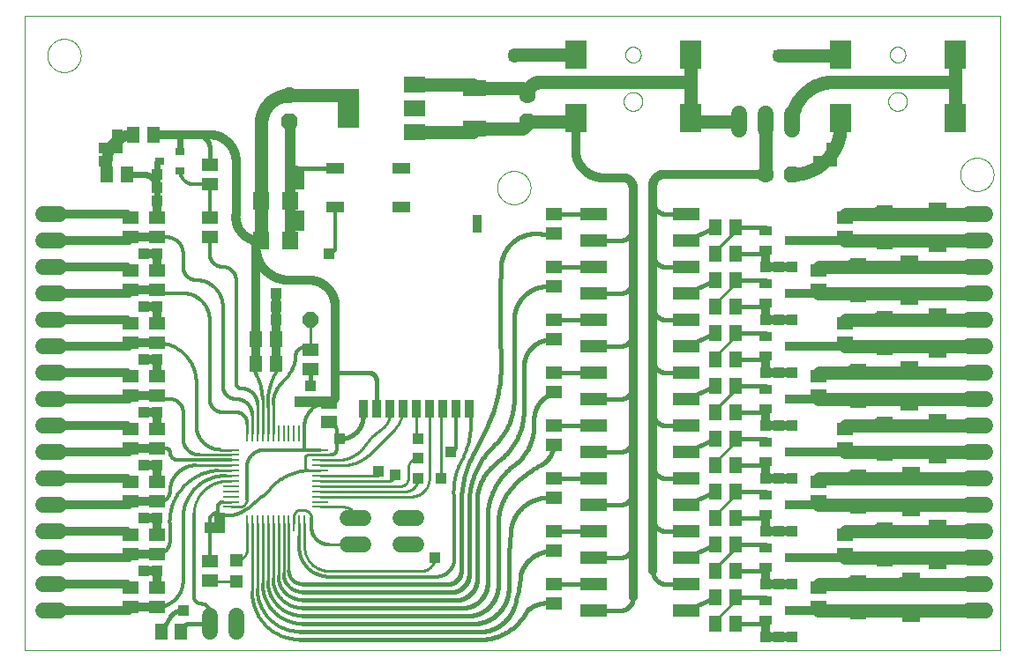
<source format=gtl>
G75*
%MOIN*%
%OFA0B0*%
%FSLAX25Y25*%
%IPPOS*%
%LPD*%
%AMOC8*
5,1,8,0,0,1.08239X$1,22.5*
%
%ADD10C,0.00000*%
%ADD11R,0.05906X0.05118*%
%ADD12R,0.00984X0.05906*%
%ADD13R,0.05906X0.00984*%
%ADD14R,0.07874X0.05906*%
%ADD15R,0.07874X0.14961*%
%ADD16C,0.06000*%
%ADD17R,0.06299X0.07087*%
%ADD18R,0.05118X0.05906*%
%ADD19R,0.08661X0.06299*%
%ADD20R,0.03543X0.03150*%
%ADD21OC8,0.06300*%
%ADD22C,0.06300*%
%ADD23OC8,0.06000*%
%ADD24R,0.04724X0.03543*%
%ADD25R,0.07087X0.05512*%
%ADD26R,0.07874X0.10630*%
%ADD27R,0.04724X0.04724*%
%ADD28R,0.06299X0.05512*%
%ADD29R,0.06693X0.03937*%
%ADD30R,0.03600X0.07000*%
%ADD31R,0.10000X0.05000*%
%ADD32C,0.03200*%
%ADD33C,0.01600*%
%ADD34R,0.03962X0.03962*%
%ADD35C,0.00600*%
%ADD36C,0.05000*%
%ADD37C,0.01200*%
%ADD38C,0.01000*%
%ADD39C,0.04000*%
%ADD40C,0.02400*%
D10*
X0001500Y0020067D02*
X0001500Y0260028D01*
X0370201Y0260028D01*
X0370201Y0020067D01*
X0001500Y0020067D01*
X0180201Y0195067D02*
X0180203Y0195225D01*
X0180209Y0195383D01*
X0180219Y0195541D01*
X0180233Y0195699D01*
X0180251Y0195856D01*
X0180272Y0196013D01*
X0180298Y0196169D01*
X0180328Y0196325D01*
X0180361Y0196480D01*
X0180399Y0196633D01*
X0180440Y0196786D01*
X0180485Y0196938D01*
X0180534Y0197089D01*
X0180587Y0197238D01*
X0180643Y0197386D01*
X0180703Y0197532D01*
X0180767Y0197677D01*
X0180835Y0197820D01*
X0180906Y0197962D01*
X0180980Y0198102D01*
X0181058Y0198239D01*
X0181140Y0198375D01*
X0181224Y0198509D01*
X0181313Y0198640D01*
X0181404Y0198769D01*
X0181499Y0198896D01*
X0181596Y0199021D01*
X0181697Y0199143D01*
X0181801Y0199262D01*
X0181908Y0199379D01*
X0182018Y0199493D01*
X0182131Y0199604D01*
X0182246Y0199713D01*
X0182364Y0199818D01*
X0182485Y0199920D01*
X0182608Y0200020D01*
X0182734Y0200116D01*
X0182862Y0200209D01*
X0182992Y0200299D01*
X0183125Y0200385D01*
X0183260Y0200469D01*
X0183396Y0200548D01*
X0183535Y0200625D01*
X0183676Y0200697D01*
X0183818Y0200767D01*
X0183962Y0200832D01*
X0184108Y0200894D01*
X0184255Y0200952D01*
X0184404Y0201007D01*
X0184554Y0201058D01*
X0184705Y0201105D01*
X0184857Y0201148D01*
X0185010Y0201187D01*
X0185165Y0201223D01*
X0185320Y0201254D01*
X0185476Y0201282D01*
X0185632Y0201306D01*
X0185789Y0201326D01*
X0185947Y0201342D01*
X0186104Y0201354D01*
X0186263Y0201362D01*
X0186421Y0201366D01*
X0186579Y0201366D01*
X0186737Y0201362D01*
X0186896Y0201354D01*
X0187053Y0201342D01*
X0187211Y0201326D01*
X0187368Y0201306D01*
X0187524Y0201282D01*
X0187680Y0201254D01*
X0187835Y0201223D01*
X0187990Y0201187D01*
X0188143Y0201148D01*
X0188295Y0201105D01*
X0188446Y0201058D01*
X0188596Y0201007D01*
X0188745Y0200952D01*
X0188892Y0200894D01*
X0189038Y0200832D01*
X0189182Y0200767D01*
X0189324Y0200697D01*
X0189465Y0200625D01*
X0189604Y0200548D01*
X0189740Y0200469D01*
X0189875Y0200385D01*
X0190008Y0200299D01*
X0190138Y0200209D01*
X0190266Y0200116D01*
X0190392Y0200020D01*
X0190515Y0199920D01*
X0190636Y0199818D01*
X0190754Y0199713D01*
X0190869Y0199604D01*
X0190982Y0199493D01*
X0191092Y0199379D01*
X0191199Y0199262D01*
X0191303Y0199143D01*
X0191404Y0199021D01*
X0191501Y0198896D01*
X0191596Y0198769D01*
X0191687Y0198640D01*
X0191776Y0198509D01*
X0191860Y0198375D01*
X0191942Y0198239D01*
X0192020Y0198102D01*
X0192094Y0197962D01*
X0192165Y0197820D01*
X0192233Y0197677D01*
X0192297Y0197532D01*
X0192357Y0197386D01*
X0192413Y0197238D01*
X0192466Y0197089D01*
X0192515Y0196938D01*
X0192560Y0196786D01*
X0192601Y0196633D01*
X0192639Y0196480D01*
X0192672Y0196325D01*
X0192702Y0196169D01*
X0192728Y0196013D01*
X0192749Y0195856D01*
X0192767Y0195699D01*
X0192781Y0195541D01*
X0192791Y0195383D01*
X0192797Y0195225D01*
X0192799Y0195067D01*
X0192797Y0194909D01*
X0192791Y0194751D01*
X0192781Y0194593D01*
X0192767Y0194435D01*
X0192749Y0194278D01*
X0192728Y0194121D01*
X0192702Y0193965D01*
X0192672Y0193809D01*
X0192639Y0193654D01*
X0192601Y0193501D01*
X0192560Y0193348D01*
X0192515Y0193196D01*
X0192466Y0193045D01*
X0192413Y0192896D01*
X0192357Y0192748D01*
X0192297Y0192602D01*
X0192233Y0192457D01*
X0192165Y0192314D01*
X0192094Y0192172D01*
X0192020Y0192032D01*
X0191942Y0191895D01*
X0191860Y0191759D01*
X0191776Y0191625D01*
X0191687Y0191494D01*
X0191596Y0191365D01*
X0191501Y0191238D01*
X0191404Y0191113D01*
X0191303Y0190991D01*
X0191199Y0190872D01*
X0191092Y0190755D01*
X0190982Y0190641D01*
X0190869Y0190530D01*
X0190754Y0190421D01*
X0190636Y0190316D01*
X0190515Y0190214D01*
X0190392Y0190114D01*
X0190266Y0190018D01*
X0190138Y0189925D01*
X0190008Y0189835D01*
X0189875Y0189749D01*
X0189740Y0189665D01*
X0189604Y0189586D01*
X0189465Y0189509D01*
X0189324Y0189437D01*
X0189182Y0189367D01*
X0189038Y0189302D01*
X0188892Y0189240D01*
X0188745Y0189182D01*
X0188596Y0189127D01*
X0188446Y0189076D01*
X0188295Y0189029D01*
X0188143Y0188986D01*
X0187990Y0188947D01*
X0187835Y0188911D01*
X0187680Y0188880D01*
X0187524Y0188852D01*
X0187368Y0188828D01*
X0187211Y0188808D01*
X0187053Y0188792D01*
X0186896Y0188780D01*
X0186737Y0188772D01*
X0186579Y0188768D01*
X0186421Y0188768D01*
X0186263Y0188772D01*
X0186104Y0188780D01*
X0185947Y0188792D01*
X0185789Y0188808D01*
X0185632Y0188828D01*
X0185476Y0188852D01*
X0185320Y0188880D01*
X0185165Y0188911D01*
X0185010Y0188947D01*
X0184857Y0188986D01*
X0184705Y0189029D01*
X0184554Y0189076D01*
X0184404Y0189127D01*
X0184255Y0189182D01*
X0184108Y0189240D01*
X0183962Y0189302D01*
X0183818Y0189367D01*
X0183676Y0189437D01*
X0183535Y0189509D01*
X0183396Y0189586D01*
X0183260Y0189665D01*
X0183125Y0189749D01*
X0182992Y0189835D01*
X0182862Y0189925D01*
X0182734Y0190018D01*
X0182608Y0190114D01*
X0182485Y0190214D01*
X0182364Y0190316D01*
X0182246Y0190421D01*
X0182131Y0190530D01*
X0182018Y0190641D01*
X0181908Y0190755D01*
X0181801Y0190872D01*
X0181697Y0190991D01*
X0181596Y0191113D01*
X0181499Y0191238D01*
X0181404Y0191365D01*
X0181313Y0191494D01*
X0181224Y0191625D01*
X0181140Y0191759D01*
X0181058Y0191895D01*
X0180980Y0192032D01*
X0180906Y0192172D01*
X0180835Y0192314D01*
X0180767Y0192457D01*
X0180703Y0192602D01*
X0180643Y0192748D01*
X0180587Y0192896D01*
X0180534Y0193045D01*
X0180485Y0193196D01*
X0180440Y0193348D01*
X0180399Y0193501D01*
X0180361Y0193654D01*
X0180328Y0193809D01*
X0180298Y0193965D01*
X0180272Y0194121D01*
X0180251Y0194278D01*
X0180233Y0194435D01*
X0180219Y0194593D01*
X0180209Y0194751D01*
X0180203Y0194909D01*
X0180201Y0195067D01*
X0227957Y0227666D02*
X0227959Y0227784D01*
X0227965Y0227903D01*
X0227975Y0228021D01*
X0227989Y0228138D01*
X0228006Y0228255D01*
X0228028Y0228372D01*
X0228054Y0228487D01*
X0228083Y0228602D01*
X0228116Y0228716D01*
X0228153Y0228828D01*
X0228194Y0228939D01*
X0228238Y0229049D01*
X0228286Y0229157D01*
X0228338Y0229264D01*
X0228393Y0229369D01*
X0228452Y0229472D01*
X0228514Y0229572D01*
X0228579Y0229671D01*
X0228648Y0229768D01*
X0228719Y0229862D01*
X0228794Y0229953D01*
X0228872Y0230043D01*
X0228953Y0230129D01*
X0229037Y0230213D01*
X0229123Y0230294D01*
X0229213Y0230372D01*
X0229304Y0230447D01*
X0229398Y0230518D01*
X0229495Y0230587D01*
X0229594Y0230652D01*
X0229694Y0230714D01*
X0229797Y0230773D01*
X0229902Y0230828D01*
X0230009Y0230880D01*
X0230117Y0230928D01*
X0230227Y0230972D01*
X0230338Y0231013D01*
X0230450Y0231050D01*
X0230564Y0231083D01*
X0230679Y0231112D01*
X0230794Y0231138D01*
X0230911Y0231160D01*
X0231028Y0231177D01*
X0231145Y0231191D01*
X0231263Y0231201D01*
X0231382Y0231207D01*
X0231500Y0231209D01*
X0231618Y0231207D01*
X0231737Y0231201D01*
X0231855Y0231191D01*
X0231972Y0231177D01*
X0232089Y0231160D01*
X0232206Y0231138D01*
X0232321Y0231112D01*
X0232436Y0231083D01*
X0232550Y0231050D01*
X0232662Y0231013D01*
X0232773Y0230972D01*
X0232883Y0230928D01*
X0232991Y0230880D01*
X0233098Y0230828D01*
X0233203Y0230773D01*
X0233306Y0230714D01*
X0233406Y0230652D01*
X0233505Y0230587D01*
X0233602Y0230518D01*
X0233696Y0230447D01*
X0233787Y0230372D01*
X0233877Y0230294D01*
X0233963Y0230213D01*
X0234047Y0230129D01*
X0234128Y0230043D01*
X0234206Y0229953D01*
X0234281Y0229862D01*
X0234352Y0229768D01*
X0234421Y0229671D01*
X0234486Y0229572D01*
X0234548Y0229472D01*
X0234607Y0229369D01*
X0234662Y0229264D01*
X0234714Y0229157D01*
X0234762Y0229049D01*
X0234806Y0228939D01*
X0234847Y0228828D01*
X0234884Y0228716D01*
X0234917Y0228602D01*
X0234946Y0228487D01*
X0234972Y0228372D01*
X0234994Y0228255D01*
X0235011Y0228138D01*
X0235025Y0228021D01*
X0235035Y0227903D01*
X0235041Y0227784D01*
X0235043Y0227666D01*
X0235041Y0227548D01*
X0235035Y0227429D01*
X0235025Y0227311D01*
X0235011Y0227194D01*
X0234994Y0227077D01*
X0234972Y0226960D01*
X0234946Y0226845D01*
X0234917Y0226730D01*
X0234884Y0226616D01*
X0234847Y0226504D01*
X0234806Y0226393D01*
X0234762Y0226283D01*
X0234714Y0226175D01*
X0234662Y0226068D01*
X0234607Y0225963D01*
X0234548Y0225860D01*
X0234486Y0225760D01*
X0234421Y0225661D01*
X0234352Y0225564D01*
X0234281Y0225470D01*
X0234206Y0225379D01*
X0234128Y0225289D01*
X0234047Y0225203D01*
X0233963Y0225119D01*
X0233877Y0225038D01*
X0233787Y0224960D01*
X0233696Y0224885D01*
X0233602Y0224814D01*
X0233505Y0224745D01*
X0233406Y0224680D01*
X0233306Y0224618D01*
X0233203Y0224559D01*
X0233098Y0224504D01*
X0232991Y0224452D01*
X0232883Y0224404D01*
X0232773Y0224360D01*
X0232662Y0224319D01*
X0232550Y0224282D01*
X0232436Y0224249D01*
X0232321Y0224220D01*
X0232206Y0224194D01*
X0232089Y0224172D01*
X0231972Y0224155D01*
X0231855Y0224141D01*
X0231737Y0224131D01*
X0231618Y0224125D01*
X0231500Y0224123D01*
X0231382Y0224125D01*
X0231263Y0224131D01*
X0231145Y0224141D01*
X0231028Y0224155D01*
X0230911Y0224172D01*
X0230794Y0224194D01*
X0230679Y0224220D01*
X0230564Y0224249D01*
X0230450Y0224282D01*
X0230338Y0224319D01*
X0230227Y0224360D01*
X0230117Y0224404D01*
X0230009Y0224452D01*
X0229902Y0224504D01*
X0229797Y0224559D01*
X0229694Y0224618D01*
X0229594Y0224680D01*
X0229495Y0224745D01*
X0229398Y0224814D01*
X0229304Y0224885D01*
X0229213Y0224960D01*
X0229123Y0225038D01*
X0229037Y0225119D01*
X0228953Y0225203D01*
X0228872Y0225289D01*
X0228794Y0225379D01*
X0228719Y0225470D01*
X0228648Y0225564D01*
X0228579Y0225661D01*
X0228514Y0225760D01*
X0228452Y0225860D01*
X0228393Y0225963D01*
X0228338Y0226068D01*
X0228286Y0226175D01*
X0228238Y0226283D01*
X0228194Y0226393D01*
X0228153Y0226504D01*
X0228116Y0226616D01*
X0228083Y0226730D01*
X0228054Y0226845D01*
X0228028Y0226960D01*
X0228006Y0227077D01*
X0227989Y0227194D01*
X0227975Y0227311D01*
X0227965Y0227429D01*
X0227959Y0227548D01*
X0227957Y0227666D01*
X0228547Y0245382D02*
X0228549Y0245490D01*
X0228555Y0245599D01*
X0228565Y0245707D01*
X0228579Y0245814D01*
X0228597Y0245921D01*
X0228618Y0246028D01*
X0228644Y0246133D01*
X0228674Y0246238D01*
X0228707Y0246341D01*
X0228744Y0246443D01*
X0228785Y0246543D01*
X0228829Y0246642D01*
X0228878Y0246740D01*
X0228929Y0246835D01*
X0228984Y0246928D01*
X0229043Y0247020D01*
X0229105Y0247109D01*
X0229170Y0247196D01*
X0229238Y0247280D01*
X0229309Y0247362D01*
X0229383Y0247441D01*
X0229460Y0247517D01*
X0229540Y0247591D01*
X0229623Y0247661D01*
X0229708Y0247729D01*
X0229795Y0247793D01*
X0229885Y0247854D01*
X0229977Y0247912D01*
X0230071Y0247966D01*
X0230167Y0248017D01*
X0230264Y0248064D01*
X0230364Y0248108D01*
X0230465Y0248148D01*
X0230567Y0248184D01*
X0230670Y0248216D01*
X0230775Y0248245D01*
X0230881Y0248269D01*
X0230987Y0248290D01*
X0231094Y0248307D01*
X0231202Y0248320D01*
X0231310Y0248329D01*
X0231419Y0248334D01*
X0231527Y0248335D01*
X0231636Y0248332D01*
X0231744Y0248325D01*
X0231852Y0248314D01*
X0231959Y0248299D01*
X0232066Y0248280D01*
X0232172Y0248257D01*
X0232277Y0248231D01*
X0232382Y0248200D01*
X0232484Y0248166D01*
X0232586Y0248128D01*
X0232686Y0248086D01*
X0232785Y0248041D01*
X0232882Y0247992D01*
X0232976Y0247939D01*
X0233069Y0247883D01*
X0233160Y0247824D01*
X0233249Y0247761D01*
X0233335Y0247696D01*
X0233419Y0247627D01*
X0233500Y0247555D01*
X0233578Y0247480D01*
X0233654Y0247402D01*
X0233727Y0247321D01*
X0233797Y0247238D01*
X0233863Y0247153D01*
X0233927Y0247065D01*
X0233987Y0246974D01*
X0234044Y0246882D01*
X0234097Y0246787D01*
X0234147Y0246691D01*
X0234193Y0246593D01*
X0234236Y0246493D01*
X0234275Y0246392D01*
X0234310Y0246289D01*
X0234342Y0246186D01*
X0234369Y0246081D01*
X0234393Y0245975D01*
X0234413Y0245868D01*
X0234429Y0245761D01*
X0234441Y0245653D01*
X0234449Y0245545D01*
X0234453Y0245436D01*
X0234453Y0245328D01*
X0234449Y0245219D01*
X0234441Y0245111D01*
X0234429Y0245003D01*
X0234413Y0244896D01*
X0234393Y0244789D01*
X0234369Y0244683D01*
X0234342Y0244578D01*
X0234310Y0244475D01*
X0234275Y0244372D01*
X0234236Y0244271D01*
X0234193Y0244171D01*
X0234147Y0244073D01*
X0234097Y0243977D01*
X0234044Y0243882D01*
X0233987Y0243790D01*
X0233927Y0243699D01*
X0233863Y0243611D01*
X0233797Y0243526D01*
X0233727Y0243443D01*
X0233654Y0243362D01*
X0233578Y0243284D01*
X0233500Y0243209D01*
X0233419Y0243137D01*
X0233335Y0243068D01*
X0233249Y0243003D01*
X0233160Y0242940D01*
X0233069Y0242881D01*
X0232977Y0242825D01*
X0232882Y0242772D01*
X0232785Y0242723D01*
X0232686Y0242678D01*
X0232586Y0242636D01*
X0232484Y0242598D01*
X0232382Y0242564D01*
X0232277Y0242533D01*
X0232172Y0242507D01*
X0232066Y0242484D01*
X0231959Y0242465D01*
X0231852Y0242450D01*
X0231744Y0242439D01*
X0231636Y0242432D01*
X0231527Y0242429D01*
X0231419Y0242430D01*
X0231310Y0242435D01*
X0231202Y0242444D01*
X0231094Y0242457D01*
X0230987Y0242474D01*
X0230881Y0242495D01*
X0230775Y0242519D01*
X0230670Y0242548D01*
X0230567Y0242580D01*
X0230465Y0242616D01*
X0230364Y0242656D01*
X0230264Y0242700D01*
X0230167Y0242747D01*
X0230071Y0242798D01*
X0229977Y0242852D01*
X0229885Y0242910D01*
X0229795Y0242971D01*
X0229708Y0243035D01*
X0229623Y0243103D01*
X0229540Y0243173D01*
X0229460Y0243247D01*
X0229383Y0243323D01*
X0229309Y0243402D01*
X0229238Y0243484D01*
X0229170Y0243568D01*
X0229105Y0243655D01*
X0229043Y0243744D01*
X0228984Y0243836D01*
X0228929Y0243929D01*
X0228878Y0244024D01*
X0228829Y0244122D01*
X0228785Y0244221D01*
X0228744Y0244321D01*
X0228707Y0244423D01*
X0228674Y0244526D01*
X0228644Y0244631D01*
X0228618Y0244736D01*
X0228597Y0244843D01*
X0228579Y0244950D01*
X0228565Y0245057D01*
X0228555Y0245165D01*
X0228549Y0245274D01*
X0228547Y0245382D01*
X0328547Y0245382D02*
X0328549Y0245490D01*
X0328555Y0245599D01*
X0328565Y0245707D01*
X0328579Y0245814D01*
X0328597Y0245921D01*
X0328618Y0246028D01*
X0328644Y0246133D01*
X0328674Y0246238D01*
X0328707Y0246341D01*
X0328744Y0246443D01*
X0328785Y0246543D01*
X0328829Y0246642D01*
X0328878Y0246740D01*
X0328929Y0246835D01*
X0328984Y0246928D01*
X0329043Y0247020D01*
X0329105Y0247109D01*
X0329170Y0247196D01*
X0329238Y0247280D01*
X0329309Y0247362D01*
X0329383Y0247441D01*
X0329460Y0247517D01*
X0329540Y0247591D01*
X0329623Y0247661D01*
X0329708Y0247729D01*
X0329795Y0247793D01*
X0329885Y0247854D01*
X0329977Y0247912D01*
X0330071Y0247966D01*
X0330167Y0248017D01*
X0330264Y0248064D01*
X0330364Y0248108D01*
X0330465Y0248148D01*
X0330567Y0248184D01*
X0330670Y0248216D01*
X0330775Y0248245D01*
X0330881Y0248269D01*
X0330987Y0248290D01*
X0331094Y0248307D01*
X0331202Y0248320D01*
X0331310Y0248329D01*
X0331419Y0248334D01*
X0331527Y0248335D01*
X0331636Y0248332D01*
X0331744Y0248325D01*
X0331852Y0248314D01*
X0331959Y0248299D01*
X0332066Y0248280D01*
X0332172Y0248257D01*
X0332277Y0248231D01*
X0332382Y0248200D01*
X0332484Y0248166D01*
X0332586Y0248128D01*
X0332686Y0248086D01*
X0332785Y0248041D01*
X0332882Y0247992D01*
X0332976Y0247939D01*
X0333069Y0247883D01*
X0333160Y0247824D01*
X0333249Y0247761D01*
X0333335Y0247696D01*
X0333419Y0247627D01*
X0333500Y0247555D01*
X0333578Y0247480D01*
X0333654Y0247402D01*
X0333727Y0247321D01*
X0333797Y0247238D01*
X0333863Y0247153D01*
X0333927Y0247065D01*
X0333987Y0246974D01*
X0334044Y0246882D01*
X0334097Y0246787D01*
X0334147Y0246691D01*
X0334193Y0246593D01*
X0334236Y0246493D01*
X0334275Y0246392D01*
X0334310Y0246289D01*
X0334342Y0246186D01*
X0334369Y0246081D01*
X0334393Y0245975D01*
X0334413Y0245868D01*
X0334429Y0245761D01*
X0334441Y0245653D01*
X0334449Y0245545D01*
X0334453Y0245436D01*
X0334453Y0245328D01*
X0334449Y0245219D01*
X0334441Y0245111D01*
X0334429Y0245003D01*
X0334413Y0244896D01*
X0334393Y0244789D01*
X0334369Y0244683D01*
X0334342Y0244578D01*
X0334310Y0244475D01*
X0334275Y0244372D01*
X0334236Y0244271D01*
X0334193Y0244171D01*
X0334147Y0244073D01*
X0334097Y0243977D01*
X0334044Y0243882D01*
X0333987Y0243790D01*
X0333927Y0243699D01*
X0333863Y0243611D01*
X0333797Y0243526D01*
X0333727Y0243443D01*
X0333654Y0243362D01*
X0333578Y0243284D01*
X0333500Y0243209D01*
X0333419Y0243137D01*
X0333335Y0243068D01*
X0333249Y0243003D01*
X0333160Y0242940D01*
X0333069Y0242881D01*
X0332977Y0242825D01*
X0332882Y0242772D01*
X0332785Y0242723D01*
X0332686Y0242678D01*
X0332586Y0242636D01*
X0332484Y0242598D01*
X0332382Y0242564D01*
X0332277Y0242533D01*
X0332172Y0242507D01*
X0332066Y0242484D01*
X0331959Y0242465D01*
X0331852Y0242450D01*
X0331744Y0242439D01*
X0331636Y0242432D01*
X0331527Y0242429D01*
X0331419Y0242430D01*
X0331310Y0242435D01*
X0331202Y0242444D01*
X0331094Y0242457D01*
X0330987Y0242474D01*
X0330881Y0242495D01*
X0330775Y0242519D01*
X0330670Y0242548D01*
X0330567Y0242580D01*
X0330465Y0242616D01*
X0330364Y0242656D01*
X0330264Y0242700D01*
X0330167Y0242747D01*
X0330071Y0242798D01*
X0329977Y0242852D01*
X0329885Y0242910D01*
X0329795Y0242971D01*
X0329708Y0243035D01*
X0329623Y0243103D01*
X0329540Y0243173D01*
X0329460Y0243247D01*
X0329383Y0243323D01*
X0329309Y0243402D01*
X0329238Y0243484D01*
X0329170Y0243568D01*
X0329105Y0243655D01*
X0329043Y0243744D01*
X0328984Y0243836D01*
X0328929Y0243929D01*
X0328878Y0244024D01*
X0328829Y0244122D01*
X0328785Y0244221D01*
X0328744Y0244321D01*
X0328707Y0244423D01*
X0328674Y0244526D01*
X0328644Y0244631D01*
X0328618Y0244736D01*
X0328597Y0244843D01*
X0328579Y0244950D01*
X0328565Y0245057D01*
X0328555Y0245165D01*
X0328549Y0245274D01*
X0328547Y0245382D01*
X0327957Y0227666D02*
X0327959Y0227784D01*
X0327965Y0227903D01*
X0327975Y0228021D01*
X0327989Y0228138D01*
X0328006Y0228255D01*
X0328028Y0228372D01*
X0328054Y0228487D01*
X0328083Y0228602D01*
X0328116Y0228716D01*
X0328153Y0228828D01*
X0328194Y0228939D01*
X0328238Y0229049D01*
X0328286Y0229157D01*
X0328338Y0229264D01*
X0328393Y0229369D01*
X0328452Y0229472D01*
X0328514Y0229572D01*
X0328579Y0229671D01*
X0328648Y0229768D01*
X0328719Y0229862D01*
X0328794Y0229953D01*
X0328872Y0230043D01*
X0328953Y0230129D01*
X0329037Y0230213D01*
X0329123Y0230294D01*
X0329213Y0230372D01*
X0329304Y0230447D01*
X0329398Y0230518D01*
X0329495Y0230587D01*
X0329594Y0230652D01*
X0329694Y0230714D01*
X0329797Y0230773D01*
X0329902Y0230828D01*
X0330009Y0230880D01*
X0330117Y0230928D01*
X0330227Y0230972D01*
X0330338Y0231013D01*
X0330450Y0231050D01*
X0330564Y0231083D01*
X0330679Y0231112D01*
X0330794Y0231138D01*
X0330911Y0231160D01*
X0331028Y0231177D01*
X0331145Y0231191D01*
X0331263Y0231201D01*
X0331382Y0231207D01*
X0331500Y0231209D01*
X0331618Y0231207D01*
X0331737Y0231201D01*
X0331855Y0231191D01*
X0331972Y0231177D01*
X0332089Y0231160D01*
X0332206Y0231138D01*
X0332321Y0231112D01*
X0332436Y0231083D01*
X0332550Y0231050D01*
X0332662Y0231013D01*
X0332773Y0230972D01*
X0332883Y0230928D01*
X0332991Y0230880D01*
X0333098Y0230828D01*
X0333203Y0230773D01*
X0333306Y0230714D01*
X0333406Y0230652D01*
X0333505Y0230587D01*
X0333602Y0230518D01*
X0333696Y0230447D01*
X0333787Y0230372D01*
X0333877Y0230294D01*
X0333963Y0230213D01*
X0334047Y0230129D01*
X0334128Y0230043D01*
X0334206Y0229953D01*
X0334281Y0229862D01*
X0334352Y0229768D01*
X0334421Y0229671D01*
X0334486Y0229572D01*
X0334548Y0229472D01*
X0334607Y0229369D01*
X0334662Y0229264D01*
X0334714Y0229157D01*
X0334762Y0229049D01*
X0334806Y0228939D01*
X0334847Y0228828D01*
X0334884Y0228716D01*
X0334917Y0228602D01*
X0334946Y0228487D01*
X0334972Y0228372D01*
X0334994Y0228255D01*
X0335011Y0228138D01*
X0335025Y0228021D01*
X0335035Y0227903D01*
X0335041Y0227784D01*
X0335043Y0227666D01*
X0335041Y0227548D01*
X0335035Y0227429D01*
X0335025Y0227311D01*
X0335011Y0227194D01*
X0334994Y0227077D01*
X0334972Y0226960D01*
X0334946Y0226845D01*
X0334917Y0226730D01*
X0334884Y0226616D01*
X0334847Y0226504D01*
X0334806Y0226393D01*
X0334762Y0226283D01*
X0334714Y0226175D01*
X0334662Y0226068D01*
X0334607Y0225963D01*
X0334548Y0225860D01*
X0334486Y0225760D01*
X0334421Y0225661D01*
X0334352Y0225564D01*
X0334281Y0225470D01*
X0334206Y0225379D01*
X0334128Y0225289D01*
X0334047Y0225203D01*
X0333963Y0225119D01*
X0333877Y0225038D01*
X0333787Y0224960D01*
X0333696Y0224885D01*
X0333602Y0224814D01*
X0333505Y0224745D01*
X0333406Y0224680D01*
X0333306Y0224618D01*
X0333203Y0224559D01*
X0333098Y0224504D01*
X0332991Y0224452D01*
X0332883Y0224404D01*
X0332773Y0224360D01*
X0332662Y0224319D01*
X0332550Y0224282D01*
X0332436Y0224249D01*
X0332321Y0224220D01*
X0332206Y0224194D01*
X0332089Y0224172D01*
X0331972Y0224155D01*
X0331855Y0224141D01*
X0331737Y0224131D01*
X0331618Y0224125D01*
X0331500Y0224123D01*
X0331382Y0224125D01*
X0331263Y0224131D01*
X0331145Y0224141D01*
X0331028Y0224155D01*
X0330911Y0224172D01*
X0330794Y0224194D01*
X0330679Y0224220D01*
X0330564Y0224249D01*
X0330450Y0224282D01*
X0330338Y0224319D01*
X0330227Y0224360D01*
X0330117Y0224404D01*
X0330009Y0224452D01*
X0329902Y0224504D01*
X0329797Y0224559D01*
X0329694Y0224618D01*
X0329594Y0224680D01*
X0329495Y0224745D01*
X0329398Y0224814D01*
X0329304Y0224885D01*
X0329213Y0224960D01*
X0329123Y0225038D01*
X0329037Y0225119D01*
X0328953Y0225203D01*
X0328872Y0225289D01*
X0328794Y0225379D01*
X0328719Y0225470D01*
X0328648Y0225564D01*
X0328579Y0225661D01*
X0328514Y0225760D01*
X0328452Y0225860D01*
X0328393Y0225963D01*
X0328338Y0226068D01*
X0328286Y0226175D01*
X0328238Y0226283D01*
X0328194Y0226393D01*
X0328153Y0226504D01*
X0328116Y0226616D01*
X0328083Y0226730D01*
X0328054Y0226845D01*
X0328028Y0226960D01*
X0328006Y0227077D01*
X0327989Y0227194D01*
X0327975Y0227311D01*
X0327965Y0227429D01*
X0327959Y0227548D01*
X0327957Y0227666D01*
X0355201Y0200067D02*
X0355203Y0200225D01*
X0355209Y0200383D01*
X0355219Y0200541D01*
X0355233Y0200699D01*
X0355251Y0200856D01*
X0355272Y0201013D01*
X0355298Y0201169D01*
X0355328Y0201325D01*
X0355361Y0201480D01*
X0355399Y0201633D01*
X0355440Y0201786D01*
X0355485Y0201938D01*
X0355534Y0202089D01*
X0355587Y0202238D01*
X0355643Y0202386D01*
X0355703Y0202532D01*
X0355767Y0202677D01*
X0355835Y0202820D01*
X0355906Y0202962D01*
X0355980Y0203102D01*
X0356058Y0203239D01*
X0356140Y0203375D01*
X0356224Y0203509D01*
X0356313Y0203640D01*
X0356404Y0203769D01*
X0356499Y0203896D01*
X0356596Y0204021D01*
X0356697Y0204143D01*
X0356801Y0204262D01*
X0356908Y0204379D01*
X0357018Y0204493D01*
X0357131Y0204604D01*
X0357246Y0204713D01*
X0357364Y0204818D01*
X0357485Y0204920D01*
X0357608Y0205020D01*
X0357734Y0205116D01*
X0357862Y0205209D01*
X0357992Y0205299D01*
X0358125Y0205385D01*
X0358260Y0205469D01*
X0358396Y0205548D01*
X0358535Y0205625D01*
X0358676Y0205697D01*
X0358818Y0205767D01*
X0358962Y0205832D01*
X0359108Y0205894D01*
X0359255Y0205952D01*
X0359404Y0206007D01*
X0359554Y0206058D01*
X0359705Y0206105D01*
X0359857Y0206148D01*
X0360010Y0206187D01*
X0360165Y0206223D01*
X0360320Y0206254D01*
X0360476Y0206282D01*
X0360632Y0206306D01*
X0360789Y0206326D01*
X0360947Y0206342D01*
X0361104Y0206354D01*
X0361263Y0206362D01*
X0361421Y0206366D01*
X0361579Y0206366D01*
X0361737Y0206362D01*
X0361896Y0206354D01*
X0362053Y0206342D01*
X0362211Y0206326D01*
X0362368Y0206306D01*
X0362524Y0206282D01*
X0362680Y0206254D01*
X0362835Y0206223D01*
X0362990Y0206187D01*
X0363143Y0206148D01*
X0363295Y0206105D01*
X0363446Y0206058D01*
X0363596Y0206007D01*
X0363745Y0205952D01*
X0363892Y0205894D01*
X0364038Y0205832D01*
X0364182Y0205767D01*
X0364324Y0205697D01*
X0364465Y0205625D01*
X0364604Y0205548D01*
X0364740Y0205469D01*
X0364875Y0205385D01*
X0365008Y0205299D01*
X0365138Y0205209D01*
X0365266Y0205116D01*
X0365392Y0205020D01*
X0365515Y0204920D01*
X0365636Y0204818D01*
X0365754Y0204713D01*
X0365869Y0204604D01*
X0365982Y0204493D01*
X0366092Y0204379D01*
X0366199Y0204262D01*
X0366303Y0204143D01*
X0366404Y0204021D01*
X0366501Y0203896D01*
X0366596Y0203769D01*
X0366687Y0203640D01*
X0366776Y0203509D01*
X0366860Y0203375D01*
X0366942Y0203239D01*
X0367020Y0203102D01*
X0367094Y0202962D01*
X0367165Y0202820D01*
X0367233Y0202677D01*
X0367297Y0202532D01*
X0367357Y0202386D01*
X0367413Y0202238D01*
X0367466Y0202089D01*
X0367515Y0201938D01*
X0367560Y0201786D01*
X0367601Y0201633D01*
X0367639Y0201480D01*
X0367672Y0201325D01*
X0367702Y0201169D01*
X0367728Y0201013D01*
X0367749Y0200856D01*
X0367767Y0200699D01*
X0367781Y0200541D01*
X0367791Y0200383D01*
X0367797Y0200225D01*
X0367799Y0200067D01*
X0367797Y0199909D01*
X0367791Y0199751D01*
X0367781Y0199593D01*
X0367767Y0199435D01*
X0367749Y0199278D01*
X0367728Y0199121D01*
X0367702Y0198965D01*
X0367672Y0198809D01*
X0367639Y0198654D01*
X0367601Y0198501D01*
X0367560Y0198348D01*
X0367515Y0198196D01*
X0367466Y0198045D01*
X0367413Y0197896D01*
X0367357Y0197748D01*
X0367297Y0197602D01*
X0367233Y0197457D01*
X0367165Y0197314D01*
X0367094Y0197172D01*
X0367020Y0197032D01*
X0366942Y0196895D01*
X0366860Y0196759D01*
X0366776Y0196625D01*
X0366687Y0196494D01*
X0366596Y0196365D01*
X0366501Y0196238D01*
X0366404Y0196113D01*
X0366303Y0195991D01*
X0366199Y0195872D01*
X0366092Y0195755D01*
X0365982Y0195641D01*
X0365869Y0195530D01*
X0365754Y0195421D01*
X0365636Y0195316D01*
X0365515Y0195214D01*
X0365392Y0195114D01*
X0365266Y0195018D01*
X0365138Y0194925D01*
X0365008Y0194835D01*
X0364875Y0194749D01*
X0364740Y0194665D01*
X0364604Y0194586D01*
X0364465Y0194509D01*
X0364324Y0194437D01*
X0364182Y0194367D01*
X0364038Y0194302D01*
X0363892Y0194240D01*
X0363745Y0194182D01*
X0363596Y0194127D01*
X0363446Y0194076D01*
X0363295Y0194029D01*
X0363143Y0193986D01*
X0362990Y0193947D01*
X0362835Y0193911D01*
X0362680Y0193880D01*
X0362524Y0193852D01*
X0362368Y0193828D01*
X0362211Y0193808D01*
X0362053Y0193792D01*
X0361896Y0193780D01*
X0361737Y0193772D01*
X0361579Y0193768D01*
X0361421Y0193768D01*
X0361263Y0193772D01*
X0361104Y0193780D01*
X0360947Y0193792D01*
X0360789Y0193808D01*
X0360632Y0193828D01*
X0360476Y0193852D01*
X0360320Y0193880D01*
X0360165Y0193911D01*
X0360010Y0193947D01*
X0359857Y0193986D01*
X0359705Y0194029D01*
X0359554Y0194076D01*
X0359404Y0194127D01*
X0359255Y0194182D01*
X0359108Y0194240D01*
X0358962Y0194302D01*
X0358818Y0194367D01*
X0358676Y0194437D01*
X0358535Y0194509D01*
X0358396Y0194586D01*
X0358260Y0194665D01*
X0358125Y0194749D01*
X0357992Y0194835D01*
X0357862Y0194925D01*
X0357734Y0195018D01*
X0357608Y0195114D01*
X0357485Y0195214D01*
X0357364Y0195316D01*
X0357246Y0195421D01*
X0357131Y0195530D01*
X0357018Y0195641D01*
X0356908Y0195755D01*
X0356801Y0195872D01*
X0356697Y0195991D01*
X0356596Y0196113D01*
X0356499Y0196238D01*
X0356404Y0196365D01*
X0356313Y0196494D01*
X0356224Y0196625D01*
X0356140Y0196759D01*
X0356058Y0196895D01*
X0355980Y0197032D01*
X0355906Y0197172D01*
X0355835Y0197314D01*
X0355767Y0197457D01*
X0355703Y0197602D01*
X0355643Y0197748D01*
X0355587Y0197896D01*
X0355534Y0198045D01*
X0355485Y0198196D01*
X0355440Y0198348D01*
X0355399Y0198501D01*
X0355361Y0198654D01*
X0355328Y0198809D01*
X0355298Y0198965D01*
X0355272Y0199121D01*
X0355251Y0199278D01*
X0355233Y0199435D01*
X0355219Y0199593D01*
X0355209Y0199751D01*
X0355203Y0199909D01*
X0355201Y0200067D01*
X0010201Y0245067D02*
X0010203Y0245225D01*
X0010209Y0245383D01*
X0010219Y0245541D01*
X0010233Y0245699D01*
X0010251Y0245856D01*
X0010272Y0246013D01*
X0010298Y0246169D01*
X0010328Y0246325D01*
X0010361Y0246480D01*
X0010399Y0246633D01*
X0010440Y0246786D01*
X0010485Y0246938D01*
X0010534Y0247089D01*
X0010587Y0247238D01*
X0010643Y0247386D01*
X0010703Y0247532D01*
X0010767Y0247677D01*
X0010835Y0247820D01*
X0010906Y0247962D01*
X0010980Y0248102D01*
X0011058Y0248239D01*
X0011140Y0248375D01*
X0011224Y0248509D01*
X0011313Y0248640D01*
X0011404Y0248769D01*
X0011499Y0248896D01*
X0011596Y0249021D01*
X0011697Y0249143D01*
X0011801Y0249262D01*
X0011908Y0249379D01*
X0012018Y0249493D01*
X0012131Y0249604D01*
X0012246Y0249713D01*
X0012364Y0249818D01*
X0012485Y0249920D01*
X0012608Y0250020D01*
X0012734Y0250116D01*
X0012862Y0250209D01*
X0012992Y0250299D01*
X0013125Y0250385D01*
X0013260Y0250469D01*
X0013396Y0250548D01*
X0013535Y0250625D01*
X0013676Y0250697D01*
X0013818Y0250767D01*
X0013962Y0250832D01*
X0014108Y0250894D01*
X0014255Y0250952D01*
X0014404Y0251007D01*
X0014554Y0251058D01*
X0014705Y0251105D01*
X0014857Y0251148D01*
X0015010Y0251187D01*
X0015165Y0251223D01*
X0015320Y0251254D01*
X0015476Y0251282D01*
X0015632Y0251306D01*
X0015789Y0251326D01*
X0015947Y0251342D01*
X0016104Y0251354D01*
X0016263Y0251362D01*
X0016421Y0251366D01*
X0016579Y0251366D01*
X0016737Y0251362D01*
X0016896Y0251354D01*
X0017053Y0251342D01*
X0017211Y0251326D01*
X0017368Y0251306D01*
X0017524Y0251282D01*
X0017680Y0251254D01*
X0017835Y0251223D01*
X0017990Y0251187D01*
X0018143Y0251148D01*
X0018295Y0251105D01*
X0018446Y0251058D01*
X0018596Y0251007D01*
X0018745Y0250952D01*
X0018892Y0250894D01*
X0019038Y0250832D01*
X0019182Y0250767D01*
X0019324Y0250697D01*
X0019465Y0250625D01*
X0019604Y0250548D01*
X0019740Y0250469D01*
X0019875Y0250385D01*
X0020008Y0250299D01*
X0020138Y0250209D01*
X0020266Y0250116D01*
X0020392Y0250020D01*
X0020515Y0249920D01*
X0020636Y0249818D01*
X0020754Y0249713D01*
X0020869Y0249604D01*
X0020982Y0249493D01*
X0021092Y0249379D01*
X0021199Y0249262D01*
X0021303Y0249143D01*
X0021404Y0249021D01*
X0021501Y0248896D01*
X0021596Y0248769D01*
X0021687Y0248640D01*
X0021776Y0248509D01*
X0021860Y0248375D01*
X0021942Y0248239D01*
X0022020Y0248102D01*
X0022094Y0247962D01*
X0022165Y0247820D01*
X0022233Y0247677D01*
X0022297Y0247532D01*
X0022357Y0247386D01*
X0022413Y0247238D01*
X0022466Y0247089D01*
X0022515Y0246938D01*
X0022560Y0246786D01*
X0022601Y0246633D01*
X0022639Y0246480D01*
X0022672Y0246325D01*
X0022702Y0246169D01*
X0022728Y0246013D01*
X0022749Y0245856D01*
X0022767Y0245699D01*
X0022781Y0245541D01*
X0022791Y0245383D01*
X0022797Y0245225D01*
X0022799Y0245067D01*
X0022797Y0244909D01*
X0022791Y0244751D01*
X0022781Y0244593D01*
X0022767Y0244435D01*
X0022749Y0244278D01*
X0022728Y0244121D01*
X0022702Y0243965D01*
X0022672Y0243809D01*
X0022639Y0243654D01*
X0022601Y0243501D01*
X0022560Y0243348D01*
X0022515Y0243196D01*
X0022466Y0243045D01*
X0022413Y0242896D01*
X0022357Y0242748D01*
X0022297Y0242602D01*
X0022233Y0242457D01*
X0022165Y0242314D01*
X0022094Y0242172D01*
X0022020Y0242032D01*
X0021942Y0241895D01*
X0021860Y0241759D01*
X0021776Y0241625D01*
X0021687Y0241494D01*
X0021596Y0241365D01*
X0021501Y0241238D01*
X0021404Y0241113D01*
X0021303Y0240991D01*
X0021199Y0240872D01*
X0021092Y0240755D01*
X0020982Y0240641D01*
X0020869Y0240530D01*
X0020754Y0240421D01*
X0020636Y0240316D01*
X0020515Y0240214D01*
X0020392Y0240114D01*
X0020266Y0240018D01*
X0020138Y0239925D01*
X0020008Y0239835D01*
X0019875Y0239749D01*
X0019740Y0239665D01*
X0019604Y0239586D01*
X0019465Y0239509D01*
X0019324Y0239437D01*
X0019182Y0239367D01*
X0019038Y0239302D01*
X0018892Y0239240D01*
X0018745Y0239182D01*
X0018596Y0239127D01*
X0018446Y0239076D01*
X0018295Y0239029D01*
X0018143Y0238986D01*
X0017990Y0238947D01*
X0017835Y0238911D01*
X0017680Y0238880D01*
X0017524Y0238852D01*
X0017368Y0238828D01*
X0017211Y0238808D01*
X0017053Y0238792D01*
X0016896Y0238780D01*
X0016737Y0238772D01*
X0016579Y0238768D01*
X0016421Y0238768D01*
X0016263Y0238772D01*
X0016104Y0238780D01*
X0015947Y0238792D01*
X0015789Y0238808D01*
X0015632Y0238828D01*
X0015476Y0238852D01*
X0015320Y0238880D01*
X0015165Y0238911D01*
X0015010Y0238947D01*
X0014857Y0238986D01*
X0014705Y0239029D01*
X0014554Y0239076D01*
X0014404Y0239127D01*
X0014255Y0239182D01*
X0014108Y0239240D01*
X0013962Y0239302D01*
X0013818Y0239367D01*
X0013676Y0239437D01*
X0013535Y0239509D01*
X0013396Y0239586D01*
X0013260Y0239665D01*
X0013125Y0239749D01*
X0012992Y0239835D01*
X0012862Y0239925D01*
X0012734Y0240018D01*
X0012608Y0240114D01*
X0012485Y0240214D01*
X0012364Y0240316D01*
X0012246Y0240421D01*
X0012131Y0240530D01*
X0012018Y0240641D01*
X0011908Y0240755D01*
X0011801Y0240872D01*
X0011697Y0240991D01*
X0011596Y0241113D01*
X0011499Y0241238D01*
X0011404Y0241365D01*
X0011313Y0241494D01*
X0011224Y0241625D01*
X0011140Y0241759D01*
X0011058Y0241895D01*
X0010980Y0242032D01*
X0010906Y0242172D01*
X0010835Y0242314D01*
X0010767Y0242457D01*
X0010703Y0242602D01*
X0010643Y0242748D01*
X0010587Y0242896D01*
X0010534Y0243045D01*
X0010485Y0243196D01*
X0010440Y0243348D01*
X0010399Y0243501D01*
X0010361Y0243654D01*
X0010328Y0243809D01*
X0010298Y0243965D01*
X0010272Y0244121D01*
X0010251Y0244278D01*
X0010233Y0244435D01*
X0010219Y0244593D01*
X0010209Y0244751D01*
X0010203Y0244909D01*
X0010201Y0245067D01*
D11*
X0071500Y0203808D03*
X0071500Y0196327D03*
X0071500Y0183808D03*
X0071500Y0176327D03*
X0051500Y0176327D03*
X0041500Y0176327D03*
X0041500Y0183808D03*
X0051500Y0183808D03*
X0051500Y0163808D03*
X0041500Y0163808D03*
X0041500Y0156327D03*
X0051500Y0156327D03*
X0051500Y0143808D03*
X0041500Y0143808D03*
X0041500Y0136327D03*
X0051500Y0136327D03*
X0051500Y0123808D03*
X0051500Y0116327D03*
X0041500Y0116327D03*
X0041500Y0123808D03*
X0041500Y0103808D03*
X0051500Y0103808D03*
X0051500Y0096327D03*
X0041500Y0096327D03*
X0041500Y0083808D03*
X0051500Y0083808D03*
X0051500Y0076327D03*
X0041500Y0076327D03*
X0041500Y0063808D03*
X0051500Y0063808D03*
X0051500Y0056327D03*
X0041500Y0056327D03*
X0041500Y0043808D03*
X0041500Y0036327D03*
X0051500Y0036327D03*
X0051500Y0043808D03*
X0071500Y0046327D03*
X0071500Y0053808D03*
X0116500Y0106327D03*
X0116500Y0113808D03*
X0109500Y0126327D03*
X0109500Y0133808D03*
X0201500Y0137577D03*
X0201500Y0145058D03*
X0201500Y0157577D03*
X0201500Y0165058D03*
X0201500Y0177577D03*
X0201500Y0185058D03*
X0201500Y0125058D03*
X0201500Y0117577D03*
X0201500Y0105058D03*
X0201500Y0097577D03*
X0201500Y0085058D03*
X0201500Y0077577D03*
X0201500Y0065058D03*
X0201500Y0057577D03*
X0201500Y0045058D03*
X0201500Y0037577D03*
X0301500Y0036327D03*
X0301500Y0043808D03*
X0311500Y0056327D03*
X0311500Y0063808D03*
X0301500Y0076327D03*
X0301500Y0083808D03*
X0311500Y0096327D03*
X0311500Y0103808D03*
X0301500Y0116327D03*
X0301500Y0123808D03*
X0311500Y0136327D03*
X0311500Y0143808D03*
X0301500Y0156327D03*
X0301500Y0163808D03*
X0311500Y0176327D03*
X0311500Y0183808D03*
D12*
X0107327Y0101997D03*
X0105358Y0101997D03*
X0103390Y0101997D03*
X0101421Y0101997D03*
X0099453Y0101997D03*
X0097484Y0101997D03*
X0095516Y0101997D03*
X0093547Y0101997D03*
X0091579Y0101997D03*
X0089610Y0101997D03*
X0087642Y0101997D03*
X0085673Y0101997D03*
X0085673Y0068138D03*
X0087642Y0068138D03*
X0089610Y0068138D03*
X0091579Y0068138D03*
X0093547Y0068138D03*
X0095516Y0068138D03*
X0097484Y0068138D03*
X0099453Y0068138D03*
X0101421Y0068138D03*
X0103390Y0068138D03*
X0105358Y0068138D03*
X0107327Y0068138D03*
D13*
X0113429Y0074241D03*
X0113429Y0076209D03*
X0113429Y0078178D03*
X0113429Y0080146D03*
X0113429Y0082115D03*
X0113429Y0084083D03*
X0113429Y0086052D03*
X0113429Y0088020D03*
X0113429Y0089989D03*
X0113429Y0091957D03*
X0113429Y0093926D03*
X0113429Y0095894D03*
X0079571Y0095894D03*
X0079571Y0093926D03*
X0079571Y0091957D03*
X0079571Y0089989D03*
X0079571Y0088020D03*
X0079571Y0086052D03*
X0079571Y0084083D03*
X0079571Y0082115D03*
X0079571Y0080146D03*
X0079571Y0078178D03*
X0079571Y0076209D03*
X0079571Y0074241D03*
D14*
X0148902Y0216012D03*
X0148902Y0225067D03*
X0148902Y0234123D03*
D15*
X0124098Y0225067D03*
D16*
X0014500Y0185067D02*
X0008500Y0185067D01*
X0008500Y0175067D02*
X0014500Y0175067D01*
X0014500Y0165067D02*
X0008500Y0165067D01*
X0008500Y0155067D02*
X0014500Y0155067D01*
X0014500Y0145067D02*
X0008500Y0145067D01*
X0008500Y0135067D02*
X0014500Y0135067D01*
X0014500Y0125067D02*
X0008500Y0125067D01*
X0008500Y0115067D02*
X0014500Y0115067D01*
X0014500Y0105067D02*
X0008500Y0105067D01*
X0008500Y0095067D02*
X0014500Y0095067D01*
X0014500Y0085067D02*
X0008500Y0085067D01*
X0008500Y0075067D02*
X0014500Y0075067D01*
X0014500Y0065067D02*
X0008500Y0065067D01*
X0008500Y0055067D02*
X0014500Y0055067D01*
X0014500Y0045067D02*
X0008500Y0045067D01*
X0008500Y0035067D02*
X0014500Y0035067D01*
X0071500Y0033067D02*
X0071500Y0027067D01*
X0081500Y0027067D02*
X0081500Y0033067D01*
X0123500Y0060067D02*
X0129500Y0060067D01*
X0129500Y0070067D02*
X0123500Y0070067D01*
X0143500Y0070067D02*
X0149500Y0070067D01*
X0149500Y0060067D02*
X0143500Y0060067D01*
X0271500Y0217067D02*
X0271500Y0223067D01*
X0281500Y0223067D02*
X0281500Y0217067D01*
X0291500Y0217067D02*
X0291500Y0223067D01*
X0358500Y0185067D02*
X0364500Y0185067D01*
X0364500Y0175067D02*
X0358500Y0175067D01*
X0358500Y0165067D02*
X0364500Y0165067D01*
X0364500Y0155067D02*
X0358500Y0155067D01*
X0358500Y0145067D02*
X0364500Y0145067D01*
X0364500Y0135067D02*
X0358500Y0135067D01*
X0358500Y0125067D02*
X0364500Y0125067D01*
X0364500Y0115067D02*
X0358500Y0115067D01*
X0358500Y0105067D02*
X0364500Y0105067D01*
X0364500Y0095067D02*
X0358500Y0095067D01*
X0358500Y0085067D02*
X0364500Y0085067D01*
X0364500Y0075067D02*
X0358500Y0075067D01*
X0358500Y0065067D02*
X0364500Y0065067D01*
X0364500Y0055067D02*
X0358500Y0055067D01*
X0358500Y0045067D02*
X0364500Y0045067D01*
X0364500Y0035067D02*
X0358500Y0035067D01*
D17*
X0102012Y0175067D03*
X0090988Y0175067D03*
X0090988Y0190067D03*
X0102012Y0190067D03*
D18*
X0050240Y0215067D03*
X0042760Y0215067D03*
X0040240Y0200067D03*
X0032760Y0200067D03*
X0089012Y0137567D03*
X0096492Y0137567D03*
X0096492Y0128312D03*
X0089012Y0128312D03*
X0060740Y0027067D03*
X0053260Y0027067D03*
X0262760Y0030067D03*
X0270240Y0030067D03*
X0270240Y0040067D03*
X0262760Y0040067D03*
X0262760Y0050067D03*
X0270240Y0050067D03*
X0270240Y0060067D03*
X0262760Y0060067D03*
X0262760Y0070067D03*
X0270240Y0070067D03*
X0270240Y0080067D03*
X0262760Y0080067D03*
X0262760Y0090067D03*
X0270240Y0090067D03*
X0270240Y0100067D03*
X0262760Y0100067D03*
X0262760Y0110067D03*
X0270240Y0110067D03*
X0270240Y0120067D03*
X0262760Y0120067D03*
X0262760Y0130067D03*
X0270240Y0130067D03*
X0270240Y0140067D03*
X0262760Y0140067D03*
X0262760Y0150067D03*
X0270240Y0150067D03*
X0270240Y0160067D03*
X0262760Y0160067D03*
X0262760Y0170067D03*
X0270240Y0170067D03*
X0270240Y0180067D03*
X0262760Y0180067D03*
D19*
X0171500Y0217390D03*
X0171500Y0232745D03*
D20*
X0060437Y0208808D03*
X0060437Y0201327D03*
X0052563Y0205067D03*
D21*
X0101500Y0220067D03*
X0191500Y0220067D03*
X0291500Y0200067D03*
D22*
X0281500Y0200067D03*
X0191500Y0230067D03*
X0101500Y0230067D03*
D23*
X0109500Y0145067D03*
D24*
X0281776Y0138808D03*
X0281776Y0131327D03*
X0291224Y0135067D03*
X0281776Y0118808D03*
X0281776Y0111327D03*
X0291224Y0115067D03*
X0281776Y0098808D03*
X0281776Y0091327D03*
X0291224Y0095067D03*
X0281776Y0078808D03*
X0281776Y0071327D03*
X0291224Y0075067D03*
X0281776Y0058808D03*
X0281776Y0051327D03*
X0291224Y0055067D03*
X0281776Y0038808D03*
X0281776Y0031327D03*
X0291224Y0035067D03*
X0281776Y0151327D03*
X0281776Y0158808D03*
X0291224Y0155067D03*
X0281776Y0171327D03*
X0281776Y0178808D03*
X0291224Y0175067D03*
D25*
X0336000Y0166760D03*
X0346500Y0173375D03*
X0346500Y0186760D03*
X0336000Y0153375D03*
X0346500Y0146760D03*
X0346500Y0133375D03*
X0336000Y0126760D03*
X0336000Y0113375D03*
X0346500Y0106760D03*
X0346500Y0093375D03*
X0336500Y0086760D03*
X0336500Y0073375D03*
X0346500Y0066760D03*
X0346500Y0053375D03*
X0336500Y0046760D03*
X0336500Y0033375D03*
D26*
X0353154Y0221367D03*
X0353154Y0245382D03*
X0309846Y0245382D03*
X0309846Y0221367D03*
X0253154Y0221367D03*
X0253154Y0245382D03*
X0209846Y0245382D03*
X0209846Y0221367D03*
D27*
X0081500Y0054201D03*
X0081500Y0045934D03*
D28*
X0316500Y0045579D03*
X0326500Y0054556D03*
X0326500Y0065579D03*
X0316500Y0074556D03*
X0316500Y0085579D03*
X0326500Y0094556D03*
X0326500Y0105579D03*
X0316500Y0114556D03*
X0316500Y0125579D03*
X0326500Y0134556D03*
X0326500Y0145579D03*
X0316500Y0154556D03*
X0316500Y0165579D03*
X0326500Y0174556D03*
X0326500Y0185579D03*
X0316500Y0034556D03*
D29*
X0143902Y0187587D03*
X0143902Y0202548D03*
X0119098Y0202548D03*
X0119098Y0187587D03*
D30*
X0172625Y0181317D03*
X0169500Y0111317D03*
X0164500Y0111317D03*
X0159500Y0111317D03*
X0154500Y0111317D03*
X0149500Y0111317D03*
X0144500Y0111317D03*
X0139500Y0111317D03*
X0134500Y0111317D03*
X0129500Y0111317D03*
D31*
X0216500Y0115067D03*
X0216500Y0105067D03*
X0216500Y0095067D03*
X0216500Y0085067D03*
X0216500Y0075067D03*
X0216500Y0065067D03*
X0216500Y0055067D03*
X0216500Y0045067D03*
X0216500Y0035067D03*
X0251500Y0035067D03*
X0251500Y0045067D03*
X0251500Y0055067D03*
X0251500Y0065067D03*
X0251500Y0075067D03*
X0251500Y0085067D03*
X0251500Y0095067D03*
X0251500Y0105067D03*
X0251500Y0115067D03*
X0251500Y0125067D03*
X0251500Y0135067D03*
X0251500Y0145067D03*
X0251500Y0155067D03*
X0251500Y0165067D03*
X0251500Y0175067D03*
X0251500Y0185067D03*
X0216500Y0185067D03*
X0216500Y0175067D03*
X0216500Y0165067D03*
X0216500Y0155067D03*
X0216500Y0145067D03*
X0216500Y0135067D03*
X0216500Y0125067D03*
D32*
X0231500Y0120067D02*
X0231500Y0140067D01*
X0231500Y0160067D01*
X0231500Y0180067D01*
X0231500Y0195067D01*
X0231498Y0195187D01*
X0231492Y0195307D01*
X0231483Y0195427D01*
X0231469Y0195547D01*
X0231452Y0195665D01*
X0231431Y0195784D01*
X0231406Y0195901D01*
X0231377Y0196018D01*
X0231345Y0196134D01*
X0231309Y0196249D01*
X0231269Y0196362D01*
X0231226Y0196474D01*
X0231179Y0196585D01*
X0231129Y0196694D01*
X0231075Y0196802D01*
X0231017Y0196907D01*
X0230957Y0197011D01*
X0230893Y0197113D01*
X0230826Y0197212D01*
X0230755Y0197310D01*
X0230682Y0197405D01*
X0230605Y0197498D01*
X0230526Y0197588D01*
X0230444Y0197676D01*
X0230359Y0197761D01*
X0230271Y0197843D01*
X0230181Y0197922D01*
X0230088Y0197999D01*
X0229993Y0198072D01*
X0229895Y0198143D01*
X0229796Y0198210D01*
X0229694Y0198274D01*
X0229590Y0198334D01*
X0229485Y0198392D01*
X0229377Y0198446D01*
X0229268Y0198496D01*
X0229157Y0198543D01*
X0229045Y0198586D01*
X0228932Y0198626D01*
X0228817Y0198662D01*
X0228701Y0198694D01*
X0228584Y0198723D01*
X0228467Y0198748D01*
X0228348Y0198769D01*
X0228230Y0198786D01*
X0228110Y0198800D01*
X0227990Y0198809D01*
X0227870Y0198815D01*
X0227750Y0198817D01*
X0220250Y0198817D01*
X0219999Y0198820D01*
X0219747Y0198829D01*
X0219496Y0198844D01*
X0219246Y0198866D01*
X0218996Y0198893D01*
X0218747Y0198926D01*
X0218498Y0198966D01*
X0218251Y0199011D01*
X0218005Y0199062D01*
X0217760Y0199119D01*
X0217517Y0199182D01*
X0217275Y0199251D01*
X0217035Y0199326D01*
X0216797Y0199407D01*
X0216561Y0199493D01*
X0216327Y0199585D01*
X0216095Y0199683D01*
X0215866Y0199786D01*
X0215639Y0199895D01*
X0215415Y0200009D01*
X0215194Y0200128D01*
X0214976Y0200253D01*
X0214760Y0200383D01*
X0214548Y0200518D01*
X0214340Y0200659D01*
X0214135Y0200804D01*
X0213933Y0200954D01*
X0213735Y0201109D01*
X0213541Y0201269D01*
X0213351Y0201433D01*
X0213165Y0201602D01*
X0212983Y0201776D01*
X0212805Y0201954D01*
X0212631Y0202136D01*
X0212462Y0202322D01*
X0212298Y0202512D01*
X0212138Y0202706D01*
X0211983Y0202904D01*
X0211833Y0203106D01*
X0211688Y0203311D01*
X0211547Y0203519D01*
X0211412Y0203731D01*
X0211282Y0203947D01*
X0211157Y0204165D01*
X0211038Y0204386D01*
X0210924Y0204610D01*
X0210815Y0204837D01*
X0210712Y0205066D01*
X0210614Y0205298D01*
X0210522Y0205532D01*
X0210436Y0205768D01*
X0210355Y0206006D01*
X0210280Y0206246D01*
X0210211Y0206488D01*
X0210148Y0206731D01*
X0210091Y0206976D01*
X0210040Y0207222D01*
X0209995Y0207469D01*
X0209955Y0207718D01*
X0209922Y0207967D01*
X0209895Y0208217D01*
X0209873Y0208467D01*
X0209858Y0208718D01*
X0209849Y0208970D01*
X0209846Y0209221D01*
X0209846Y0221367D01*
X0242750Y0200067D02*
X0281500Y0200067D01*
X0291224Y0175067D02*
X0311579Y0175067D01*
X0291500Y0165067D02*
X0286500Y0165067D01*
X0281776Y0165067D01*
X0281776Y0171327D01*
X0291224Y0155067D02*
X0301500Y0155067D01*
X0301736Y0155067D01*
X0291500Y0145067D02*
X0286500Y0145067D01*
X0281776Y0145067D01*
X0281776Y0151327D01*
X0291224Y0135067D02*
X0311579Y0135067D01*
X0291500Y0125067D02*
X0286500Y0125067D01*
X0281776Y0125067D01*
X0281776Y0131327D01*
X0291224Y0115067D02*
X0301500Y0115067D01*
X0301736Y0115067D01*
X0291500Y0105067D02*
X0286500Y0105067D01*
X0281776Y0105067D01*
X0281776Y0111327D01*
X0291224Y0095067D02*
X0311579Y0095067D01*
X0291500Y0085067D02*
X0286500Y0085067D01*
X0281776Y0085067D01*
X0281776Y0091327D01*
X0291224Y0075067D02*
X0301500Y0075067D01*
X0301736Y0075067D01*
X0291500Y0065067D02*
X0286500Y0065067D01*
X0281776Y0065067D01*
X0281776Y0071327D01*
X0291224Y0055067D02*
X0311579Y0055067D01*
X0291500Y0045067D02*
X0286500Y0045067D01*
X0281776Y0045067D01*
X0281776Y0051327D01*
X0291224Y0035067D02*
X0301500Y0035067D01*
X0301736Y0035067D01*
X0291500Y0025067D02*
X0286500Y0025067D01*
X0281776Y0025067D01*
X0281776Y0031327D01*
X0239000Y0050067D02*
X0239000Y0070067D01*
X0239000Y0090067D01*
X0239000Y0110067D01*
X0239000Y0130067D01*
X0239000Y0150067D01*
X0239000Y0170067D01*
X0239000Y0190067D01*
X0239000Y0195067D01*
X0238984Y0195197D01*
X0238971Y0195327D01*
X0238962Y0195458D01*
X0238957Y0195589D01*
X0238956Y0195720D01*
X0238959Y0195851D01*
X0238965Y0195982D01*
X0238976Y0196112D01*
X0238990Y0196242D01*
X0239009Y0196372D01*
X0239031Y0196501D01*
X0239057Y0196629D01*
X0239086Y0196757D01*
X0239120Y0196884D01*
X0239157Y0197009D01*
X0239198Y0197134D01*
X0239242Y0197257D01*
X0239290Y0197379D01*
X0239342Y0197499D01*
X0239398Y0197618D01*
X0239456Y0197735D01*
X0239519Y0197850D01*
X0239584Y0197963D01*
X0239653Y0198074D01*
X0239725Y0198184D01*
X0239801Y0198291D01*
X0239879Y0198395D01*
X0239961Y0198498D01*
X0240046Y0198598D01*
X0240133Y0198695D01*
X0240224Y0198790D01*
X0240317Y0198882D01*
X0240413Y0198971D01*
X0240511Y0199058D01*
X0240612Y0199141D01*
X0240716Y0199221D01*
X0240821Y0199299D01*
X0240929Y0199373D01*
X0241040Y0199443D01*
X0241152Y0199511D01*
X0241266Y0199575D01*
X0241382Y0199636D01*
X0241500Y0199693D01*
X0241619Y0199747D01*
X0241740Y0199797D01*
X0241862Y0199844D01*
X0241986Y0199887D01*
X0242111Y0199926D01*
X0242237Y0199962D01*
X0242364Y0199994D01*
X0242492Y0200022D01*
X0242621Y0200046D01*
X0242750Y0200067D01*
X0231500Y0120067D02*
X0231500Y0100067D01*
X0231500Y0080067D01*
X0231500Y0060067D01*
X0231500Y0040067D01*
X0119000Y0116308D02*
X0119000Y0125067D01*
X0119000Y0150067D01*
X0118997Y0150309D01*
X0118988Y0150550D01*
X0118974Y0150791D01*
X0118953Y0151032D01*
X0118927Y0151272D01*
X0118895Y0151512D01*
X0118857Y0151751D01*
X0118814Y0151988D01*
X0118764Y0152225D01*
X0118709Y0152460D01*
X0118649Y0152694D01*
X0118582Y0152926D01*
X0118511Y0153157D01*
X0118433Y0153386D01*
X0118350Y0153613D01*
X0118262Y0153838D01*
X0118168Y0154061D01*
X0118069Y0154281D01*
X0117964Y0154499D01*
X0117855Y0154714D01*
X0117740Y0154927D01*
X0117620Y0155137D01*
X0117495Y0155343D01*
X0117365Y0155547D01*
X0117230Y0155748D01*
X0117090Y0155945D01*
X0116946Y0156139D01*
X0116797Y0156329D01*
X0116643Y0156515D01*
X0116485Y0156698D01*
X0116323Y0156877D01*
X0116156Y0157052D01*
X0115985Y0157223D01*
X0115810Y0157390D01*
X0115631Y0157552D01*
X0115448Y0157710D01*
X0115262Y0157864D01*
X0115072Y0158013D01*
X0114878Y0158157D01*
X0114681Y0158297D01*
X0114480Y0158432D01*
X0114276Y0158562D01*
X0114070Y0158687D01*
X0113860Y0158807D01*
X0113647Y0158922D01*
X0113432Y0159031D01*
X0113214Y0159136D01*
X0112994Y0159235D01*
X0112771Y0159329D01*
X0112546Y0159417D01*
X0112319Y0159500D01*
X0112090Y0159578D01*
X0111859Y0159649D01*
X0111627Y0159716D01*
X0111393Y0159776D01*
X0111158Y0159831D01*
X0110921Y0159881D01*
X0110684Y0159924D01*
X0110445Y0159962D01*
X0110205Y0159994D01*
X0109965Y0160020D01*
X0109724Y0160041D01*
X0109483Y0160055D01*
X0109242Y0160064D01*
X0109000Y0160067D01*
X0101500Y0160067D01*
X0096492Y0155060D02*
X0096492Y0137567D01*
X0096492Y0128312D01*
X0089012Y0128312D02*
X0089012Y0137567D01*
X0089012Y0172556D01*
X0089012Y0172579D01*
X0089000Y0175067D02*
X0088789Y0175100D01*
X0088579Y0175137D01*
X0088369Y0175180D01*
X0088161Y0175228D01*
X0087954Y0175281D01*
X0087749Y0175339D01*
X0087545Y0175402D01*
X0087342Y0175470D01*
X0087141Y0175543D01*
X0086942Y0175620D01*
X0086745Y0175703D01*
X0086550Y0175790D01*
X0086357Y0175881D01*
X0086167Y0175978D01*
X0085978Y0176079D01*
X0085793Y0176184D01*
X0085609Y0176294D01*
X0085429Y0176408D01*
X0085251Y0176527D01*
X0085077Y0176650D01*
X0084905Y0176777D01*
X0084737Y0176908D01*
X0084571Y0177044D01*
X0084409Y0177183D01*
X0084251Y0177326D01*
X0084095Y0177473D01*
X0083944Y0177623D01*
X0083796Y0177777D01*
X0083652Y0177935D01*
X0083512Y0178096D01*
X0083376Y0178261D01*
X0083243Y0178429D01*
X0083115Y0178599D01*
X0082991Y0178773D01*
X0082871Y0178950D01*
X0082756Y0179130D01*
X0082645Y0179312D01*
X0082538Y0179497D01*
X0082436Y0179685D01*
X0082339Y0179875D01*
X0082246Y0180067D01*
X0082157Y0180262D01*
X0082074Y0180459D01*
X0081995Y0180657D01*
X0081921Y0180857D01*
X0081852Y0181060D01*
X0081788Y0181263D01*
X0081729Y0181469D01*
X0081674Y0181675D01*
X0081625Y0181883D01*
X0081581Y0182092D01*
X0081542Y0182302D01*
X0081508Y0182513D01*
X0081479Y0182724D01*
X0081455Y0182937D01*
X0081436Y0183149D01*
X0081423Y0183363D01*
X0081414Y0183576D01*
X0081411Y0183790D01*
X0081413Y0184003D01*
X0081420Y0184217D01*
X0081432Y0184430D01*
X0081450Y0184643D01*
X0081472Y0184855D01*
X0081500Y0185067D01*
X0081500Y0205067D01*
X0081497Y0205309D01*
X0081488Y0205550D01*
X0081474Y0205791D01*
X0081453Y0206032D01*
X0081427Y0206272D01*
X0081395Y0206512D01*
X0081357Y0206751D01*
X0081314Y0206988D01*
X0081264Y0207225D01*
X0081209Y0207460D01*
X0081149Y0207694D01*
X0081082Y0207926D01*
X0081011Y0208157D01*
X0080933Y0208386D01*
X0080850Y0208613D01*
X0080762Y0208838D01*
X0080668Y0209061D01*
X0080569Y0209281D01*
X0080464Y0209499D01*
X0080355Y0209714D01*
X0080240Y0209927D01*
X0080120Y0210137D01*
X0079995Y0210343D01*
X0079865Y0210547D01*
X0079730Y0210748D01*
X0079590Y0210945D01*
X0079446Y0211139D01*
X0079297Y0211329D01*
X0079143Y0211515D01*
X0078985Y0211698D01*
X0078823Y0211877D01*
X0078656Y0212052D01*
X0078485Y0212223D01*
X0078310Y0212390D01*
X0078131Y0212552D01*
X0077948Y0212710D01*
X0077762Y0212864D01*
X0077572Y0213013D01*
X0077378Y0213157D01*
X0077181Y0213297D01*
X0076980Y0213432D01*
X0076776Y0213562D01*
X0076570Y0213687D01*
X0076360Y0213807D01*
X0076147Y0213922D01*
X0075932Y0214031D01*
X0075714Y0214136D01*
X0075494Y0214235D01*
X0075271Y0214329D01*
X0075046Y0214417D01*
X0074819Y0214500D01*
X0074590Y0214578D01*
X0074359Y0214649D01*
X0074127Y0214716D01*
X0073893Y0214776D01*
X0073658Y0214831D01*
X0073421Y0214881D01*
X0073184Y0214924D01*
X0072945Y0214962D01*
X0072705Y0214994D01*
X0072465Y0215020D01*
X0072224Y0215041D01*
X0071983Y0215055D01*
X0071742Y0215064D01*
X0071500Y0215067D01*
X0066500Y0215067D01*
X0061500Y0215067D01*
X0050240Y0215067D01*
X0051500Y0190067D02*
X0051500Y0183808D01*
X0051500Y0176327D02*
X0041500Y0176327D01*
X0041498Y0176259D01*
X0041493Y0176191D01*
X0041483Y0176123D01*
X0041471Y0176056D01*
X0041454Y0175990D01*
X0041434Y0175925D01*
X0041411Y0175861D01*
X0041384Y0175798D01*
X0041353Y0175737D01*
X0041320Y0175677D01*
X0041283Y0175620D01*
X0041243Y0175564D01*
X0041200Y0175511D01*
X0041155Y0175460D01*
X0041107Y0175412D01*
X0041056Y0175367D01*
X0041003Y0175324D01*
X0040947Y0175284D01*
X0040890Y0175247D01*
X0040830Y0175214D01*
X0040769Y0175183D01*
X0040706Y0175156D01*
X0040642Y0175133D01*
X0040577Y0175113D01*
X0040511Y0175096D01*
X0040444Y0175084D01*
X0040376Y0175074D01*
X0040308Y0175069D01*
X0040240Y0175067D01*
X0011500Y0175067D01*
X0011500Y0165067D02*
X0040240Y0165067D01*
X0046500Y0170067D02*
X0051500Y0170067D01*
X0051500Y0163808D01*
X0051500Y0156327D02*
X0041500Y0156327D01*
X0041498Y0156259D01*
X0041493Y0156191D01*
X0041483Y0156123D01*
X0041471Y0156056D01*
X0041454Y0155990D01*
X0041434Y0155925D01*
X0041411Y0155861D01*
X0041384Y0155798D01*
X0041353Y0155737D01*
X0041320Y0155677D01*
X0041283Y0155620D01*
X0041243Y0155564D01*
X0041200Y0155511D01*
X0041155Y0155460D01*
X0041107Y0155412D01*
X0041056Y0155367D01*
X0041003Y0155324D01*
X0040947Y0155284D01*
X0040890Y0155247D01*
X0040830Y0155214D01*
X0040769Y0155183D01*
X0040706Y0155156D01*
X0040642Y0155133D01*
X0040577Y0155113D01*
X0040511Y0155096D01*
X0040444Y0155084D01*
X0040376Y0155074D01*
X0040308Y0155069D01*
X0040240Y0155067D01*
X0011500Y0155067D01*
X0011500Y0145067D02*
X0040240Y0145067D01*
X0046500Y0150067D02*
X0051500Y0150067D01*
X0051500Y0143808D01*
X0051500Y0136327D02*
X0041500Y0136327D01*
X0041498Y0136259D01*
X0041493Y0136191D01*
X0041483Y0136123D01*
X0041471Y0136056D01*
X0041454Y0135990D01*
X0041434Y0135925D01*
X0041411Y0135861D01*
X0041384Y0135798D01*
X0041353Y0135737D01*
X0041320Y0135677D01*
X0041283Y0135620D01*
X0041243Y0135564D01*
X0041200Y0135511D01*
X0041155Y0135460D01*
X0041107Y0135412D01*
X0041056Y0135367D01*
X0041003Y0135324D01*
X0040947Y0135284D01*
X0040890Y0135247D01*
X0040830Y0135214D01*
X0040769Y0135183D01*
X0040706Y0135156D01*
X0040642Y0135133D01*
X0040577Y0135113D01*
X0040511Y0135096D01*
X0040444Y0135084D01*
X0040376Y0135074D01*
X0040308Y0135069D01*
X0040240Y0135067D01*
X0011500Y0135067D01*
X0011500Y0125067D02*
X0040240Y0125067D01*
X0046500Y0130067D02*
X0051500Y0130067D01*
X0051500Y0123808D01*
X0051500Y0116327D02*
X0041500Y0116327D01*
X0041498Y0116259D01*
X0041493Y0116191D01*
X0041483Y0116123D01*
X0041471Y0116056D01*
X0041454Y0115990D01*
X0041434Y0115925D01*
X0041411Y0115861D01*
X0041384Y0115798D01*
X0041353Y0115737D01*
X0041320Y0115677D01*
X0041283Y0115620D01*
X0041243Y0115564D01*
X0041200Y0115511D01*
X0041155Y0115460D01*
X0041107Y0115412D01*
X0041056Y0115367D01*
X0041003Y0115324D01*
X0040947Y0115284D01*
X0040890Y0115247D01*
X0040830Y0115214D01*
X0040769Y0115183D01*
X0040706Y0115156D01*
X0040642Y0115133D01*
X0040577Y0115113D01*
X0040511Y0115096D01*
X0040444Y0115084D01*
X0040376Y0115074D01*
X0040308Y0115069D01*
X0040240Y0115067D01*
X0011500Y0115067D01*
X0011500Y0105067D02*
X0040240Y0105067D01*
X0046500Y0110067D02*
X0051500Y0110067D01*
X0051500Y0103808D01*
X0051500Y0096327D02*
X0041500Y0096327D01*
X0041498Y0096259D01*
X0041493Y0096191D01*
X0041483Y0096123D01*
X0041471Y0096056D01*
X0041454Y0095990D01*
X0041434Y0095925D01*
X0041411Y0095861D01*
X0041384Y0095798D01*
X0041353Y0095737D01*
X0041320Y0095677D01*
X0041283Y0095620D01*
X0041243Y0095564D01*
X0041200Y0095511D01*
X0041155Y0095460D01*
X0041107Y0095412D01*
X0041056Y0095367D01*
X0041003Y0095324D01*
X0040947Y0095284D01*
X0040890Y0095247D01*
X0040830Y0095214D01*
X0040769Y0095183D01*
X0040706Y0095156D01*
X0040642Y0095133D01*
X0040577Y0095113D01*
X0040511Y0095096D01*
X0040444Y0095084D01*
X0040376Y0095074D01*
X0040308Y0095069D01*
X0040240Y0095067D01*
X0011500Y0095067D01*
X0011500Y0085067D02*
X0040240Y0085067D01*
X0046500Y0090067D02*
X0051500Y0090067D01*
X0051500Y0083808D01*
X0051500Y0076327D02*
X0041500Y0076327D01*
X0041498Y0076259D01*
X0041493Y0076191D01*
X0041483Y0076123D01*
X0041471Y0076056D01*
X0041454Y0075990D01*
X0041434Y0075925D01*
X0041411Y0075861D01*
X0041384Y0075798D01*
X0041353Y0075737D01*
X0041320Y0075677D01*
X0041283Y0075620D01*
X0041243Y0075564D01*
X0041200Y0075511D01*
X0041155Y0075460D01*
X0041107Y0075412D01*
X0041056Y0075367D01*
X0041003Y0075324D01*
X0040947Y0075284D01*
X0040890Y0075247D01*
X0040830Y0075214D01*
X0040769Y0075183D01*
X0040706Y0075156D01*
X0040642Y0075133D01*
X0040577Y0075113D01*
X0040511Y0075096D01*
X0040444Y0075084D01*
X0040376Y0075074D01*
X0040308Y0075069D01*
X0040240Y0075067D01*
X0011500Y0075067D01*
X0011500Y0065067D02*
X0040240Y0065067D01*
X0046500Y0070067D02*
X0051500Y0070067D01*
X0051500Y0063808D01*
X0051500Y0056327D02*
X0041500Y0056327D01*
X0041498Y0056259D01*
X0041493Y0056191D01*
X0041483Y0056123D01*
X0041471Y0056056D01*
X0041454Y0055990D01*
X0041434Y0055925D01*
X0041411Y0055861D01*
X0041384Y0055798D01*
X0041353Y0055737D01*
X0041320Y0055677D01*
X0041283Y0055620D01*
X0041243Y0055564D01*
X0041200Y0055511D01*
X0041155Y0055460D01*
X0041107Y0055412D01*
X0041056Y0055367D01*
X0041003Y0055324D01*
X0040947Y0055284D01*
X0040890Y0055247D01*
X0040830Y0055214D01*
X0040769Y0055183D01*
X0040706Y0055156D01*
X0040642Y0055133D01*
X0040577Y0055113D01*
X0040511Y0055096D01*
X0040444Y0055084D01*
X0040376Y0055074D01*
X0040308Y0055069D01*
X0040240Y0055067D01*
X0011500Y0055067D01*
X0011500Y0045067D02*
X0040240Y0045067D01*
X0046500Y0050067D02*
X0051500Y0050067D01*
X0051500Y0043808D01*
X0051500Y0036327D02*
X0041500Y0036327D01*
X0041498Y0036259D01*
X0041493Y0036191D01*
X0041483Y0036123D01*
X0041471Y0036056D01*
X0041454Y0035990D01*
X0041434Y0035925D01*
X0041411Y0035861D01*
X0041384Y0035798D01*
X0041353Y0035737D01*
X0041320Y0035677D01*
X0041283Y0035620D01*
X0041243Y0035564D01*
X0041200Y0035511D01*
X0041155Y0035460D01*
X0041107Y0035412D01*
X0041056Y0035367D01*
X0041003Y0035324D01*
X0040947Y0035284D01*
X0040890Y0035247D01*
X0040830Y0035214D01*
X0040769Y0035183D01*
X0040706Y0035156D01*
X0040642Y0035133D01*
X0040577Y0035113D01*
X0040511Y0035096D01*
X0040444Y0035084D01*
X0040376Y0035074D01*
X0040308Y0035069D01*
X0040240Y0035067D01*
X0011500Y0035067D01*
X0116500Y0113808D02*
X0116598Y0113810D01*
X0116696Y0113816D01*
X0116794Y0113825D01*
X0116891Y0113839D01*
X0116988Y0113856D01*
X0117084Y0113877D01*
X0117179Y0113902D01*
X0117273Y0113930D01*
X0117365Y0113963D01*
X0117457Y0113998D01*
X0117547Y0114038D01*
X0117635Y0114080D01*
X0117722Y0114127D01*
X0117806Y0114176D01*
X0117889Y0114229D01*
X0117969Y0114285D01*
X0118048Y0114345D01*
X0118124Y0114407D01*
X0118197Y0114472D01*
X0118268Y0114540D01*
X0118336Y0114611D01*
X0118401Y0114684D01*
X0118463Y0114760D01*
X0118523Y0114839D01*
X0118579Y0114919D01*
X0118632Y0115002D01*
X0118681Y0115086D01*
X0118728Y0115173D01*
X0118770Y0115261D01*
X0118810Y0115351D01*
X0118845Y0115443D01*
X0118878Y0115535D01*
X0118906Y0115629D01*
X0118931Y0115724D01*
X0118952Y0115820D01*
X0118969Y0115917D01*
X0118983Y0116014D01*
X0118992Y0116112D01*
X0118998Y0116210D01*
X0119000Y0116308D01*
X0101500Y0160068D02*
X0101198Y0160072D01*
X0100897Y0160083D01*
X0100595Y0160101D01*
X0100295Y0160126D01*
X0099995Y0160159D01*
X0099696Y0160199D01*
X0099398Y0160246D01*
X0099101Y0160301D01*
X0098805Y0160362D01*
X0098511Y0160431D01*
X0098219Y0160507D01*
X0097929Y0160589D01*
X0097641Y0160679D01*
X0097355Y0160776D01*
X0097072Y0160880D01*
X0096791Y0160990D01*
X0096513Y0161107D01*
X0096238Y0161231D01*
X0095965Y0161361D01*
X0095697Y0161498D01*
X0095431Y0161642D01*
X0095169Y0161792D01*
X0094911Y0161948D01*
X0094656Y0162110D01*
X0094406Y0162279D01*
X0094160Y0162453D01*
X0093918Y0162633D01*
X0093680Y0162819D01*
X0093447Y0163011D01*
X0093219Y0163209D01*
X0092995Y0163411D01*
X0092777Y0163620D01*
X0092564Y0163833D01*
X0092355Y0164051D01*
X0092153Y0164275D01*
X0091955Y0164503D01*
X0091763Y0164736D01*
X0091577Y0164974D01*
X0091397Y0165216D01*
X0091223Y0165462D01*
X0091054Y0165712D01*
X0090892Y0165967D01*
X0090736Y0166225D01*
X0090586Y0166487D01*
X0090442Y0166753D01*
X0090305Y0167021D01*
X0090175Y0167294D01*
X0090051Y0167569D01*
X0089934Y0167847D01*
X0089824Y0168128D01*
X0089720Y0168411D01*
X0089623Y0168697D01*
X0089533Y0168985D01*
X0089451Y0169275D01*
X0089375Y0169567D01*
X0089306Y0169861D01*
X0089245Y0170157D01*
X0089190Y0170454D01*
X0089143Y0170752D01*
X0089103Y0171051D01*
X0089070Y0171351D01*
X0089045Y0171651D01*
X0089027Y0171953D01*
X0089016Y0172254D01*
X0089012Y0172556D01*
X0040240Y0185067D02*
X0011500Y0185067D01*
D33*
X0176500Y0105068D02*
X0174892Y0101705D01*
X0173225Y0098371D01*
X0171500Y0095068D01*
X0186500Y0090067D02*
X0186861Y0090345D01*
X0187215Y0090631D01*
X0187561Y0090925D01*
X0187901Y0091228D01*
X0188233Y0091538D01*
X0188558Y0091857D01*
X0188874Y0092183D01*
X0189183Y0092517D01*
X0189484Y0092859D01*
X0189776Y0093207D01*
X0190060Y0093563D01*
X0190335Y0093925D01*
X0190601Y0094294D01*
X0190859Y0094669D01*
X0191107Y0095050D01*
X0191346Y0095437D01*
X0191575Y0095830D01*
X0191795Y0096228D01*
X0192006Y0096631D01*
X0192206Y0097039D01*
X0192397Y0097452D01*
X0192577Y0097870D01*
X0192748Y0098291D01*
X0192908Y0098717D01*
X0193058Y0099146D01*
X0193197Y0099579D01*
X0193326Y0100016D01*
X0193445Y0100455D01*
X0193553Y0100897D01*
X0193650Y0101341D01*
X0193736Y0101788D01*
X0193812Y0102236D01*
X0193876Y0102686D01*
X0193930Y0103138D01*
X0193973Y0103591D01*
X0194005Y0104045D01*
X0194026Y0104499D01*
X0194036Y0104954D01*
X0194035Y0105409D01*
X0194023Y0105863D01*
X0194000Y0106317D01*
X0201510Y0105067D02*
X0216500Y0105067D01*
X0216500Y0115067D02*
X0226500Y0115067D01*
X0226640Y0115069D01*
X0226780Y0115075D01*
X0226920Y0115085D01*
X0227060Y0115098D01*
X0227199Y0115116D01*
X0227338Y0115138D01*
X0227475Y0115163D01*
X0227613Y0115192D01*
X0227749Y0115225D01*
X0227884Y0115262D01*
X0228018Y0115303D01*
X0228151Y0115348D01*
X0228283Y0115396D01*
X0228413Y0115448D01*
X0228542Y0115503D01*
X0228669Y0115562D01*
X0228795Y0115625D01*
X0228919Y0115691D01*
X0229040Y0115760D01*
X0229160Y0115833D01*
X0229278Y0115910D01*
X0229393Y0115989D01*
X0229507Y0116072D01*
X0229617Y0116158D01*
X0229726Y0116247D01*
X0229832Y0116339D01*
X0229935Y0116434D01*
X0230036Y0116531D01*
X0230133Y0116632D01*
X0230228Y0116735D01*
X0230320Y0116841D01*
X0230409Y0116950D01*
X0230495Y0117060D01*
X0230578Y0117174D01*
X0230657Y0117289D01*
X0230734Y0117407D01*
X0230807Y0117527D01*
X0230876Y0117648D01*
X0230942Y0117772D01*
X0231005Y0117898D01*
X0231064Y0118025D01*
X0231119Y0118154D01*
X0231171Y0118284D01*
X0231219Y0118416D01*
X0231264Y0118549D01*
X0231305Y0118683D01*
X0231342Y0118818D01*
X0231375Y0118954D01*
X0231404Y0119092D01*
X0231429Y0119229D01*
X0231451Y0119368D01*
X0231469Y0119507D01*
X0231482Y0119647D01*
X0231492Y0119787D01*
X0231498Y0119927D01*
X0231500Y0120067D01*
X0244000Y0125067D02*
X0251500Y0125067D01*
X0244000Y0125067D02*
X0243860Y0125069D01*
X0243720Y0125075D01*
X0243580Y0125085D01*
X0243440Y0125098D01*
X0243301Y0125116D01*
X0243162Y0125138D01*
X0243025Y0125163D01*
X0242887Y0125192D01*
X0242751Y0125225D01*
X0242616Y0125262D01*
X0242482Y0125303D01*
X0242349Y0125348D01*
X0242217Y0125396D01*
X0242087Y0125448D01*
X0241958Y0125503D01*
X0241831Y0125562D01*
X0241705Y0125625D01*
X0241581Y0125691D01*
X0241460Y0125760D01*
X0241340Y0125833D01*
X0241222Y0125910D01*
X0241107Y0125989D01*
X0240993Y0126072D01*
X0240883Y0126158D01*
X0240774Y0126247D01*
X0240668Y0126339D01*
X0240565Y0126434D01*
X0240464Y0126531D01*
X0240367Y0126632D01*
X0240272Y0126735D01*
X0240180Y0126841D01*
X0240091Y0126950D01*
X0240005Y0127060D01*
X0239922Y0127174D01*
X0239843Y0127289D01*
X0239766Y0127407D01*
X0239693Y0127527D01*
X0239624Y0127648D01*
X0239558Y0127772D01*
X0239495Y0127898D01*
X0239436Y0128025D01*
X0239381Y0128154D01*
X0239329Y0128284D01*
X0239281Y0128416D01*
X0239236Y0128549D01*
X0239195Y0128683D01*
X0239158Y0128818D01*
X0239125Y0128954D01*
X0239096Y0129092D01*
X0239071Y0129229D01*
X0239049Y0129368D01*
X0239031Y0129507D01*
X0239018Y0129647D01*
X0239008Y0129787D01*
X0239002Y0129927D01*
X0239000Y0130067D01*
X0251500Y0135067D02*
X0262760Y0140067D01*
X0270240Y0140067D02*
X0271500Y0140067D01*
X0281776Y0140067D01*
X0281776Y0138808D01*
X0281776Y0131327D02*
X0281776Y0130067D01*
X0270240Y0130067D01*
X0270240Y0120067D02*
X0271500Y0120067D01*
X0281776Y0120067D01*
X0281776Y0118808D01*
X0281776Y0111327D02*
X0281774Y0111259D01*
X0281769Y0111191D01*
X0281759Y0111123D01*
X0281747Y0111056D01*
X0281730Y0110990D01*
X0281710Y0110925D01*
X0281687Y0110861D01*
X0281660Y0110798D01*
X0281629Y0110737D01*
X0281596Y0110677D01*
X0281559Y0110620D01*
X0281519Y0110564D01*
X0281476Y0110511D01*
X0281431Y0110460D01*
X0281383Y0110412D01*
X0281332Y0110367D01*
X0281279Y0110324D01*
X0281223Y0110284D01*
X0281166Y0110247D01*
X0281106Y0110214D01*
X0281045Y0110183D01*
X0280982Y0110156D01*
X0280918Y0110133D01*
X0280853Y0110113D01*
X0280787Y0110096D01*
X0280720Y0110084D01*
X0280652Y0110074D01*
X0280584Y0110069D01*
X0280516Y0110067D01*
X0270240Y0110067D01*
X0270240Y0100067D02*
X0271500Y0100067D01*
X0281776Y0100067D01*
X0281776Y0098808D01*
X0281776Y0091327D02*
X0281776Y0090067D01*
X0270240Y0090067D01*
X0270240Y0080067D02*
X0271500Y0080067D01*
X0281776Y0080067D01*
X0281776Y0078808D01*
X0281776Y0071327D02*
X0281776Y0070067D01*
X0270240Y0070067D01*
X0270240Y0060067D02*
X0271500Y0060067D01*
X0281776Y0060067D01*
X0281776Y0058808D01*
X0281776Y0051327D02*
X0281776Y0050067D01*
X0270240Y0050067D01*
X0262760Y0060067D02*
X0251500Y0055067D01*
X0244000Y0045067D02*
X0243860Y0045069D01*
X0243720Y0045075D01*
X0243580Y0045085D01*
X0243440Y0045098D01*
X0243301Y0045116D01*
X0243162Y0045138D01*
X0243025Y0045163D01*
X0242887Y0045192D01*
X0242751Y0045225D01*
X0242616Y0045262D01*
X0242482Y0045303D01*
X0242349Y0045348D01*
X0242217Y0045396D01*
X0242087Y0045448D01*
X0241958Y0045503D01*
X0241831Y0045562D01*
X0241705Y0045625D01*
X0241581Y0045691D01*
X0241460Y0045760D01*
X0241340Y0045833D01*
X0241222Y0045910D01*
X0241107Y0045989D01*
X0240993Y0046072D01*
X0240883Y0046158D01*
X0240774Y0046247D01*
X0240668Y0046339D01*
X0240565Y0046434D01*
X0240464Y0046531D01*
X0240367Y0046632D01*
X0240272Y0046735D01*
X0240180Y0046841D01*
X0240091Y0046950D01*
X0240005Y0047060D01*
X0239922Y0047174D01*
X0239843Y0047289D01*
X0239766Y0047407D01*
X0239693Y0047527D01*
X0239624Y0047648D01*
X0239558Y0047772D01*
X0239495Y0047898D01*
X0239436Y0048025D01*
X0239381Y0048154D01*
X0239329Y0048284D01*
X0239281Y0048416D01*
X0239236Y0048549D01*
X0239195Y0048683D01*
X0239158Y0048818D01*
X0239125Y0048954D01*
X0239096Y0049092D01*
X0239071Y0049229D01*
X0239049Y0049368D01*
X0239031Y0049507D01*
X0239018Y0049647D01*
X0239008Y0049787D01*
X0239002Y0049927D01*
X0239000Y0050067D01*
X0244000Y0045067D02*
X0251500Y0045067D01*
X0251500Y0035067D02*
X0262760Y0040067D01*
X0270240Y0040067D02*
X0271500Y0040067D01*
X0281776Y0040067D01*
X0281776Y0038808D01*
X0281776Y0031327D02*
X0281776Y0030067D01*
X0270240Y0030067D01*
X0226500Y0035067D02*
X0216500Y0035067D01*
X0226500Y0035067D02*
X0226640Y0035069D01*
X0226780Y0035075D01*
X0226920Y0035085D01*
X0227060Y0035098D01*
X0227199Y0035116D01*
X0227338Y0035138D01*
X0227475Y0035163D01*
X0227613Y0035192D01*
X0227749Y0035225D01*
X0227884Y0035262D01*
X0228018Y0035303D01*
X0228151Y0035348D01*
X0228283Y0035396D01*
X0228413Y0035448D01*
X0228542Y0035503D01*
X0228669Y0035562D01*
X0228795Y0035625D01*
X0228919Y0035691D01*
X0229040Y0035760D01*
X0229160Y0035833D01*
X0229278Y0035910D01*
X0229393Y0035989D01*
X0229507Y0036072D01*
X0229617Y0036158D01*
X0229726Y0036247D01*
X0229832Y0036339D01*
X0229935Y0036434D01*
X0230036Y0036531D01*
X0230133Y0036632D01*
X0230228Y0036735D01*
X0230320Y0036841D01*
X0230409Y0036950D01*
X0230495Y0037060D01*
X0230578Y0037174D01*
X0230657Y0037289D01*
X0230734Y0037407D01*
X0230807Y0037527D01*
X0230876Y0037648D01*
X0230942Y0037772D01*
X0231005Y0037898D01*
X0231064Y0038025D01*
X0231119Y0038154D01*
X0231171Y0038284D01*
X0231219Y0038416D01*
X0231264Y0038549D01*
X0231305Y0038683D01*
X0231342Y0038818D01*
X0231375Y0038954D01*
X0231404Y0039092D01*
X0231429Y0039229D01*
X0231451Y0039368D01*
X0231469Y0039507D01*
X0231482Y0039647D01*
X0231492Y0039787D01*
X0231498Y0039927D01*
X0231500Y0040067D01*
X0216500Y0045067D02*
X0201500Y0045058D01*
X0201500Y0057577D02*
X0201201Y0057590D01*
X0200902Y0057596D01*
X0200603Y0057594D01*
X0200304Y0057585D01*
X0200005Y0057569D01*
X0199707Y0057546D01*
X0199409Y0057515D01*
X0199113Y0057477D01*
X0198817Y0057432D01*
X0198522Y0057380D01*
X0198229Y0057321D01*
X0197937Y0057255D01*
X0197647Y0057181D01*
X0197359Y0057101D01*
X0197073Y0057013D01*
X0196789Y0056919D01*
X0196507Y0056818D01*
X0196228Y0056710D01*
X0195952Y0056596D01*
X0195679Y0056474D01*
X0195408Y0056346D01*
X0195141Y0056212D01*
X0194877Y0056071D01*
X0194616Y0055924D01*
X0194360Y0055771D01*
X0194107Y0055611D01*
X0193858Y0055445D01*
X0193613Y0055274D01*
X0193372Y0055096D01*
X0193135Y0054913D01*
X0192904Y0054724D01*
X0192676Y0054529D01*
X0192454Y0054329D01*
X0192236Y0054124D01*
X0192024Y0053913D01*
X0191816Y0053697D01*
X0191614Y0053477D01*
X0191418Y0053251D01*
X0191227Y0053021D01*
X0191041Y0052786D01*
X0190861Y0052547D01*
X0190687Y0052304D01*
X0190520Y0052056D01*
X0190358Y0051805D01*
X0190202Y0051549D01*
X0190052Y0051290D01*
X0189909Y0051028D01*
X0189772Y0050762D01*
X0189642Y0050492D01*
X0189518Y0050220D01*
X0189401Y0049945D01*
X0189291Y0049667D01*
X0189187Y0049386D01*
X0189090Y0049103D01*
X0189000Y0048818D01*
X0184500Y0048067D02*
X0184500Y0044067D01*
X0180500Y0045067D02*
X0180500Y0067817D01*
X0176500Y0070067D02*
X0176500Y0046067D01*
X0186500Y0028818D02*
X0186124Y0028508D01*
X0185740Y0028208D01*
X0185349Y0027917D01*
X0184952Y0027635D01*
X0184547Y0027364D01*
X0184137Y0027102D01*
X0183720Y0026850D01*
X0183297Y0026608D01*
X0182868Y0026376D01*
X0182434Y0026155D01*
X0181995Y0025945D01*
X0181551Y0025745D01*
X0181102Y0025556D01*
X0180648Y0025378D01*
X0180191Y0025210D01*
X0179729Y0025054D01*
X0179264Y0024909D01*
X0178796Y0024776D01*
X0178324Y0024654D01*
X0177850Y0024543D01*
X0177373Y0024443D01*
X0176894Y0024356D01*
X0176413Y0024279D01*
X0175930Y0024215D01*
X0175446Y0024162D01*
X0174960Y0024121D01*
X0174474Y0024092D01*
X0173987Y0024074D01*
X0173500Y0024068D01*
X0173500Y0024067D02*
X0105500Y0024067D01*
X0105500Y0027067D02*
X0173500Y0027067D01*
X0171500Y0030067D02*
X0106500Y0030067D01*
X0106500Y0033067D02*
X0169500Y0033067D01*
X0167500Y0036067D02*
X0106500Y0036067D01*
X0106500Y0039067D02*
X0165500Y0039067D01*
X0163500Y0042067D02*
X0106500Y0042067D01*
X0106500Y0045067D02*
X0161500Y0045067D01*
X0165500Y0039067D02*
X0165693Y0039094D01*
X0165885Y0039125D01*
X0166077Y0039161D01*
X0166267Y0039201D01*
X0166457Y0039246D01*
X0166645Y0039296D01*
X0166833Y0039350D01*
X0167018Y0039408D01*
X0167203Y0039471D01*
X0167385Y0039539D01*
X0167566Y0039611D01*
X0167746Y0039687D01*
X0167923Y0039768D01*
X0168098Y0039853D01*
X0168272Y0039942D01*
X0168443Y0040035D01*
X0168612Y0040132D01*
X0168778Y0040234D01*
X0168942Y0040339D01*
X0169103Y0040448D01*
X0169262Y0040561D01*
X0169417Y0040678D01*
X0169570Y0040799D01*
X0169720Y0040923D01*
X0169867Y0041051D01*
X0170011Y0041183D01*
X0170152Y0041318D01*
X0170289Y0041456D01*
X0170423Y0041597D01*
X0170553Y0041742D01*
X0170680Y0041890D01*
X0170803Y0042041D01*
X0170923Y0042195D01*
X0171039Y0042351D01*
X0171151Y0042511D01*
X0171259Y0042673D01*
X0171363Y0042837D01*
X0171464Y0043004D01*
X0171560Y0043174D01*
X0171652Y0043346D01*
X0171740Y0043519D01*
X0171823Y0043695D01*
X0171902Y0043873D01*
X0171977Y0044053D01*
X0172048Y0044235D01*
X0172114Y0044418D01*
X0172176Y0044603D01*
X0172233Y0044789D01*
X0172286Y0044976D01*
X0172334Y0045165D01*
X0172378Y0045355D01*
X0172417Y0045546D01*
X0172452Y0045738D01*
X0172481Y0045930D01*
X0172507Y0046123D01*
X0172527Y0046317D01*
X0172543Y0046511D01*
X0172554Y0046706D01*
X0172560Y0046901D01*
X0172562Y0047095D01*
X0172559Y0047290D01*
X0172551Y0047485D01*
X0172539Y0047679D01*
X0172522Y0047873D01*
X0172500Y0048067D01*
X0172500Y0076067D01*
X0169500Y0075567D02*
X0169500Y0049567D01*
X0166500Y0050067D02*
X0166500Y0075067D01*
X0172500Y0076067D02*
X0172505Y0076522D01*
X0172522Y0076977D01*
X0172549Y0077431D01*
X0172588Y0077885D01*
X0172637Y0078338D01*
X0172697Y0078789D01*
X0172768Y0079238D01*
X0172850Y0079686D01*
X0172943Y0080132D01*
X0173046Y0080575D01*
X0173160Y0081016D01*
X0173285Y0081454D01*
X0173420Y0081888D01*
X0173565Y0082320D01*
X0173721Y0082747D01*
X0173888Y0083171D01*
X0174064Y0083591D01*
X0174250Y0084006D01*
X0174447Y0084417D01*
X0174653Y0084822D01*
X0174869Y0085223D01*
X0175094Y0085619D01*
X0175330Y0086008D01*
X0175574Y0086392D01*
X0175827Y0086770D01*
X0176090Y0087142D01*
X0176361Y0087508D01*
X0176642Y0087866D01*
X0176930Y0088218D01*
X0177228Y0088563D01*
X0177533Y0088901D01*
X0177846Y0089231D01*
X0178168Y0089553D01*
X0178497Y0089868D01*
X0178833Y0090174D01*
X0179177Y0090473D01*
X0179528Y0090763D01*
X0179886Y0091044D01*
X0180250Y0091317D01*
X0196500Y0090067D02*
X0196701Y0090178D01*
X0196899Y0090292D01*
X0197095Y0090412D01*
X0197288Y0090537D01*
X0197477Y0090665D01*
X0197664Y0090799D01*
X0197847Y0090937D01*
X0198026Y0091079D01*
X0198203Y0091226D01*
X0198375Y0091377D01*
X0198544Y0091532D01*
X0198710Y0091691D01*
X0198871Y0091854D01*
X0199028Y0092020D01*
X0199181Y0092191D01*
X0199331Y0092365D01*
X0199475Y0092543D01*
X0199616Y0092724D01*
X0199752Y0092909D01*
X0199884Y0093096D01*
X0200011Y0093287D01*
X0200133Y0093481D01*
X0200251Y0093678D01*
X0200364Y0093877D01*
X0200472Y0094080D01*
X0200575Y0094284D01*
X0200673Y0094491D01*
X0200767Y0094701D01*
X0200855Y0094913D01*
X0200938Y0095126D01*
X0201015Y0095342D01*
X0201088Y0095560D01*
X0201155Y0095779D01*
X0201217Y0095999D01*
X0201274Y0096222D01*
X0201325Y0096445D01*
X0201371Y0096670D01*
X0201412Y0096895D01*
X0201447Y0097122D01*
X0201476Y0097349D01*
X0201500Y0097577D01*
X0201500Y0105058D02*
X0201501Y0105063D01*
X0201505Y0105067D01*
X0201510Y0105068D01*
X0194001Y0106317D02*
X0193987Y0106591D01*
X0193980Y0106865D01*
X0193980Y0107139D01*
X0193986Y0107413D01*
X0193999Y0107687D01*
X0194019Y0107961D01*
X0194046Y0108233D01*
X0194079Y0108506D01*
X0194119Y0108777D01*
X0194165Y0109047D01*
X0194218Y0109316D01*
X0194278Y0109584D01*
X0194344Y0109850D01*
X0194417Y0110114D01*
X0194496Y0110376D01*
X0194582Y0110637D01*
X0194674Y0110895D01*
X0194772Y0111151D01*
X0194877Y0111404D01*
X0194988Y0111655D01*
X0195105Y0111903D01*
X0195228Y0112148D01*
X0195356Y0112390D01*
X0195491Y0112629D01*
X0195632Y0112864D01*
X0195778Y0113096D01*
X0195930Y0113324D01*
X0196088Y0113549D01*
X0196251Y0113769D01*
X0196419Y0113985D01*
X0196593Y0114198D01*
X0196771Y0114405D01*
X0196955Y0114609D01*
X0197144Y0114808D01*
X0197338Y0115002D01*
X0197536Y0115191D01*
X0197739Y0115376D01*
X0197946Y0115555D01*
X0198158Y0115729D01*
X0198373Y0115898D01*
X0198593Y0116062D01*
X0198817Y0116220D01*
X0199045Y0116373D01*
X0199276Y0116520D01*
X0199511Y0116661D01*
X0199750Y0116797D01*
X0199991Y0116926D01*
X0200236Y0117050D01*
X0200483Y0117168D01*
X0200734Y0117279D01*
X0200987Y0117385D01*
X0201243Y0117484D01*
X0201501Y0117577D01*
X0201500Y0117577D02*
X0199000Y0116317D01*
X0201500Y0125058D02*
X0216500Y0125067D01*
X0216500Y0135067D02*
X0226500Y0135067D01*
X0226640Y0135069D01*
X0226780Y0135075D01*
X0226920Y0135085D01*
X0227060Y0135098D01*
X0227199Y0135116D01*
X0227338Y0135138D01*
X0227475Y0135163D01*
X0227613Y0135192D01*
X0227749Y0135225D01*
X0227884Y0135262D01*
X0228018Y0135303D01*
X0228151Y0135348D01*
X0228283Y0135396D01*
X0228413Y0135448D01*
X0228542Y0135503D01*
X0228669Y0135562D01*
X0228795Y0135625D01*
X0228919Y0135691D01*
X0229040Y0135760D01*
X0229160Y0135833D01*
X0229278Y0135910D01*
X0229393Y0135989D01*
X0229507Y0136072D01*
X0229617Y0136158D01*
X0229726Y0136247D01*
X0229832Y0136339D01*
X0229935Y0136434D01*
X0230036Y0136531D01*
X0230133Y0136632D01*
X0230228Y0136735D01*
X0230320Y0136841D01*
X0230409Y0136950D01*
X0230495Y0137060D01*
X0230578Y0137174D01*
X0230657Y0137289D01*
X0230734Y0137407D01*
X0230807Y0137527D01*
X0230876Y0137648D01*
X0230942Y0137772D01*
X0231005Y0137898D01*
X0231064Y0138025D01*
X0231119Y0138154D01*
X0231171Y0138284D01*
X0231219Y0138416D01*
X0231264Y0138549D01*
X0231305Y0138683D01*
X0231342Y0138818D01*
X0231375Y0138954D01*
X0231404Y0139092D01*
X0231429Y0139229D01*
X0231451Y0139368D01*
X0231469Y0139507D01*
X0231482Y0139647D01*
X0231492Y0139787D01*
X0231498Y0139927D01*
X0231500Y0140067D01*
X0244000Y0145067D02*
X0251500Y0145067D01*
X0244000Y0145067D02*
X0243860Y0145069D01*
X0243720Y0145075D01*
X0243580Y0145085D01*
X0243440Y0145098D01*
X0243301Y0145116D01*
X0243162Y0145138D01*
X0243025Y0145163D01*
X0242887Y0145192D01*
X0242751Y0145225D01*
X0242616Y0145262D01*
X0242482Y0145303D01*
X0242349Y0145348D01*
X0242217Y0145396D01*
X0242087Y0145448D01*
X0241958Y0145503D01*
X0241831Y0145562D01*
X0241705Y0145625D01*
X0241581Y0145691D01*
X0241460Y0145760D01*
X0241340Y0145833D01*
X0241222Y0145910D01*
X0241107Y0145989D01*
X0240993Y0146072D01*
X0240883Y0146158D01*
X0240774Y0146247D01*
X0240668Y0146339D01*
X0240565Y0146434D01*
X0240464Y0146531D01*
X0240367Y0146632D01*
X0240272Y0146735D01*
X0240180Y0146841D01*
X0240091Y0146950D01*
X0240005Y0147060D01*
X0239922Y0147174D01*
X0239843Y0147289D01*
X0239766Y0147407D01*
X0239693Y0147527D01*
X0239624Y0147648D01*
X0239558Y0147772D01*
X0239495Y0147898D01*
X0239436Y0148025D01*
X0239381Y0148154D01*
X0239329Y0148284D01*
X0239281Y0148416D01*
X0239236Y0148549D01*
X0239195Y0148683D01*
X0239158Y0148818D01*
X0239125Y0148954D01*
X0239096Y0149092D01*
X0239071Y0149229D01*
X0239049Y0149368D01*
X0239031Y0149507D01*
X0239018Y0149647D01*
X0239008Y0149787D01*
X0239002Y0149927D01*
X0239000Y0150067D01*
X0251500Y0155067D02*
X0262760Y0160067D01*
X0270240Y0160067D02*
X0271500Y0160067D01*
X0281776Y0160067D01*
X0281776Y0158808D01*
X0281776Y0151327D02*
X0281776Y0150067D01*
X0270240Y0150067D01*
X0251500Y0165067D02*
X0244000Y0165067D01*
X0243860Y0165069D01*
X0243720Y0165075D01*
X0243580Y0165085D01*
X0243440Y0165098D01*
X0243301Y0165116D01*
X0243162Y0165138D01*
X0243025Y0165163D01*
X0242887Y0165192D01*
X0242751Y0165225D01*
X0242616Y0165262D01*
X0242482Y0165303D01*
X0242349Y0165348D01*
X0242217Y0165396D01*
X0242087Y0165448D01*
X0241958Y0165503D01*
X0241831Y0165562D01*
X0241705Y0165625D01*
X0241581Y0165691D01*
X0241460Y0165760D01*
X0241340Y0165833D01*
X0241222Y0165910D01*
X0241107Y0165989D01*
X0240993Y0166072D01*
X0240883Y0166158D01*
X0240774Y0166247D01*
X0240668Y0166339D01*
X0240565Y0166434D01*
X0240464Y0166531D01*
X0240367Y0166632D01*
X0240272Y0166735D01*
X0240180Y0166841D01*
X0240091Y0166950D01*
X0240005Y0167060D01*
X0239922Y0167174D01*
X0239843Y0167289D01*
X0239766Y0167407D01*
X0239693Y0167527D01*
X0239624Y0167648D01*
X0239558Y0167772D01*
X0239495Y0167898D01*
X0239436Y0168025D01*
X0239381Y0168154D01*
X0239329Y0168284D01*
X0239281Y0168416D01*
X0239236Y0168549D01*
X0239195Y0168683D01*
X0239158Y0168818D01*
X0239125Y0168954D01*
X0239096Y0169092D01*
X0239071Y0169229D01*
X0239049Y0169368D01*
X0239031Y0169507D01*
X0239018Y0169647D01*
X0239008Y0169787D01*
X0239002Y0169927D01*
X0239000Y0170067D01*
X0251500Y0175067D02*
X0262760Y0180067D01*
X0270240Y0180067D02*
X0271500Y0180067D01*
X0281776Y0180067D01*
X0281776Y0178808D01*
X0281776Y0171327D02*
X0281776Y0170067D01*
X0270240Y0170067D01*
X0251500Y0185067D02*
X0244000Y0185067D01*
X0243860Y0185069D01*
X0243720Y0185075D01*
X0243580Y0185085D01*
X0243440Y0185098D01*
X0243301Y0185116D01*
X0243162Y0185138D01*
X0243025Y0185163D01*
X0242887Y0185192D01*
X0242751Y0185225D01*
X0242616Y0185262D01*
X0242482Y0185303D01*
X0242349Y0185348D01*
X0242217Y0185396D01*
X0242087Y0185448D01*
X0241958Y0185503D01*
X0241831Y0185562D01*
X0241705Y0185625D01*
X0241581Y0185691D01*
X0241460Y0185760D01*
X0241340Y0185833D01*
X0241222Y0185910D01*
X0241107Y0185989D01*
X0240993Y0186072D01*
X0240883Y0186158D01*
X0240774Y0186247D01*
X0240668Y0186339D01*
X0240565Y0186434D01*
X0240464Y0186531D01*
X0240367Y0186632D01*
X0240272Y0186735D01*
X0240180Y0186841D01*
X0240091Y0186950D01*
X0240005Y0187060D01*
X0239922Y0187174D01*
X0239843Y0187289D01*
X0239766Y0187407D01*
X0239693Y0187527D01*
X0239624Y0187648D01*
X0239558Y0187772D01*
X0239495Y0187898D01*
X0239436Y0188025D01*
X0239381Y0188154D01*
X0239329Y0188284D01*
X0239281Y0188416D01*
X0239236Y0188549D01*
X0239195Y0188683D01*
X0239158Y0188818D01*
X0239125Y0188954D01*
X0239096Y0189092D01*
X0239071Y0189229D01*
X0239049Y0189368D01*
X0239031Y0189507D01*
X0239018Y0189647D01*
X0239008Y0189787D01*
X0239002Y0189927D01*
X0239000Y0190067D01*
X0231500Y0180067D02*
X0231498Y0179927D01*
X0231492Y0179787D01*
X0231482Y0179647D01*
X0231469Y0179507D01*
X0231451Y0179368D01*
X0231429Y0179229D01*
X0231404Y0179092D01*
X0231375Y0178954D01*
X0231342Y0178818D01*
X0231305Y0178683D01*
X0231264Y0178549D01*
X0231219Y0178416D01*
X0231171Y0178284D01*
X0231119Y0178154D01*
X0231064Y0178025D01*
X0231005Y0177898D01*
X0230942Y0177772D01*
X0230876Y0177648D01*
X0230807Y0177527D01*
X0230734Y0177407D01*
X0230657Y0177289D01*
X0230578Y0177174D01*
X0230495Y0177060D01*
X0230409Y0176950D01*
X0230320Y0176841D01*
X0230228Y0176735D01*
X0230133Y0176632D01*
X0230036Y0176531D01*
X0229935Y0176434D01*
X0229832Y0176339D01*
X0229726Y0176247D01*
X0229617Y0176158D01*
X0229507Y0176072D01*
X0229393Y0175989D01*
X0229278Y0175910D01*
X0229160Y0175833D01*
X0229040Y0175760D01*
X0228919Y0175691D01*
X0228795Y0175625D01*
X0228669Y0175562D01*
X0228542Y0175503D01*
X0228413Y0175448D01*
X0228283Y0175396D01*
X0228151Y0175348D01*
X0228018Y0175303D01*
X0227884Y0175262D01*
X0227749Y0175225D01*
X0227613Y0175192D01*
X0227475Y0175163D01*
X0227338Y0175138D01*
X0227199Y0175116D01*
X0227060Y0175098D01*
X0226920Y0175085D01*
X0226780Y0175075D01*
X0226640Y0175069D01*
X0226500Y0175067D01*
X0216500Y0175067D01*
X0216500Y0165067D02*
X0201500Y0165058D01*
X0196498Y0177572D02*
X0196177Y0177613D01*
X0195855Y0177646D01*
X0195533Y0177670D01*
X0195210Y0177687D01*
X0194887Y0177696D01*
X0194564Y0177697D01*
X0194240Y0177691D01*
X0193918Y0177676D01*
X0193595Y0177653D01*
X0193273Y0177623D01*
X0192952Y0177584D01*
X0192632Y0177538D01*
X0192313Y0177484D01*
X0191996Y0177422D01*
X0191680Y0177352D01*
X0191367Y0177275D01*
X0191055Y0177190D01*
X0190745Y0177097D01*
X0190438Y0176997D01*
X0190133Y0176890D01*
X0189831Y0176774D01*
X0189532Y0176652D01*
X0189235Y0176522D01*
X0188943Y0176385D01*
X0188653Y0176241D01*
X0188367Y0176090D01*
X0188086Y0175931D01*
X0187808Y0175766D01*
X0187534Y0175595D01*
X0187264Y0175416D01*
X0186999Y0175231D01*
X0186738Y0175040D01*
X0186483Y0174842D01*
X0186232Y0174638D01*
X0185986Y0174428D01*
X0185746Y0174212D01*
X0185510Y0173990D01*
X0185281Y0173763D01*
X0185057Y0173529D01*
X0184839Y0173291D01*
X0184626Y0173047D01*
X0184420Y0172798D01*
X0184220Y0172544D01*
X0184026Y0172286D01*
X0183839Y0172022D01*
X0183658Y0171754D01*
X0183483Y0171482D01*
X0183316Y0171206D01*
X0183155Y0170925D01*
X0183001Y0170641D01*
X0182854Y0170353D01*
X0182715Y0170061D01*
X0182582Y0169766D01*
X0182457Y0169468D01*
X0182339Y0169167D01*
X0182228Y0168863D01*
X0182125Y0168557D01*
X0182030Y0168248D01*
X0181942Y0167937D01*
X0181862Y0167624D01*
X0181789Y0167309D01*
X0181724Y0166992D01*
X0181667Y0166674D01*
X0181618Y0166354D01*
X0181577Y0166034D01*
X0181543Y0165712D01*
X0181518Y0165390D01*
X0181500Y0165067D01*
X0186500Y0145067D02*
X0186506Y0145380D01*
X0186519Y0145693D01*
X0186540Y0146005D01*
X0186568Y0146317D01*
X0186605Y0146628D01*
X0186648Y0146938D01*
X0186700Y0147247D01*
X0186759Y0147555D01*
X0186825Y0147861D01*
X0186899Y0148165D01*
X0186980Y0148467D01*
X0187069Y0148768D01*
X0187165Y0149066D01*
X0187269Y0149361D01*
X0187379Y0149654D01*
X0187497Y0149944D01*
X0187622Y0150232D01*
X0187754Y0150516D01*
X0187892Y0150796D01*
X0188038Y0151074D01*
X0188190Y0151347D01*
X0188349Y0151617D01*
X0188515Y0151883D01*
X0188687Y0152145D01*
X0188865Y0152402D01*
X0189050Y0152655D01*
X0189240Y0152903D01*
X0189437Y0153147D01*
X0189640Y0153385D01*
X0189848Y0153619D01*
X0190063Y0153848D01*
X0190282Y0154071D01*
X0190507Y0154288D01*
X0190738Y0154500D01*
X0190973Y0154707D01*
X0191214Y0154907D01*
X0191459Y0155102D01*
X0191709Y0155291D01*
X0191964Y0155473D01*
X0192223Y0155649D01*
X0192486Y0155819D01*
X0192753Y0155982D01*
X0193024Y0156138D01*
X0193299Y0156288D01*
X0193578Y0156431D01*
X0193860Y0156567D01*
X0194145Y0156697D01*
X0194433Y0156819D01*
X0194724Y0156934D01*
X0195018Y0157042D01*
X0195315Y0157143D01*
X0195614Y0157236D01*
X0195915Y0157322D01*
X0196218Y0157401D01*
X0196523Y0157472D01*
X0196829Y0157536D01*
X0197138Y0157592D01*
X0197447Y0157641D01*
X0197757Y0157682D01*
X0198069Y0157715D01*
X0198381Y0157741D01*
X0198693Y0157759D01*
X0199006Y0157769D01*
X0199319Y0157772D01*
X0199633Y0157767D01*
X0199945Y0157754D01*
X0200258Y0157734D01*
X0200570Y0157706D01*
X0200881Y0157671D01*
X0201191Y0157627D01*
X0201500Y0157577D01*
X0216500Y0155067D02*
X0226500Y0155067D01*
X0226640Y0155069D01*
X0226780Y0155075D01*
X0226920Y0155085D01*
X0227060Y0155098D01*
X0227199Y0155116D01*
X0227338Y0155138D01*
X0227475Y0155163D01*
X0227613Y0155192D01*
X0227749Y0155225D01*
X0227884Y0155262D01*
X0228018Y0155303D01*
X0228151Y0155348D01*
X0228283Y0155396D01*
X0228413Y0155448D01*
X0228542Y0155503D01*
X0228669Y0155562D01*
X0228795Y0155625D01*
X0228919Y0155691D01*
X0229040Y0155760D01*
X0229160Y0155833D01*
X0229278Y0155910D01*
X0229393Y0155989D01*
X0229507Y0156072D01*
X0229617Y0156158D01*
X0229726Y0156247D01*
X0229832Y0156339D01*
X0229935Y0156434D01*
X0230036Y0156531D01*
X0230133Y0156632D01*
X0230228Y0156735D01*
X0230320Y0156841D01*
X0230409Y0156950D01*
X0230495Y0157060D01*
X0230578Y0157174D01*
X0230657Y0157289D01*
X0230734Y0157407D01*
X0230807Y0157527D01*
X0230876Y0157648D01*
X0230942Y0157772D01*
X0231005Y0157898D01*
X0231064Y0158025D01*
X0231119Y0158154D01*
X0231171Y0158284D01*
X0231219Y0158416D01*
X0231264Y0158549D01*
X0231305Y0158683D01*
X0231342Y0158818D01*
X0231375Y0158954D01*
X0231404Y0159092D01*
X0231429Y0159229D01*
X0231451Y0159368D01*
X0231469Y0159507D01*
X0231482Y0159647D01*
X0231492Y0159787D01*
X0231498Y0159927D01*
X0231500Y0160067D01*
X0216500Y0145067D02*
X0201500Y0145058D01*
X0201500Y0137577D02*
X0201252Y0137600D01*
X0201004Y0137617D01*
X0200755Y0137627D01*
X0200506Y0137632D01*
X0200256Y0137630D01*
X0200007Y0137623D01*
X0199759Y0137609D01*
X0199510Y0137589D01*
X0199263Y0137563D01*
X0199016Y0137531D01*
X0198769Y0137493D01*
X0198524Y0137449D01*
X0198280Y0137399D01*
X0198037Y0137343D01*
X0197796Y0137281D01*
X0197556Y0137214D01*
X0197318Y0137140D01*
X0197082Y0137061D01*
X0196848Y0136976D01*
X0196616Y0136885D01*
X0196386Y0136789D01*
X0196159Y0136687D01*
X0195934Y0136579D01*
X0195712Y0136466D01*
X0195493Y0136348D01*
X0195277Y0136224D01*
X0195063Y0136095D01*
X0194854Y0135961D01*
X0194647Y0135822D01*
X0194444Y0135678D01*
X0194244Y0135529D01*
X0194048Y0135375D01*
X0193856Y0135216D01*
X0193668Y0135053D01*
X0193484Y0134885D01*
X0193304Y0134713D01*
X0193128Y0134536D01*
X0192957Y0134355D01*
X0192790Y0134170D01*
X0192628Y0133981D01*
X0192470Y0133788D01*
X0192318Y0133591D01*
X0192170Y0133391D01*
X0192027Y0133187D01*
X0191889Y0132980D01*
X0191756Y0132769D01*
X0191628Y0132555D01*
X0191506Y0132338D01*
X0191388Y0132118D01*
X0191277Y0131895D01*
X0191170Y0131670D01*
X0191070Y0131442D01*
X0190975Y0131212D01*
X0190885Y0130980D01*
X0190801Y0130745D01*
X0190723Y0130508D01*
X0190651Y0130270D01*
X0190585Y0130030D01*
X0190524Y0129788D01*
X0190470Y0129545D01*
X0190421Y0129301D01*
X0190379Y0129055D01*
X0190342Y0128809D01*
X0190312Y0128562D01*
X0190287Y0128314D01*
X0190269Y0128065D01*
X0190256Y0127816D01*
X0190250Y0127567D01*
X0190250Y0111317D02*
X0190250Y0110722D01*
X0190236Y0110126D01*
X0190208Y0109531D01*
X0190165Y0108937D01*
X0190107Y0108345D01*
X0190035Y0107753D01*
X0189948Y0107164D01*
X0189847Y0106577D01*
X0189732Y0105993D01*
X0189603Y0105411D01*
X0189459Y0104833D01*
X0189301Y0104259D01*
X0189129Y0103688D01*
X0188944Y0103122D01*
X0188744Y0102561D01*
X0188531Y0102005D01*
X0188305Y0101454D01*
X0188065Y0100909D01*
X0187811Y0100370D01*
X0187545Y0099837D01*
X0187266Y0099311D01*
X0186973Y0098792D01*
X0186669Y0098280D01*
X0186352Y0097776D01*
X0186022Y0097280D01*
X0185681Y0096791D01*
X0185328Y0096312D01*
X0184963Y0095841D01*
X0184587Y0095379D01*
X0184199Y0094927D01*
X0183801Y0094484D01*
X0183392Y0094051D01*
X0182972Y0093628D01*
X0182543Y0093216D01*
X0182103Y0092814D01*
X0181654Y0092423D01*
X0181195Y0092043D01*
X0180727Y0091675D01*
X0180250Y0091318D01*
X0201500Y0085058D02*
X0216500Y0085067D01*
X0216500Y0075067D02*
X0226500Y0075067D01*
X0226640Y0075069D01*
X0226780Y0075075D01*
X0226920Y0075085D01*
X0227060Y0075098D01*
X0227199Y0075116D01*
X0227338Y0075138D01*
X0227475Y0075163D01*
X0227613Y0075192D01*
X0227749Y0075225D01*
X0227884Y0075262D01*
X0228018Y0075303D01*
X0228151Y0075348D01*
X0228283Y0075396D01*
X0228413Y0075448D01*
X0228542Y0075503D01*
X0228669Y0075562D01*
X0228795Y0075625D01*
X0228919Y0075691D01*
X0229040Y0075760D01*
X0229160Y0075833D01*
X0229278Y0075910D01*
X0229393Y0075989D01*
X0229507Y0076072D01*
X0229617Y0076158D01*
X0229726Y0076247D01*
X0229832Y0076339D01*
X0229935Y0076434D01*
X0230036Y0076531D01*
X0230133Y0076632D01*
X0230228Y0076735D01*
X0230320Y0076841D01*
X0230409Y0076950D01*
X0230495Y0077060D01*
X0230578Y0077174D01*
X0230657Y0077289D01*
X0230734Y0077407D01*
X0230807Y0077527D01*
X0230876Y0077648D01*
X0230942Y0077772D01*
X0231005Y0077898D01*
X0231064Y0078025D01*
X0231119Y0078154D01*
X0231171Y0078284D01*
X0231219Y0078416D01*
X0231264Y0078549D01*
X0231305Y0078683D01*
X0231342Y0078818D01*
X0231375Y0078954D01*
X0231404Y0079092D01*
X0231429Y0079229D01*
X0231451Y0079368D01*
X0231469Y0079507D01*
X0231482Y0079647D01*
X0231492Y0079787D01*
X0231498Y0079927D01*
X0231500Y0080067D01*
X0244000Y0085067D02*
X0251500Y0085067D01*
X0244000Y0085067D02*
X0243860Y0085069D01*
X0243720Y0085075D01*
X0243580Y0085085D01*
X0243440Y0085098D01*
X0243301Y0085116D01*
X0243162Y0085138D01*
X0243025Y0085163D01*
X0242887Y0085192D01*
X0242751Y0085225D01*
X0242616Y0085262D01*
X0242482Y0085303D01*
X0242349Y0085348D01*
X0242217Y0085396D01*
X0242087Y0085448D01*
X0241958Y0085503D01*
X0241831Y0085562D01*
X0241705Y0085625D01*
X0241581Y0085691D01*
X0241460Y0085760D01*
X0241340Y0085833D01*
X0241222Y0085910D01*
X0241107Y0085989D01*
X0240993Y0086072D01*
X0240883Y0086158D01*
X0240774Y0086247D01*
X0240668Y0086339D01*
X0240565Y0086434D01*
X0240464Y0086531D01*
X0240367Y0086632D01*
X0240272Y0086735D01*
X0240180Y0086841D01*
X0240091Y0086950D01*
X0240005Y0087060D01*
X0239922Y0087174D01*
X0239843Y0087289D01*
X0239766Y0087407D01*
X0239693Y0087527D01*
X0239624Y0087648D01*
X0239558Y0087772D01*
X0239495Y0087898D01*
X0239436Y0088025D01*
X0239381Y0088154D01*
X0239329Y0088284D01*
X0239281Y0088416D01*
X0239236Y0088549D01*
X0239195Y0088683D01*
X0239158Y0088818D01*
X0239125Y0088954D01*
X0239096Y0089092D01*
X0239071Y0089229D01*
X0239049Y0089368D01*
X0239031Y0089507D01*
X0239018Y0089647D01*
X0239008Y0089787D01*
X0239002Y0089927D01*
X0239000Y0090067D01*
X0251500Y0095067D02*
X0262760Y0100067D01*
X0251500Y0105067D02*
X0244000Y0105067D01*
X0243860Y0105069D01*
X0243720Y0105075D01*
X0243580Y0105085D01*
X0243440Y0105098D01*
X0243301Y0105116D01*
X0243162Y0105138D01*
X0243025Y0105163D01*
X0242887Y0105192D01*
X0242751Y0105225D01*
X0242616Y0105262D01*
X0242482Y0105303D01*
X0242349Y0105348D01*
X0242217Y0105396D01*
X0242087Y0105448D01*
X0241958Y0105503D01*
X0241831Y0105562D01*
X0241705Y0105625D01*
X0241581Y0105691D01*
X0241460Y0105760D01*
X0241340Y0105833D01*
X0241222Y0105910D01*
X0241107Y0105989D01*
X0240993Y0106072D01*
X0240883Y0106158D01*
X0240774Y0106247D01*
X0240668Y0106339D01*
X0240565Y0106434D01*
X0240464Y0106531D01*
X0240367Y0106632D01*
X0240272Y0106735D01*
X0240180Y0106841D01*
X0240091Y0106950D01*
X0240005Y0107060D01*
X0239922Y0107174D01*
X0239843Y0107289D01*
X0239766Y0107407D01*
X0239693Y0107527D01*
X0239624Y0107648D01*
X0239558Y0107772D01*
X0239495Y0107898D01*
X0239436Y0108025D01*
X0239381Y0108154D01*
X0239329Y0108284D01*
X0239281Y0108416D01*
X0239236Y0108549D01*
X0239195Y0108683D01*
X0239158Y0108818D01*
X0239125Y0108954D01*
X0239096Y0109092D01*
X0239071Y0109229D01*
X0239049Y0109368D01*
X0239031Y0109507D01*
X0239018Y0109647D01*
X0239008Y0109787D01*
X0239002Y0109927D01*
X0239000Y0110067D01*
X0251500Y0115067D02*
X0262760Y0120067D01*
X0231500Y0100067D02*
X0231498Y0099927D01*
X0231492Y0099787D01*
X0231482Y0099647D01*
X0231469Y0099507D01*
X0231451Y0099368D01*
X0231429Y0099229D01*
X0231404Y0099092D01*
X0231375Y0098954D01*
X0231342Y0098818D01*
X0231305Y0098683D01*
X0231264Y0098549D01*
X0231219Y0098416D01*
X0231171Y0098284D01*
X0231119Y0098154D01*
X0231064Y0098025D01*
X0231005Y0097898D01*
X0230942Y0097772D01*
X0230876Y0097648D01*
X0230807Y0097527D01*
X0230734Y0097407D01*
X0230657Y0097289D01*
X0230578Y0097174D01*
X0230495Y0097060D01*
X0230409Y0096950D01*
X0230320Y0096841D01*
X0230228Y0096735D01*
X0230133Y0096632D01*
X0230036Y0096531D01*
X0229935Y0096434D01*
X0229832Y0096339D01*
X0229726Y0096247D01*
X0229617Y0096158D01*
X0229507Y0096072D01*
X0229393Y0095989D01*
X0229278Y0095910D01*
X0229160Y0095833D01*
X0229040Y0095760D01*
X0228919Y0095691D01*
X0228795Y0095625D01*
X0228669Y0095562D01*
X0228542Y0095503D01*
X0228413Y0095448D01*
X0228283Y0095396D01*
X0228151Y0095348D01*
X0228018Y0095303D01*
X0227884Y0095262D01*
X0227749Y0095225D01*
X0227613Y0095192D01*
X0227475Y0095163D01*
X0227338Y0095138D01*
X0227199Y0095116D01*
X0227060Y0095098D01*
X0226920Y0095085D01*
X0226780Y0095075D01*
X0226640Y0095069D01*
X0226500Y0095067D01*
X0216500Y0095067D01*
X0171500Y0095067D02*
X0171021Y0094142D01*
X0170565Y0093206D01*
X0170133Y0092259D01*
X0169723Y0091302D01*
X0169337Y0090335D01*
X0168975Y0089359D01*
X0168637Y0088374D01*
X0168323Y0087382D01*
X0168034Y0086382D01*
X0167769Y0085375D01*
X0167529Y0084362D01*
X0167314Y0083343D01*
X0167123Y0082319D01*
X0166958Y0081291D01*
X0166818Y0080260D01*
X0166704Y0079225D01*
X0166615Y0078188D01*
X0166551Y0077148D01*
X0166513Y0076108D01*
X0166500Y0075067D01*
X0166500Y0050067D02*
X0166498Y0049927D01*
X0166492Y0049787D01*
X0166482Y0049647D01*
X0166469Y0049507D01*
X0166451Y0049368D01*
X0166429Y0049229D01*
X0166404Y0049092D01*
X0166375Y0048954D01*
X0166342Y0048818D01*
X0166305Y0048683D01*
X0166264Y0048549D01*
X0166219Y0048416D01*
X0166171Y0048284D01*
X0166119Y0048154D01*
X0166064Y0048025D01*
X0166005Y0047898D01*
X0165942Y0047772D01*
X0165876Y0047648D01*
X0165807Y0047527D01*
X0165734Y0047407D01*
X0165657Y0047289D01*
X0165578Y0047174D01*
X0165495Y0047060D01*
X0165409Y0046950D01*
X0165320Y0046841D01*
X0165228Y0046735D01*
X0165133Y0046632D01*
X0165036Y0046531D01*
X0164935Y0046434D01*
X0164832Y0046339D01*
X0164726Y0046247D01*
X0164617Y0046158D01*
X0164507Y0046072D01*
X0164393Y0045989D01*
X0164278Y0045910D01*
X0164160Y0045833D01*
X0164040Y0045760D01*
X0163919Y0045691D01*
X0163795Y0045625D01*
X0163669Y0045562D01*
X0163542Y0045503D01*
X0163413Y0045448D01*
X0163283Y0045396D01*
X0163151Y0045348D01*
X0163018Y0045303D01*
X0162884Y0045262D01*
X0162749Y0045225D01*
X0162613Y0045192D01*
X0162475Y0045163D01*
X0162338Y0045138D01*
X0162199Y0045116D01*
X0162060Y0045098D01*
X0161920Y0045085D01*
X0161780Y0045075D01*
X0161640Y0045069D01*
X0161500Y0045067D01*
X0163500Y0042067D02*
X0163663Y0042087D01*
X0163825Y0042111D01*
X0163987Y0042139D01*
X0164148Y0042170D01*
X0164308Y0042206D01*
X0164468Y0042246D01*
X0164626Y0042289D01*
X0164783Y0042336D01*
X0164939Y0042387D01*
X0165094Y0042442D01*
X0165247Y0042501D01*
X0165399Y0042563D01*
X0165549Y0042629D01*
X0165698Y0042698D01*
X0165845Y0042771D01*
X0165990Y0042848D01*
X0166134Y0042928D01*
X0166275Y0043011D01*
X0166414Y0043098D01*
X0166551Y0043188D01*
X0166686Y0043282D01*
X0166819Y0043379D01*
X0166949Y0043478D01*
X0167077Y0043581D01*
X0167202Y0043688D01*
X0167325Y0043797D01*
X0167445Y0043909D01*
X0167562Y0044024D01*
X0167676Y0044141D01*
X0167788Y0044262D01*
X0167896Y0044385D01*
X0168002Y0044510D01*
X0168105Y0044638D01*
X0168204Y0044769D01*
X0168300Y0044902D01*
X0168393Y0045037D01*
X0168483Y0045175D01*
X0168569Y0045314D01*
X0168652Y0045456D01*
X0168732Y0045600D01*
X0168808Y0045745D01*
X0168880Y0045892D01*
X0168949Y0046041D01*
X0169014Y0046192D01*
X0169076Y0046344D01*
X0169134Y0046498D01*
X0169188Y0046653D01*
X0169238Y0046809D01*
X0169285Y0046966D01*
X0169328Y0047125D01*
X0169367Y0047284D01*
X0169402Y0047444D01*
X0169433Y0047605D01*
X0169460Y0047767D01*
X0169484Y0047930D01*
X0169503Y0048093D01*
X0169519Y0048256D01*
X0169530Y0048420D01*
X0169538Y0048584D01*
X0169542Y0048748D01*
X0169541Y0048912D01*
X0169537Y0049076D01*
X0169529Y0049240D01*
X0169517Y0049404D01*
X0169500Y0049567D01*
X0176500Y0046067D02*
X0176509Y0045837D01*
X0176513Y0045607D01*
X0176511Y0045378D01*
X0176504Y0045148D01*
X0176491Y0044918D01*
X0176472Y0044689D01*
X0176448Y0044460D01*
X0176419Y0044233D01*
X0176384Y0044005D01*
X0176343Y0043779D01*
X0176298Y0043554D01*
X0176246Y0043330D01*
X0176189Y0043107D01*
X0176127Y0042886D01*
X0176060Y0042666D01*
X0175987Y0042448D01*
X0175909Y0042231D01*
X0175826Y0042017D01*
X0175738Y0041805D01*
X0175644Y0041595D01*
X0175546Y0041387D01*
X0175442Y0041182D01*
X0175334Y0040979D01*
X0175220Y0040779D01*
X0175102Y0040582D01*
X0174979Y0040388D01*
X0174852Y0040196D01*
X0174720Y0040008D01*
X0174583Y0039823D01*
X0174442Y0039642D01*
X0174297Y0039464D01*
X0174147Y0039289D01*
X0173994Y0039118D01*
X0173836Y0038951D01*
X0173674Y0038788D01*
X0173508Y0038629D01*
X0173338Y0038473D01*
X0173165Y0038322D01*
X0172988Y0038175D01*
X0172808Y0038033D01*
X0172624Y0037895D01*
X0172437Y0037761D01*
X0172247Y0037632D01*
X0172054Y0037507D01*
X0171858Y0037388D01*
X0171658Y0037273D01*
X0171457Y0037163D01*
X0171252Y0037057D01*
X0171045Y0036957D01*
X0170836Y0036862D01*
X0170625Y0036772D01*
X0170411Y0036687D01*
X0170196Y0036607D01*
X0169978Y0036532D01*
X0169759Y0036463D01*
X0169538Y0036399D01*
X0169316Y0036340D01*
X0169092Y0036287D01*
X0168867Y0036239D01*
X0168641Y0036197D01*
X0168415Y0036160D01*
X0168187Y0036128D01*
X0167958Y0036102D01*
X0167729Y0036082D01*
X0167500Y0036067D01*
X0173500Y0027068D02*
X0173834Y0027072D01*
X0174167Y0027084D01*
X0174500Y0027104D01*
X0174833Y0027133D01*
X0175164Y0027169D01*
X0175495Y0027213D01*
X0175825Y0027266D01*
X0176153Y0027326D01*
X0176480Y0027394D01*
X0176804Y0027471D01*
X0177127Y0027555D01*
X0177448Y0027647D01*
X0177767Y0027746D01*
X0178083Y0027854D01*
X0178396Y0027968D01*
X0178706Y0028091D01*
X0179014Y0028221D01*
X0179318Y0028358D01*
X0179618Y0028503D01*
X0179916Y0028655D01*
X0180209Y0028814D01*
X0180498Y0028981D01*
X0180783Y0029154D01*
X0181064Y0029334D01*
X0181341Y0029521D01*
X0181613Y0029714D01*
X0181880Y0029914D01*
X0182142Y0030120D01*
X0182399Y0030333D01*
X0182651Y0030552D01*
X0182898Y0030777D01*
X0183139Y0031008D01*
X0183374Y0031244D01*
X0183603Y0031487D01*
X0183827Y0031734D01*
X0184044Y0031988D01*
X0184256Y0032246D01*
X0184461Y0032509D01*
X0184659Y0032777D01*
X0184851Y0033050D01*
X0185036Y0033328D01*
X0185215Y0033610D01*
X0185386Y0033896D01*
X0185551Y0034186D01*
X0185709Y0034481D01*
X0185859Y0034779D01*
X0186002Y0035080D01*
X0186138Y0035385D01*
X0186266Y0035693D01*
X0186387Y0036004D01*
X0186500Y0036318D01*
X0191500Y0035068D02*
X0191262Y0034624D01*
X0191014Y0034186D01*
X0190755Y0033754D01*
X0190485Y0033329D01*
X0190205Y0032911D01*
X0189915Y0032499D01*
X0189616Y0032095D01*
X0189306Y0031698D01*
X0188987Y0031308D01*
X0188658Y0030927D01*
X0188320Y0030554D01*
X0187973Y0030189D01*
X0187617Y0029833D01*
X0187253Y0029485D01*
X0186880Y0029147D01*
X0186500Y0028818D01*
X0191500Y0035067D02*
X0191689Y0035240D01*
X0191883Y0035408D01*
X0192081Y0035571D01*
X0192282Y0035729D01*
X0192487Y0035882D01*
X0192696Y0036031D01*
X0192908Y0036174D01*
X0193124Y0036312D01*
X0193343Y0036445D01*
X0193565Y0036573D01*
X0193790Y0036695D01*
X0194018Y0036812D01*
X0194249Y0036924D01*
X0194482Y0037030D01*
X0194718Y0037130D01*
X0194956Y0037224D01*
X0195196Y0037313D01*
X0195439Y0037396D01*
X0195683Y0037473D01*
X0195929Y0037545D01*
X0196177Y0037610D01*
X0196426Y0037669D01*
X0196677Y0037723D01*
X0196928Y0037770D01*
X0197181Y0037811D01*
X0197435Y0037847D01*
X0197690Y0037876D01*
X0197945Y0037899D01*
X0198200Y0037916D01*
X0198456Y0037926D01*
X0198712Y0037931D01*
X0198969Y0037929D01*
X0199225Y0037922D01*
X0199480Y0037908D01*
X0199736Y0037888D01*
X0199991Y0037862D01*
X0200245Y0037829D01*
X0200498Y0037791D01*
X0200751Y0037747D01*
X0201002Y0037696D01*
X0201252Y0037640D01*
X0201500Y0037577D01*
X0186500Y0082567D02*
X0187182Y0083250D01*
X0187880Y0083917D01*
X0188594Y0084567D01*
X0189323Y0085200D01*
X0190066Y0085815D01*
X0190825Y0086412D01*
X0191597Y0086992D01*
X0192383Y0087552D01*
X0193182Y0088094D01*
X0193993Y0088617D01*
X0194817Y0089120D01*
X0195653Y0089604D01*
X0196500Y0090067D01*
X0179000Y0097567D02*
X0178479Y0097064D01*
X0177969Y0096548D01*
X0177472Y0096021D01*
X0176988Y0095481D01*
X0176518Y0094931D01*
X0176060Y0094369D01*
X0175616Y0093796D01*
X0175186Y0093213D01*
X0174770Y0092619D01*
X0174368Y0092016D01*
X0173981Y0091403D01*
X0173609Y0090782D01*
X0173251Y0090151D01*
X0172909Y0089512D01*
X0172583Y0088865D01*
X0172272Y0088211D01*
X0171976Y0087549D01*
X0171697Y0086880D01*
X0171434Y0086205D01*
X0171187Y0085524D01*
X0170957Y0084837D01*
X0170743Y0084144D01*
X0170545Y0083447D01*
X0170365Y0082745D01*
X0170201Y0082039D01*
X0170054Y0081329D01*
X0169925Y0080616D01*
X0169812Y0079900D01*
X0169717Y0079182D01*
X0169639Y0078461D01*
X0169578Y0077739D01*
X0169535Y0077016D01*
X0169509Y0076292D01*
X0169500Y0075567D01*
X0185250Y0065068D02*
X0185284Y0065405D01*
X0185326Y0065741D01*
X0185377Y0066076D01*
X0185435Y0066410D01*
X0185501Y0066742D01*
X0185576Y0067073D01*
X0185659Y0067401D01*
X0185749Y0067728D01*
X0185848Y0068052D01*
X0185954Y0068374D01*
X0186068Y0068693D01*
X0186190Y0069009D01*
X0186319Y0069322D01*
X0186456Y0069632D01*
X0186601Y0069938D01*
X0186753Y0070241D01*
X0186912Y0070540D01*
X0187079Y0070836D01*
X0187252Y0071127D01*
X0187433Y0071413D01*
X0187620Y0071695D01*
X0187815Y0071973D01*
X0188016Y0072246D01*
X0188223Y0072514D01*
X0188437Y0072776D01*
X0188658Y0073034D01*
X0188884Y0073286D01*
X0189117Y0073532D01*
X0189356Y0073773D01*
X0189600Y0074007D01*
X0189850Y0074236D01*
X0190105Y0074459D01*
X0190366Y0074675D01*
X0190632Y0074885D01*
X0190903Y0075089D01*
X0191179Y0075285D01*
X0191459Y0075475D01*
X0191745Y0075659D01*
X0192034Y0075835D01*
X0192328Y0076004D01*
X0192625Y0076166D01*
X0192927Y0076320D01*
X0193232Y0076467D01*
X0193541Y0076607D01*
X0193853Y0076739D01*
X0194168Y0076864D01*
X0194486Y0076981D01*
X0194807Y0077090D01*
X0195130Y0077191D01*
X0195456Y0077285D01*
X0195784Y0077370D01*
X0196114Y0077448D01*
X0196445Y0077517D01*
X0196778Y0077578D01*
X0197113Y0077632D01*
X0197449Y0077677D01*
X0197786Y0077714D01*
X0198123Y0077742D01*
X0198462Y0077763D01*
X0198800Y0077775D01*
X0199139Y0077779D01*
X0199478Y0077775D01*
X0199817Y0077762D01*
X0200155Y0077742D01*
X0200492Y0077713D01*
X0200829Y0077676D01*
X0201165Y0077630D01*
X0201500Y0077577D01*
X0186500Y0090067D02*
X0186016Y0089695D01*
X0185542Y0089311D01*
X0185077Y0088916D01*
X0184622Y0088510D01*
X0184177Y0088093D01*
X0183743Y0087665D01*
X0183319Y0087226D01*
X0182905Y0086777D01*
X0182503Y0086319D01*
X0182112Y0085850D01*
X0181733Y0085373D01*
X0181365Y0084886D01*
X0181010Y0084390D01*
X0180666Y0083886D01*
X0180335Y0083373D01*
X0180017Y0082853D01*
X0179711Y0082325D01*
X0179419Y0081790D01*
X0179139Y0081247D01*
X0178873Y0080698D01*
X0178621Y0080143D01*
X0178381Y0079582D01*
X0178156Y0079015D01*
X0177945Y0078443D01*
X0177747Y0077865D01*
X0177564Y0077284D01*
X0177395Y0076697D01*
X0177241Y0076107D01*
X0177101Y0075514D01*
X0176975Y0074917D01*
X0176864Y0074317D01*
X0176767Y0073714D01*
X0176686Y0073110D01*
X0176619Y0072503D01*
X0176567Y0071896D01*
X0176530Y0071287D01*
X0176507Y0070677D01*
X0176500Y0070067D01*
X0201500Y0065058D02*
X0216500Y0065067D01*
X0226500Y0055067D02*
X0226640Y0055069D01*
X0226780Y0055075D01*
X0226920Y0055085D01*
X0227060Y0055098D01*
X0227199Y0055116D01*
X0227338Y0055138D01*
X0227475Y0055163D01*
X0227613Y0055192D01*
X0227749Y0055225D01*
X0227884Y0055262D01*
X0228018Y0055303D01*
X0228151Y0055348D01*
X0228283Y0055396D01*
X0228413Y0055448D01*
X0228542Y0055503D01*
X0228669Y0055562D01*
X0228795Y0055625D01*
X0228919Y0055691D01*
X0229040Y0055760D01*
X0229160Y0055833D01*
X0229278Y0055910D01*
X0229393Y0055989D01*
X0229507Y0056072D01*
X0229617Y0056158D01*
X0229726Y0056247D01*
X0229832Y0056339D01*
X0229935Y0056434D01*
X0230036Y0056531D01*
X0230133Y0056632D01*
X0230228Y0056735D01*
X0230320Y0056841D01*
X0230409Y0056950D01*
X0230495Y0057060D01*
X0230578Y0057174D01*
X0230657Y0057289D01*
X0230734Y0057407D01*
X0230807Y0057527D01*
X0230876Y0057648D01*
X0230942Y0057772D01*
X0231005Y0057898D01*
X0231064Y0058025D01*
X0231119Y0058154D01*
X0231171Y0058284D01*
X0231219Y0058416D01*
X0231264Y0058549D01*
X0231305Y0058683D01*
X0231342Y0058818D01*
X0231375Y0058954D01*
X0231404Y0059092D01*
X0231429Y0059229D01*
X0231451Y0059368D01*
X0231469Y0059507D01*
X0231482Y0059647D01*
X0231492Y0059787D01*
X0231498Y0059927D01*
X0231500Y0060067D01*
X0226500Y0055067D02*
X0216500Y0055067D01*
X0180500Y0067817D02*
X0180506Y0068327D01*
X0180525Y0068837D01*
X0180555Y0069346D01*
X0180598Y0069855D01*
X0180654Y0070362D01*
X0180721Y0070868D01*
X0180801Y0071371D01*
X0180893Y0071873D01*
X0180997Y0072373D01*
X0181113Y0072870D01*
X0181241Y0073364D01*
X0181381Y0073854D01*
X0181532Y0074341D01*
X0181696Y0074825D01*
X0181871Y0075304D01*
X0182057Y0075779D01*
X0182255Y0076249D01*
X0182465Y0076714D01*
X0182685Y0077174D01*
X0182916Y0077629D01*
X0183159Y0078078D01*
X0183412Y0078521D01*
X0183676Y0078958D01*
X0183950Y0079388D01*
X0184234Y0079812D01*
X0184529Y0080228D01*
X0184834Y0080637D01*
X0185148Y0081039D01*
X0185472Y0081433D01*
X0185806Y0081819D01*
X0186148Y0082197D01*
X0186500Y0082567D01*
X0189000Y0048817D02*
X0188923Y0047755D01*
X0188822Y0046694D01*
X0188697Y0045636D01*
X0188548Y0044580D01*
X0188375Y0043529D01*
X0188178Y0042482D01*
X0187957Y0041439D01*
X0187712Y0040402D01*
X0187444Y0039371D01*
X0187153Y0038346D01*
X0186838Y0037328D01*
X0186500Y0036317D01*
X0184500Y0044067D02*
X0184508Y0043741D01*
X0184508Y0043414D01*
X0184500Y0043088D01*
X0184485Y0042762D01*
X0184462Y0042436D01*
X0184430Y0042111D01*
X0184391Y0041787D01*
X0184344Y0041464D01*
X0184290Y0041142D01*
X0184227Y0040822D01*
X0184157Y0040503D01*
X0184079Y0040186D01*
X0183994Y0039871D01*
X0183900Y0039558D01*
X0183800Y0039247D01*
X0183692Y0038939D01*
X0183576Y0038634D01*
X0183453Y0038332D01*
X0183323Y0038032D01*
X0183186Y0037736D01*
X0183041Y0037443D01*
X0182890Y0037154D01*
X0182731Y0036869D01*
X0182566Y0036587D01*
X0182394Y0036310D01*
X0182215Y0036037D01*
X0182030Y0035768D01*
X0181838Y0035503D01*
X0181640Y0035244D01*
X0181436Y0034989D01*
X0181226Y0034740D01*
X0181010Y0034495D01*
X0180788Y0034256D01*
X0180560Y0034022D01*
X0180326Y0033794D01*
X0180087Y0033571D01*
X0179843Y0033355D01*
X0179594Y0033144D01*
X0179339Y0032939D01*
X0179080Y0032741D01*
X0178816Y0032549D01*
X0178548Y0032363D01*
X0178275Y0032184D01*
X0177998Y0032012D01*
X0177716Y0031846D01*
X0177431Y0031687D01*
X0177142Y0031535D01*
X0176850Y0031390D01*
X0176554Y0031252D01*
X0176255Y0031122D01*
X0175952Y0030998D01*
X0175647Y0030882D01*
X0175339Y0030774D01*
X0175029Y0030673D01*
X0174716Y0030579D01*
X0174401Y0030493D01*
X0174084Y0030415D01*
X0173766Y0030344D01*
X0173445Y0030281D01*
X0173124Y0030226D01*
X0172801Y0030179D01*
X0172477Y0030139D01*
X0172152Y0030107D01*
X0171826Y0030083D01*
X0171500Y0030067D01*
X0169500Y0033067D02*
X0169778Y0033082D01*
X0170055Y0033104D01*
X0170332Y0033133D01*
X0170608Y0033169D01*
X0170883Y0033211D01*
X0171156Y0033260D01*
X0171429Y0033315D01*
X0171700Y0033377D01*
X0171970Y0033446D01*
X0172238Y0033521D01*
X0172504Y0033602D01*
X0172768Y0033690D01*
X0173029Y0033784D01*
X0173289Y0033885D01*
X0173546Y0033991D01*
X0173800Y0034104D01*
X0174051Y0034223D01*
X0174300Y0034349D01*
X0174545Y0034480D01*
X0174787Y0034617D01*
X0175026Y0034759D01*
X0175261Y0034908D01*
X0175493Y0035062D01*
X0175720Y0035221D01*
X0175944Y0035387D01*
X0176164Y0035557D01*
X0176380Y0035733D01*
X0176591Y0035914D01*
X0176798Y0036100D01*
X0177000Y0036291D01*
X0177198Y0036486D01*
X0177391Y0036687D01*
X0177579Y0036892D01*
X0177762Y0037101D01*
X0177940Y0037315D01*
X0178112Y0037533D01*
X0178279Y0037756D01*
X0178441Y0037982D01*
X0178598Y0038212D01*
X0178748Y0038446D01*
X0178894Y0038683D01*
X0179033Y0038924D01*
X0179166Y0039168D01*
X0179294Y0039415D01*
X0179415Y0039665D01*
X0179531Y0039918D01*
X0179640Y0040174D01*
X0179743Y0040433D01*
X0179840Y0040693D01*
X0179930Y0040957D01*
X0180014Y0041222D01*
X0180092Y0041489D01*
X0180163Y0041758D01*
X0180228Y0042028D01*
X0180286Y0042300D01*
X0180337Y0042574D01*
X0180382Y0042848D01*
X0180420Y0043124D01*
X0180452Y0043400D01*
X0180477Y0043677D01*
X0180495Y0043955D01*
X0180506Y0044233D01*
X0180511Y0044511D01*
X0180509Y0044789D01*
X0180500Y0045067D01*
X0244000Y0065067D02*
X0251500Y0065067D01*
X0244000Y0065067D02*
X0243860Y0065069D01*
X0243720Y0065075D01*
X0243580Y0065085D01*
X0243440Y0065098D01*
X0243301Y0065116D01*
X0243162Y0065138D01*
X0243025Y0065163D01*
X0242887Y0065192D01*
X0242751Y0065225D01*
X0242616Y0065262D01*
X0242482Y0065303D01*
X0242349Y0065348D01*
X0242217Y0065396D01*
X0242087Y0065448D01*
X0241958Y0065503D01*
X0241831Y0065562D01*
X0241705Y0065625D01*
X0241581Y0065691D01*
X0241460Y0065760D01*
X0241340Y0065833D01*
X0241222Y0065910D01*
X0241107Y0065989D01*
X0240993Y0066072D01*
X0240883Y0066158D01*
X0240774Y0066247D01*
X0240668Y0066339D01*
X0240565Y0066434D01*
X0240464Y0066531D01*
X0240367Y0066632D01*
X0240272Y0066735D01*
X0240180Y0066841D01*
X0240091Y0066950D01*
X0240005Y0067060D01*
X0239922Y0067174D01*
X0239843Y0067289D01*
X0239766Y0067407D01*
X0239693Y0067527D01*
X0239624Y0067648D01*
X0239558Y0067772D01*
X0239495Y0067898D01*
X0239436Y0068025D01*
X0239381Y0068154D01*
X0239329Y0068284D01*
X0239281Y0068416D01*
X0239236Y0068549D01*
X0239195Y0068683D01*
X0239158Y0068818D01*
X0239125Y0068954D01*
X0239096Y0069092D01*
X0239071Y0069229D01*
X0239049Y0069368D01*
X0239031Y0069507D01*
X0239018Y0069647D01*
X0239008Y0069787D01*
X0239002Y0069927D01*
X0239000Y0070067D01*
X0251500Y0075067D02*
X0262760Y0080067D01*
X0186500Y0115068D02*
X0186496Y0114492D01*
X0186478Y0113916D01*
X0186447Y0113341D01*
X0186401Y0112767D01*
X0186342Y0112194D01*
X0186269Y0111622D01*
X0186182Y0111053D01*
X0186081Y0110486D01*
X0185967Y0109921D01*
X0185839Y0109360D01*
X0185698Y0108801D01*
X0185543Y0108246D01*
X0185375Y0107696D01*
X0185193Y0107149D01*
X0184999Y0106607D01*
X0184791Y0106069D01*
X0184571Y0105537D01*
X0184337Y0105011D01*
X0184091Y0104490D01*
X0183833Y0103975D01*
X0183562Y0103467D01*
X0183279Y0102965D01*
X0182984Y0102470D01*
X0182677Y0101983D01*
X0182359Y0101503D01*
X0182029Y0101031D01*
X0181688Y0100567D01*
X0181335Y0100111D01*
X0180972Y0099664D01*
X0180598Y0099226D01*
X0180213Y0098797D01*
X0179819Y0098378D01*
X0179414Y0097968D01*
X0179000Y0097568D01*
X0134500Y0111317D02*
X0134500Y0122067D01*
X0134498Y0122174D01*
X0134492Y0122281D01*
X0134483Y0122388D01*
X0134469Y0122494D01*
X0134452Y0122600D01*
X0134431Y0122705D01*
X0134407Y0122809D01*
X0134378Y0122912D01*
X0134346Y0123014D01*
X0134311Y0123115D01*
X0134272Y0123215D01*
X0134229Y0123313D01*
X0134183Y0123410D01*
X0134133Y0123505D01*
X0134080Y0123598D01*
X0134024Y0123689D01*
X0133964Y0123778D01*
X0133902Y0123865D01*
X0133836Y0123949D01*
X0133767Y0124032D01*
X0133696Y0124111D01*
X0133621Y0124188D01*
X0133544Y0124263D01*
X0133465Y0124334D01*
X0133382Y0124403D01*
X0133298Y0124469D01*
X0133211Y0124531D01*
X0133122Y0124591D01*
X0133031Y0124647D01*
X0132938Y0124700D01*
X0132843Y0124750D01*
X0132746Y0124796D01*
X0132648Y0124839D01*
X0132548Y0124878D01*
X0132447Y0124913D01*
X0132345Y0124945D01*
X0132242Y0124974D01*
X0132138Y0124998D01*
X0132033Y0125019D01*
X0131927Y0125036D01*
X0131821Y0125050D01*
X0131714Y0125059D01*
X0131607Y0125065D01*
X0131500Y0125067D01*
X0119000Y0125067D01*
X0109500Y0126327D02*
X0109500Y0120067D01*
X0109500Y0114067D02*
X0105500Y0114067D01*
X0120750Y0100067D02*
X0120961Y0100070D01*
X0121173Y0100077D01*
X0121384Y0100090D01*
X0121594Y0100108D01*
X0121805Y0100131D01*
X0122014Y0100159D01*
X0122223Y0100192D01*
X0122431Y0100230D01*
X0122638Y0100273D01*
X0122844Y0100321D01*
X0123049Y0100374D01*
X0123252Y0100432D01*
X0123454Y0100495D01*
X0123654Y0100563D01*
X0123853Y0100636D01*
X0124050Y0100713D01*
X0124244Y0100795D01*
X0124437Y0100882D01*
X0124628Y0100973D01*
X0124816Y0101069D01*
X0125002Y0101170D01*
X0125186Y0101275D01*
X0125367Y0101384D01*
X0125545Y0101498D01*
X0125721Y0101616D01*
X0125893Y0101738D01*
X0126063Y0101864D01*
X0126229Y0101995D01*
X0126392Y0102129D01*
X0126552Y0102268D01*
X0126709Y0102410D01*
X0126862Y0102556D01*
X0127011Y0102705D01*
X0127157Y0102858D01*
X0127299Y0103015D01*
X0127438Y0103175D01*
X0127572Y0103338D01*
X0127703Y0103504D01*
X0127829Y0103674D01*
X0127951Y0103846D01*
X0128069Y0104022D01*
X0128183Y0104200D01*
X0128292Y0104381D01*
X0128397Y0104565D01*
X0128498Y0104751D01*
X0128594Y0104939D01*
X0128685Y0105130D01*
X0128772Y0105323D01*
X0128854Y0105517D01*
X0128931Y0105714D01*
X0129004Y0105913D01*
X0129072Y0106113D01*
X0129135Y0106315D01*
X0129193Y0106518D01*
X0129246Y0106723D01*
X0129294Y0106929D01*
X0129337Y0107136D01*
X0129375Y0107344D01*
X0129408Y0107553D01*
X0129436Y0107762D01*
X0129459Y0107973D01*
X0129477Y0108183D01*
X0129490Y0108394D01*
X0129497Y0108606D01*
X0129500Y0108817D01*
X0129500Y0111317D01*
X0120750Y0100067D02*
X0119500Y0100067D01*
X0176500Y0105067D02*
X0177032Y0106240D01*
X0177534Y0107425D01*
X0178009Y0108621D01*
X0178454Y0109829D01*
X0178870Y0111046D01*
X0179257Y0112274D01*
X0179615Y0113510D01*
X0179942Y0114755D01*
X0180240Y0116007D01*
X0180507Y0117266D01*
X0180745Y0118531D01*
X0180951Y0119801D01*
X0181128Y0121076D01*
X0181273Y0122355D01*
X0181388Y0123637D01*
X0181472Y0124921D01*
X0181526Y0126207D01*
X0181548Y0127494D01*
X0181540Y0128781D01*
X0181500Y0130068D01*
X0201500Y0185058D02*
X0216500Y0185067D01*
X0201500Y0177577D02*
X0201085Y0177523D01*
X0200669Y0177479D01*
X0200252Y0177445D01*
X0199835Y0177420D01*
X0199417Y0177405D01*
X0198999Y0177400D01*
X0198581Y0177404D01*
X0198163Y0177419D01*
X0197745Y0177442D01*
X0197328Y0177476D01*
X0196912Y0177519D01*
X0196497Y0177572D01*
X0119098Y0202548D02*
X0104531Y0202548D01*
X0104531Y0202547D02*
X0104432Y0202549D01*
X0104333Y0202555D01*
X0104235Y0202564D01*
X0104137Y0202578D01*
X0104039Y0202595D01*
X0103943Y0202617D01*
X0103847Y0202642D01*
X0103752Y0202670D01*
X0103659Y0202703D01*
X0103567Y0202739D01*
X0103476Y0202778D01*
X0103387Y0202822D01*
X0103300Y0202868D01*
X0103214Y0202918D01*
X0103131Y0202972D01*
X0103050Y0203028D01*
X0102971Y0203088D01*
X0102894Y0203151D01*
X0102820Y0203217D01*
X0102749Y0203285D01*
X0102681Y0203356D01*
X0102615Y0203430D01*
X0102552Y0203507D01*
X0102492Y0203586D01*
X0102436Y0203667D01*
X0102382Y0203750D01*
X0102332Y0203836D01*
X0102286Y0203923D01*
X0102242Y0204012D01*
X0102203Y0204103D01*
X0102167Y0204195D01*
X0102134Y0204288D01*
X0102106Y0204383D01*
X0102081Y0204479D01*
X0102059Y0204575D01*
X0102042Y0204673D01*
X0102028Y0204771D01*
X0102019Y0204869D01*
X0102013Y0204968D01*
X0102011Y0205067D01*
X0102012Y0219556D02*
X0102010Y0219598D01*
X0102005Y0219640D01*
X0101996Y0219682D01*
X0101984Y0219722D01*
X0101969Y0219762D01*
X0101950Y0219800D01*
X0101929Y0219836D01*
X0101904Y0219870D01*
X0101877Y0219903D01*
X0101847Y0219933D01*
X0101814Y0219960D01*
X0101780Y0219985D01*
X0101744Y0220006D01*
X0101706Y0220025D01*
X0101666Y0220040D01*
X0101626Y0220052D01*
X0101584Y0220061D01*
X0101542Y0220066D01*
X0101500Y0220068D01*
X0071500Y0210067D02*
X0071500Y0203808D01*
X0071500Y0210067D02*
X0071498Y0210207D01*
X0071492Y0210347D01*
X0071482Y0210487D01*
X0071469Y0210627D01*
X0071451Y0210766D01*
X0071429Y0210905D01*
X0071404Y0211042D01*
X0071375Y0211180D01*
X0071342Y0211316D01*
X0071305Y0211451D01*
X0071264Y0211585D01*
X0071219Y0211718D01*
X0071171Y0211850D01*
X0071119Y0211980D01*
X0071064Y0212109D01*
X0071005Y0212236D01*
X0070942Y0212362D01*
X0070876Y0212486D01*
X0070807Y0212607D01*
X0070734Y0212727D01*
X0070657Y0212845D01*
X0070578Y0212960D01*
X0070495Y0213074D01*
X0070409Y0213184D01*
X0070320Y0213293D01*
X0070228Y0213399D01*
X0070133Y0213502D01*
X0070036Y0213603D01*
X0069935Y0213700D01*
X0069832Y0213795D01*
X0069726Y0213887D01*
X0069617Y0213976D01*
X0069507Y0214062D01*
X0069393Y0214145D01*
X0069278Y0214224D01*
X0069160Y0214301D01*
X0069040Y0214374D01*
X0068919Y0214443D01*
X0068795Y0214509D01*
X0068669Y0214572D01*
X0068542Y0214631D01*
X0068413Y0214686D01*
X0068283Y0214738D01*
X0068151Y0214786D01*
X0068018Y0214831D01*
X0067884Y0214872D01*
X0067749Y0214909D01*
X0067613Y0214942D01*
X0067475Y0214971D01*
X0067338Y0214996D01*
X0067199Y0215018D01*
X0067060Y0215036D01*
X0066920Y0215049D01*
X0066780Y0215059D01*
X0066640Y0215065D01*
X0066500Y0215067D01*
X0036500Y0215067D02*
X0036500Y0210067D01*
X0031500Y0210067D01*
X0031500Y0205067D01*
X0032760Y0205067D01*
X0040240Y0185067D02*
X0040242Y0184999D01*
X0040247Y0184931D01*
X0040257Y0184863D01*
X0040269Y0184796D01*
X0040286Y0184730D01*
X0040306Y0184665D01*
X0040329Y0184601D01*
X0040356Y0184538D01*
X0040387Y0184477D01*
X0040420Y0184417D01*
X0040457Y0184360D01*
X0040497Y0184304D01*
X0040540Y0184251D01*
X0040585Y0184200D01*
X0040633Y0184152D01*
X0040684Y0184107D01*
X0040737Y0184064D01*
X0040793Y0184024D01*
X0040850Y0183987D01*
X0040910Y0183954D01*
X0040971Y0183923D01*
X0041034Y0183896D01*
X0041098Y0183873D01*
X0041163Y0183853D01*
X0041229Y0183836D01*
X0041296Y0183824D01*
X0041364Y0183814D01*
X0041432Y0183809D01*
X0041500Y0183807D01*
X0040240Y0165067D02*
X0040242Y0164999D01*
X0040247Y0164931D01*
X0040257Y0164863D01*
X0040269Y0164796D01*
X0040286Y0164730D01*
X0040306Y0164665D01*
X0040329Y0164601D01*
X0040356Y0164538D01*
X0040387Y0164477D01*
X0040420Y0164417D01*
X0040457Y0164360D01*
X0040497Y0164304D01*
X0040540Y0164251D01*
X0040585Y0164200D01*
X0040633Y0164152D01*
X0040684Y0164107D01*
X0040737Y0164064D01*
X0040793Y0164024D01*
X0040850Y0163987D01*
X0040910Y0163954D01*
X0040971Y0163923D01*
X0041034Y0163896D01*
X0041098Y0163873D01*
X0041163Y0163853D01*
X0041229Y0163836D01*
X0041296Y0163824D01*
X0041364Y0163814D01*
X0041432Y0163809D01*
X0041500Y0163807D01*
X0040240Y0145067D02*
X0040242Y0144999D01*
X0040247Y0144931D01*
X0040257Y0144863D01*
X0040269Y0144796D01*
X0040286Y0144730D01*
X0040306Y0144665D01*
X0040329Y0144601D01*
X0040356Y0144538D01*
X0040387Y0144477D01*
X0040420Y0144417D01*
X0040457Y0144360D01*
X0040497Y0144304D01*
X0040540Y0144251D01*
X0040585Y0144200D01*
X0040633Y0144152D01*
X0040684Y0144107D01*
X0040737Y0144064D01*
X0040793Y0144024D01*
X0040850Y0143987D01*
X0040910Y0143954D01*
X0040971Y0143923D01*
X0041034Y0143896D01*
X0041098Y0143873D01*
X0041163Y0143853D01*
X0041229Y0143836D01*
X0041296Y0143824D01*
X0041364Y0143814D01*
X0041432Y0143809D01*
X0041500Y0143807D01*
X0040240Y0125067D02*
X0040242Y0124999D01*
X0040247Y0124931D01*
X0040257Y0124863D01*
X0040269Y0124796D01*
X0040286Y0124730D01*
X0040306Y0124665D01*
X0040329Y0124601D01*
X0040356Y0124538D01*
X0040387Y0124477D01*
X0040420Y0124417D01*
X0040457Y0124360D01*
X0040497Y0124304D01*
X0040540Y0124251D01*
X0040585Y0124200D01*
X0040633Y0124152D01*
X0040684Y0124107D01*
X0040737Y0124064D01*
X0040793Y0124024D01*
X0040850Y0123987D01*
X0040910Y0123954D01*
X0040971Y0123923D01*
X0041034Y0123896D01*
X0041098Y0123873D01*
X0041163Y0123853D01*
X0041229Y0123836D01*
X0041296Y0123824D01*
X0041364Y0123814D01*
X0041432Y0123809D01*
X0041500Y0123807D01*
X0040240Y0105067D02*
X0040242Y0104999D01*
X0040247Y0104931D01*
X0040257Y0104863D01*
X0040269Y0104796D01*
X0040286Y0104730D01*
X0040306Y0104665D01*
X0040329Y0104601D01*
X0040356Y0104538D01*
X0040387Y0104477D01*
X0040420Y0104417D01*
X0040457Y0104360D01*
X0040497Y0104304D01*
X0040540Y0104251D01*
X0040585Y0104200D01*
X0040633Y0104152D01*
X0040684Y0104107D01*
X0040737Y0104064D01*
X0040793Y0104024D01*
X0040850Y0103987D01*
X0040910Y0103954D01*
X0040971Y0103923D01*
X0041034Y0103896D01*
X0041098Y0103873D01*
X0041163Y0103853D01*
X0041229Y0103836D01*
X0041296Y0103824D01*
X0041364Y0103814D01*
X0041432Y0103809D01*
X0041500Y0103807D01*
X0040240Y0085067D02*
X0040242Y0084999D01*
X0040247Y0084931D01*
X0040257Y0084863D01*
X0040269Y0084796D01*
X0040286Y0084730D01*
X0040306Y0084665D01*
X0040329Y0084601D01*
X0040356Y0084538D01*
X0040387Y0084477D01*
X0040420Y0084417D01*
X0040457Y0084360D01*
X0040497Y0084304D01*
X0040540Y0084251D01*
X0040585Y0084200D01*
X0040633Y0084152D01*
X0040684Y0084107D01*
X0040737Y0084064D01*
X0040793Y0084024D01*
X0040850Y0083987D01*
X0040910Y0083954D01*
X0040971Y0083923D01*
X0041034Y0083896D01*
X0041098Y0083873D01*
X0041163Y0083853D01*
X0041229Y0083836D01*
X0041296Y0083824D01*
X0041364Y0083814D01*
X0041432Y0083809D01*
X0041500Y0083807D01*
X0040240Y0065067D02*
X0040242Y0064999D01*
X0040247Y0064931D01*
X0040257Y0064863D01*
X0040269Y0064796D01*
X0040286Y0064730D01*
X0040306Y0064665D01*
X0040329Y0064601D01*
X0040356Y0064538D01*
X0040387Y0064477D01*
X0040420Y0064417D01*
X0040457Y0064360D01*
X0040497Y0064304D01*
X0040540Y0064251D01*
X0040585Y0064200D01*
X0040633Y0064152D01*
X0040684Y0064107D01*
X0040737Y0064064D01*
X0040793Y0064024D01*
X0040850Y0063987D01*
X0040910Y0063954D01*
X0040971Y0063923D01*
X0041034Y0063896D01*
X0041098Y0063873D01*
X0041163Y0063853D01*
X0041229Y0063836D01*
X0041296Y0063824D01*
X0041364Y0063814D01*
X0041432Y0063809D01*
X0041500Y0063807D01*
X0040240Y0045067D02*
X0040242Y0044999D01*
X0040247Y0044931D01*
X0040257Y0044863D01*
X0040269Y0044796D01*
X0040286Y0044730D01*
X0040306Y0044665D01*
X0040329Y0044601D01*
X0040356Y0044538D01*
X0040387Y0044477D01*
X0040420Y0044417D01*
X0040457Y0044360D01*
X0040497Y0044304D01*
X0040540Y0044251D01*
X0040585Y0044200D01*
X0040633Y0044152D01*
X0040684Y0044107D01*
X0040737Y0044064D01*
X0040793Y0044024D01*
X0040850Y0043987D01*
X0040910Y0043954D01*
X0040971Y0043923D01*
X0041034Y0043896D01*
X0041098Y0043873D01*
X0041163Y0043853D01*
X0041229Y0043836D01*
X0041296Y0043824D01*
X0041364Y0043814D01*
X0041432Y0043809D01*
X0041500Y0043807D01*
X0056500Y0032567D02*
X0053260Y0027067D01*
X0056501Y0032568D02*
X0056574Y0032688D01*
X0056650Y0032806D01*
X0056729Y0032922D01*
X0056812Y0033036D01*
X0056898Y0033147D01*
X0056987Y0033257D01*
X0057078Y0033363D01*
X0057173Y0033467D01*
X0057271Y0033569D01*
X0057371Y0033668D01*
X0057474Y0033764D01*
X0057579Y0033857D01*
X0057687Y0033947D01*
X0057797Y0034034D01*
X0057910Y0034119D01*
X0058025Y0034200D01*
X0058142Y0034278D01*
X0058261Y0034352D01*
X0058383Y0034424D01*
X0058506Y0034492D01*
X0058631Y0034556D01*
X0058758Y0034617D01*
X0058886Y0034675D01*
X0059016Y0034729D01*
X0059147Y0034780D01*
X0059280Y0034827D01*
X0059414Y0034870D01*
X0059549Y0034910D01*
X0059685Y0034946D01*
X0059822Y0034978D01*
X0059959Y0035007D01*
X0060098Y0035031D01*
X0060237Y0035052D01*
X0060377Y0035069D01*
X0060517Y0035082D01*
X0060657Y0035092D01*
X0060798Y0035097D01*
X0060938Y0035099D01*
X0061079Y0035097D01*
X0061220Y0035091D01*
X0061360Y0035081D01*
X0061500Y0035067D01*
X0063740Y0030067D02*
X0071500Y0030067D01*
X0063740Y0030067D02*
X0063633Y0030065D01*
X0063526Y0030059D01*
X0063419Y0030050D01*
X0063313Y0030036D01*
X0063207Y0030019D01*
X0063102Y0029998D01*
X0062998Y0029974D01*
X0062895Y0029945D01*
X0062793Y0029913D01*
X0062692Y0029878D01*
X0062592Y0029839D01*
X0062494Y0029796D01*
X0062397Y0029750D01*
X0062302Y0029700D01*
X0062209Y0029647D01*
X0062118Y0029591D01*
X0062029Y0029531D01*
X0061942Y0029469D01*
X0061858Y0029403D01*
X0061775Y0029334D01*
X0061696Y0029263D01*
X0061619Y0029188D01*
X0061544Y0029111D01*
X0061473Y0029032D01*
X0061404Y0028949D01*
X0061338Y0028865D01*
X0061276Y0028778D01*
X0061216Y0028689D01*
X0061160Y0028598D01*
X0061107Y0028505D01*
X0061057Y0028410D01*
X0061011Y0028313D01*
X0060968Y0028215D01*
X0060929Y0028115D01*
X0060894Y0028014D01*
X0060862Y0027912D01*
X0060833Y0027809D01*
X0060809Y0027705D01*
X0060788Y0027600D01*
X0060771Y0027494D01*
X0060757Y0027388D01*
X0060748Y0027281D01*
X0060742Y0027174D01*
X0060740Y0027067D01*
X0184500Y0048067D02*
X0184547Y0052322D01*
X0184688Y0056575D01*
X0184922Y0060824D01*
X0185250Y0065067D01*
X0181500Y0130067D02*
X0181221Y0138815D01*
X0181128Y0147567D01*
X0181221Y0156319D01*
X0181500Y0165067D01*
X0190250Y0127567D02*
X0190197Y0119442D01*
X0190250Y0111317D01*
X0186500Y0115067D02*
X0186500Y0145067D01*
D34*
X0150250Y0100067D03*
X0150250Y0092567D03*
X0150250Y0085067D03*
X0159000Y0085067D03*
X0162750Y0095067D03*
X0141500Y0086317D03*
X0135250Y0087567D03*
X0120750Y0100067D03*
X0109500Y0114067D03*
X0109500Y0114067D03*
X0105500Y0114067D03*
X0109500Y0120067D03*
X0096500Y0145067D03*
X0096500Y0150067D03*
X0096500Y0155067D03*
X0116500Y0170067D03*
X0105250Y0180697D03*
X0105250Y0184437D03*
X0105250Y0196317D03*
X0105250Y0200067D03*
X0051500Y0200067D03*
X0051500Y0195067D03*
X0051500Y0190067D03*
X0031500Y0205067D03*
X0031500Y0210067D03*
X0036500Y0210067D03*
X0036500Y0215067D03*
X0046500Y0170067D03*
X0051500Y0170067D03*
X0051500Y0150067D03*
X0046500Y0150067D03*
X0046500Y0130067D03*
X0051500Y0130067D03*
X0051500Y0110067D03*
X0046500Y0110067D03*
X0046500Y0090067D03*
X0051500Y0090067D03*
X0051500Y0070067D03*
X0046500Y0070067D03*
X0046500Y0050067D03*
X0051500Y0050067D03*
X0061500Y0035067D03*
X0071500Y0066317D03*
X0075250Y0066317D03*
X0075250Y0070067D03*
X0156500Y0055067D03*
X0281500Y0045067D03*
X0281776Y0045067D03*
X0286500Y0045067D03*
X0291500Y0045067D03*
X0291500Y0025067D03*
X0286500Y0025067D03*
X0281500Y0025067D03*
X0281500Y0065067D03*
X0286500Y0065067D03*
X0291500Y0065067D03*
X0291500Y0085067D03*
X0286500Y0085067D03*
X0281500Y0085067D03*
X0281500Y0105067D03*
X0286500Y0105067D03*
X0291500Y0105067D03*
X0291500Y0125067D03*
X0286500Y0125067D03*
X0281776Y0125067D03*
X0281500Y0125067D03*
X0281500Y0145067D03*
X0286500Y0145067D03*
X0291500Y0145067D03*
X0291500Y0165067D03*
X0286500Y0165067D03*
X0281776Y0165067D03*
X0281500Y0165067D03*
X0301500Y0205067D03*
X0306500Y0205067D03*
X0306500Y0210067D03*
X0301500Y0245067D03*
X0296500Y0245067D03*
X0291500Y0245067D03*
X0286500Y0245067D03*
X0201500Y0245067D03*
X0196500Y0245067D03*
X0191500Y0245067D03*
X0186500Y0245067D03*
D35*
X0262228Y0170796D02*
X0262366Y0170658D01*
X0262760Y0170067D01*
X0281500Y0165067D02*
X0282051Y0164752D01*
X0281776Y0165067D01*
X0301736Y0155067D02*
X0311736Y0154910D01*
X0316500Y0154556D01*
X0328469Y0155067D02*
X0328469Y0153926D01*
X0336000Y0153375D01*
X0336343Y0147036D02*
X0336343Y0145067D01*
X0336343Y0147036D02*
X0346500Y0146760D01*
X0346500Y0133375D02*
X0336343Y0134241D01*
X0336343Y0135067D01*
X0336000Y0126760D02*
X0328469Y0126367D01*
X0328469Y0125067D01*
X0326500Y0134556D02*
X0321579Y0134241D01*
X0311579Y0135067D01*
X0311736Y0114556D02*
X0301736Y0115067D01*
X0311736Y0114556D02*
X0316500Y0114556D01*
X0328469Y0115067D02*
X0328469Y0113571D01*
X0336000Y0113375D01*
X0336343Y0106682D02*
X0336343Y0105067D01*
X0336343Y0106682D02*
X0346500Y0106760D01*
X0346500Y0093375D02*
X0336343Y0093886D01*
X0336343Y0095067D01*
X0336500Y0086760D02*
X0329453Y0086997D01*
X0329453Y0085067D01*
X0328469Y0075067D02*
X0328469Y0074201D01*
X0336500Y0073375D01*
X0337327Y0065343D02*
X0337327Y0065067D01*
X0336343Y0055067D02*
X0336343Y0053532D01*
X0346500Y0053375D01*
X0326500Y0054556D02*
X0321579Y0054516D01*
X0311579Y0055067D01*
X0311736Y0034831D02*
X0301736Y0035067D01*
X0311736Y0034831D02*
X0316500Y0034556D01*
X0282051Y0044674D02*
X0281500Y0045067D01*
X0281776Y0045067D02*
X0282051Y0044674D01*
X0262760Y0050067D02*
X0262366Y0050579D01*
X0262189Y0050756D01*
X0262760Y0070067D02*
X0262366Y0070264D01*
X0262031Y0070599D01*
X0262760Y0090067D02*
X0262366Y0090934D01*
X0262760Y0110067D02*
X0262366Y0110619D01*
X0262209Y0110776D01*
X0281500Y0125067D02*
X0282051Y0125382D01*
X0281776Y0125067D01*
X0262760Y0130067D02*
X0262366Y0130304D01*
X0262051Y0130619D01*
X0262760Y0150067D02*
X0262366Y0150973D01*
X0262386Y0150953D01*
X0311579Y0175067D02*
X0321579Y0174595D01*
X0326500Y0174556D01*
X0328469Y0166721D02*
X0328469Y0165067D01*
X0328469Y0166721D02*
X0336000Y0166760D01*
X0336343Y0173611D02*
X0346500Y0173375D01*
X0336343Y0173611D02*
X0336343Y0175067D01*
X0336343Y0185067D02*
X0336343Y0186406D01*
X0346500Y0186760D01*
X0326500Y0094556D02*
X0321579Y0094871D01*
X0311579Y0095067D01*
X0311736Y0075186D02*
X0301736Y0075067D01*
X0311736Y0075186D02*
X0316500Y0074556D01*
X0262366Y0030894D02*
X0262346Y0030914D01*
X0262366Y0030894D02*
X0262760Y0030067D01*
D36*
X0301736Y0035067D02*
X0326500Y0035067D01*
X0361500Y0035067D01*
X0361500Y0045067D02*
X0330693Y0045067D01*
X0302012Y0045067D01*
X0311579Y0055067D02*
X0336343Y0055067D01*
X0361500Y0055067D01*
X0361500Y0065067D02*
X0338193Y0065067D01*
X0337327Y0065067D01*
X0336500Y0065067D01*
X0312012Y0065067D01*
X0301736Y0075067D02*
X0328469Y0075067D01*
X0361500Y0075067D01*
X0361500Y0085067D02*
X0329453Y0085067D01*
X0302012Y0085067D01*
X0311579Y0095067D02*
X0336343Y0095067D01*
X0361500Y0095067D01*
X0361500Y0105067D02*
X0336343Y0105067D01*
X0312012Y0105067D01*
X0301736Y0115067D02*
X0328469Y0115067D01*
X0361500Y0115067D01*
X0361500Y0125067D02*
X0328469Y0125067D01*
X0302012Y0125067D01*
X0311579Y0135067D02*
X0336343Y0135067D01*
X0361500Y0135067D01*
X0361500Y0145067D02*
X0336343Y0145067D01*
X0312012Y0145067D01*
X0301736Y0155067D02*
X0328469Y0155067D01*
X0361500Y0155067D01*
X0361500Y0165067D02*
X0328469Y0165067D01*
X0302012Y0165067D01*
X0311579Y0175067D02*
X0336343Y0175067D01*
X0361500Y0175067D01*
X0361500Y0185067D02*
X0336343Y0185067D01*
X0312012Y0185067D01*
X0281500Y0200067D02*
X0281500Y0220067D01*
X0271500Y0220067D02*
X0254453Y0220067D01*
X0254453Y0220068D02*
X0254383Y0220070D01*
X0254313Y0220076D01*
X0254243Y0220085D01*
X0254174Y0220098D01*
X0254105Y0220115D01*
X0254038Y0220136D01*
X0253972Y0220160D01*
X0253908Y0220188D01*
X0253845Y0220219D01*
X0253783Y0220254D01*
X0253724Y0220292D01*
X0253667Y0220333D01*
X0253612Y0220377D01*
X0253560Y0220424D01*
X0253510Y0220474D01*
X0253463Y0220526D01*
X0253419Y0220581D01*
X0253378Y0220638D01*
X0253340Y0220697D01*
X0253305Y0220759D01*
X0253274Y0220822D01*
X0253246Y0220886D01*
X0253222Y0220952D01*
X0253201Y0221019D01*
X0253184Y0221088D01*
X0253171Y0221157D01*
X0253162Y0221227D01*
X0253156Y0221297D01*
X0253154Y0221367D01*
X0253154Y0235067D01*
X0196500Y0235067D01*
X0196360Y0235065D01*
X0196220Y0235059D01*
X0196080Y0235049D01*
X0195940Y0235036D01*
X0195801Y0235018D01*
X0195662Y0234996D01*
X0195525Y0234971D01*
X0195387Y0234942D01*
X0195251Y0234909D01*
X0195116Y0234872D01*
X0194982Y0234831D01*
X0194849Y0234786D01*
X0194717Y0234738D01*
X0194587Y0234686D01*
X0194458Y0234631D01*
X0194331Y0234572D01*
X0194205Y0234509D01*
X0194081Y0234443D01*
X0193960Y0234374D01*
X0193840Y0234301D01*
X0193722Y0234224D01*
X0193607Y0234145D01*
X0193493Y0234062D01*
X0193383Y0233976D01*
X0193274Y0233887D01*
X0193168Y0233795D01*
X0193065Y0233700D01*
X0192964Y0233603D01*
X0192867Y0233502D01*
X0192772Y0233399D01*
X0192680Y0233293D01*
X0192591Y0233184D01*
X0192505Y0233074D01*
X0192422Y0232960D01*
X0192343Y0232845D01*
X0192266Y0232727D01*
X0192193Y0232607D01*
X0192124Y0232486D01*
X0192058Y0232362D01*
X0191995Y0232236D01*
X0191936Y0232109D01*
X0191881Y0231980D01*
X0191829Y0231850D01*
X0191781Y0231718D01*
X0191736Y0231585D01*
X0191695Y0231451D01*
X0191658Y0231316D01*
X0191625Y0231180D01*
X0191596Y0231042D01*
X0191571Y0230905D01*
X0191549Y0230766D01*
X0191531Y0230627D01*
X0191518Y0230487D01*
X0191508Y0230347D01*
X0191502Y0230207D01*
X0191500Y0230067D01*
X0191498Y0230170D01*
X0191492Y0230272D01*
X0191482Y0230374D01*
X0191469Y0230476D01*
X0191451Y0230577D01*
X0191430Y0230677D01*
X0191404Y0230776D01*
X0191375Y0230875D01*
X0191342Y0230972D01*
X0191306Y0231068D01*
X0191266Y0231162D01*
X0191222Y0231255D01*
X0191175Y0231346D01*
X0191124Y0231435D01*
X0191070Y0231522D01*
X0191013Y0231607D01*
X0190952Y0231690D01*
X0190888Y0231770D01*
X0190822Y0231848D01*
X0190752Y0231923D01*
X0190679Y0231996D01*
X0190604Y0232066D01*
X0190526Y0232132D01*
X0190446Y0232196D01*
X0190363Y0232257D01*
X0190278Y0232314D01*
X0190191Y0232368D01*
X0190102Y0232419D01*
X0190011Y0232466D01*
X0189918Y0232510D01*
X0189824Y0232550D01*
X0189728Y0232586D01*
X0189631Y0232619D01*
X0189532Y0232648D01*
X0189433Y0232674D01*
X0189333Y0232695D01*
X0189232Y0232713D01*
X0189130Y0232726D01*
X0189028Y0232736D01*
X0188926Y0232742D01*
X0188823Y0232744D01*
X0188823Y0232745D02*
X0171500Y0232745D01*
X0171498Y0232817D01*
X0171492Y0232889D01*
X0171483Y0232961D01*
X0171470Y0233032D01*
X0171453Y0233102D01*
X0171433Y0233171D01*
X0171408Y0233239D01*
X0171381Y0233305D01*
X0171350Y0233371D01*
X0171315Y0233434D01*
X0171278Y0233496D01*
X0171237Y0233555D01*
X0171193Y0233612D01*
X0171146Y0233667D01*
X0171096Y0233719D01*
X0171044Y0233769D01*
X0170989Y0233816D01*
X0170932Y0233860D01*
X0170873Y0233901D01*
X0170811Y0233938D01*
X0170748Y0233973D01*
X0170682Y0234004D01*
X0170616Y0234031D01*
X0170548Y0234056D01*
X0170479Y0234076D01*
X0170409Y0234093D01*
X0170338Y0234106D01*
X0170266Y0234115D01*
X0170194Y0234121D01*
X0170122Y0234123D01*
X0148902Y0234123D01*
X0148902Y0216012D02*
X0170122Y0216012D01*
X0170194Y0216014D01*
X0170266Y0216020D01*
X0170338Y0216029D01*
X0170409Y0216042D01*
X0170479Y0216059D01*
X0170548Y0216079D01*
X0170616Y0216104D01*
X0170682Y0216131D01*
X0170748Y0216162D01*
X0170811Y0216197D01*
X0170873Y0216234D01*
X0170932Y0216275D01*
X0170989Y0216319D01*
X0171044Y0216366D01*
X0171096Y0216416D01*
X0171146Y0216468D01*
X0171193Y0216523D01*
X0171237Y0216580D01*
X0171278Y0216639D01*
X0171315Y0216701D01*
X0171350Y0216764D01*
X0171381Y0216830D01*
X0171408Y0216896D01*
X0171433Y0216964D01*
X0171453Y0217033D01*
X0171470Y0217103D01*
X0171483Y0217174D01*
X0171492Y0217246D01*
X0171498Y0217318D01*
X0171500Y0217390D01*
X0188823Y0217390D01*
X0188926Y0217392D01*
X0189028Y0217398D01*
X0189130Y0217408D01*
X0189232Y0217421D01*
X0189333Y0217439D01*
X0189433Y0217460D01*
X0189532Y0217486D01*
X0189631Y0217515D01*
X0189728Y0217548D01*
X0189824Y0217584D01*
X0189918Y0217624D01*
X0190011Y0217668D01*
X0190102Y0217715D01*
X0190191Y0217766D01*
X0190278Y0217820D01*
X0190363Y0217877D01*
X0190446Y0217938D01*
X0190526Y0218002D01*
X0190604Y0218068D01*
X0190679Y0218138D01*
X0190752Y0218211D01*
X0190822Y0218286D01*
X0190888Y0218364D01*
X0190952Y0218444D01*
X0191013Y0218527D01*
X0191070Y0218612D01*
X0191124Y0218699D01*
X0191175Y0218788D01*
X0191222Y0218879D01*
X0191266Y0218972D01*
X0191306Y0219066D01*
X0191342Y0219162D01*
X0191375Y0219259D01*
X0191404Y0219358D01*
X0191430Y0219457D01*
X0191451Y0219557D01*
X0191469Y0219658D01*
X0191482Y0219760D01*
X0191492Y0219862D01*
X0191498Y0219964D01*
X0191500Y0220067D01*
X0208547Y0220067D01*
X0208547Y0220068D02*
X0208617Y0220070D01*
X0208687Y0220076D01*
X0208757Y0220085D01*
X0208826Y0220098D01*
X0208895Y0220115D01*
X0208962Y0220136D01*
X0209028Y0220160D01*
X0209092Y0220188D01*
X0209155Y0220219D01*
X0209217Y0220254D01*
X0209276Y0220292D01*
X0209333Y0220333D01*
X0209388Y0220377D01*
X0209440Y0220424D01*
X0209490Y0220474D01*
X0209537Y0220526D01*
X0209581Y0220581D01*
X0209622Y0220638D01*
X0209660Y0220697D01*
X0209695Y0220759D01*
X0209726Y0220822D01*
X0209754Y0220886D01*
X0209778Y0220952D01*
X0209799Y0221019D01*
X0209816Y0221088D01*
X0209829Y0221157D01*
X0209838Y0221227D01*
X0209844Y0221297D01*
X0209846Y0221367D01*
X0209846Y0245382D02*
X0186815Y0245382D01*
X0186782Y0245380D01*
X0186750Y0245375D01*
X0186718Y0245367D01*
X0186687Y0245355D01*
X0186658Y0245340D01*
X0186630Y0245322D01*
X0186604Y0245301D01*
X0186581Y0245278D01*
X0186560Y0245252D01*
X0186542Y0245225D01*
X0186527Y0245195D01*
X0186515Y0245164D01*
X0186507Y0245132D01*
X0186502Y0245100D01*
X0186500Y0245067D01*
X0253154Y0245382D02*
X0253154Y0235067D01*
X0286500Y0245067D02*
X0291500Y0245067D01*
X0296500Y0245067D01*
X0301500Y0245067D01*
X0309531Y0245067D01*
X0309564Y0245069D01*
X0309596Y0245074D01*
X0309628Y0245082D01*
X0309659Y0245094D01*
X0309689Y0245109D01*
X0309716Y0245127D01*
X0309742Y0245148D01*
X0309765Y0245171D01*
X0309786Y0245197D01*
X0309804Y0245225D01*
X0309819Y0245254D01*
X0309831Y0245285D01*
X0309839Y0245317D01*
X0309844Y0245349D01*
X0309846Y0245382D01*
X0307750Y0235067D02*
X0353154Y0235067D01*
X0353154Y0221367D01*
X0353154Y0235067D02*
X0353154Y0245382D01*
X0309846Y0221367D02*
X0309846Y0218414D01*
X0307750Y0235067D02*
X0307372Y0235077D01*
X0306994Y0235078D01*
X0306617Y0235071D01*
X0306239Y0235054D01*
X0305862Y0235028D01*
X0305486Y0234993D01*
X0305111Y0234949D01*
X0304736Y0234895D01*
X0304364Y0234833D01*
X0303993Y0234762D01*
X0303623Y0234682D01*
X0303256Y0234593D01*
X0302891Y0234495D01*
X0302529Y0234388D01*
X0302169Y0234273D01*
X0301812Y0234149D01*
X0301458Y0234016D01*
X0301108Y0233875D01*
X0300761Y0233725D01*
X0300417Y0233567D01*
X0300078Y0233401D01*
X0299743Y0233227D01*
X0299412Y0233044D01*
X0299085Y0232854D01*
X0298764Y0232656D01*
X0298447Y0232450D01*
X0298135Y0232236D01*
X0297828Y0232015D01*
X0297527Y0231787D01*
X0297232Y0231552D01*
X0296942Y0231309D01*
X0296658Y0231059D01*
X0296381Y0230803D01*
X0296109Y0230540D01*
X0295844Y0230271D01*
X0295586Y0229995D01*
X0295334Y0229713D01*
X0295090Y0229425D01*
X0294852Y0229131D01*
X0294621Y0228832D01*
X0294398Y0228527D01*
X0294182Y0228217D01*
X0293974Y0227902D01*
X0293773Y0227581D01*
X0293581Y0227256D01*
X0293396Y0226927D01*
X0293219Y0226593D01*
X0293050Y0226255D01*
X0292890Y0225913D01*
X0292737Y0225567D01*
X0292594Y0225217D01*
X0292458Y0224865D01*
X0292332Y0224509D01*
X0292213Y0224150D01*
X0292104Y0223788D01*
X0292003Y0223424D01*
X0291912Y0223057D01*
X0291829Y0222689D01*
X0291755Y0222318D01*
X0291690Y0221946D01*
X0291634Y0221572D01*
X0291587Y0221197D01*
X0291549Y0220821D01*
X0291520Y0220444D01*
X0291500Y0220067D01*
X0309846Y0218414D02*
X0309841Y0217971D01*
X0309825Y0217528D01*
X0309798Y0217085D01*
X0309760Y0216643D01*
X0309712Y0216203D01*
X0309653Y0215763D01*
X0309584Y0215325D01*
X0309504Y0214889D01*
X0309414Y0214455D01*
X0309313Y0214024D01*
X0309202Y0213594D01*
X0309080Y0213168D01*
X0308948Y0212745D01*
X0308806Y0212325D01*
X0308654Y0211908D01*
X0308492Y0211496D01*
X0308319Y0211087D01*
X0308138Y0210683D01*
X0307946Y0210283D01*
X0307745Y0209888D01*
X0307534Y0209498D01*
X0307314Y0209113D01*
X0307084Y0208734D01*
X0306846Y0208360D01*
X0306598Y0207992D01*
X0306342Y0207630D01*
X0306077Y0207275D01*
X0305804Y0206926D01*
X0305522Y0206584D01*
X0305232Y0206248D01*
X0304934Y0205920D01*
X0304628Y0205599D01*
X0304315Y0205286D01*
X0303994Y0204980D01*
X0303666Y0204682D01*
X0303330Y0204392D01*
X0302988Y0204110D01*
X0302639Y0203837D01*
X0302284Y0203572D01*
X0301922Y0203316D01*
X0301554Y0203068D01*
X0301180Y0202830D01*
X0300801Y0202600D01*
X0300416Y0202380D01*
X0300026Y0202169D01*
X0299631Y0201968D01*
X0299231Y0201776D01*
X0298827Y0201595D01*
X0298418Y0201422D01*
X0298006Y0201260D01*
X0297589Y0201108D01*
X0297169Y0200966D01*
X0296746Y0200834D01*
X0296320Y0200712D01*
X0295890Y0200601D01*
X0295459Y0200500D01*
X0295025Y0200410D01*
X0294589Y0200330D01*
X0294151Y0200261D01*
X0293711Y0200202D01*
X0293271Y0200154D01*
X0292829Y0200116D01*
X0292386Y0200089D01*
X0291943Y0200073D01*
X0291500Y0200068D01*
X0124098Y0225067D02*
X0124096Y0225207D01*
X0124090Y0225347D01*
X0124080Y0225487D01*
X0124067Y0225627D01*
X0124049Y0225766D01*
X0124027Y0225905D01*
X0124002Y0226042D01*
X0123973Y0226180D01*
X0123940Y0226316D01*
X0123903Y0226451D01*
X0123862Y0226585D01*
X0123817Y0226718D01*
X0123769Y0226850D01*
X0123717Y0226980D01*
X0123662Y0227109D01*
X0123603Y0227236D01*
X0123540Y0227362D01*
X0123474Y0227486D01*
X0123405Y0227607D01*
X0123332Y0227727D01*
X0123255Y0227845D01*
X0123176Y0227960D01*
X0123093Y0228074D01*
X0123007Y0228184D01*
X0122918Y0228293D01*
X0122826Y0228399D01*
X0122731Y0228502D01*
X0122634Y0228603D01*
X0122533Y0228700D01*
X0122430Y0228795D01*
X0122324Y0228887D01*
X0122215Y0228976D01*
X0122105Y0229062D01*
X0121991Y0229145D01*
X0121876Y0229224D01*
X0121758Y0229301D01*
X0121638Y0229374D01*
X0121517Y0229443D01*
X0121393Y0229509D01*
X0121267Y0229572D01*
X0121140Y0229631D01*
X0121011Y0229686D01*
X0120881Y0229738D01*
X0120749Y0229786D01*
X0120616Y0229831D01*
X0120482Y0229872D01*
X0120347Y0229909D01*
X0120211Y0229942D01*
X0120073Y0229971D01*
X0119936Y0229996D01*
X0119797Y0230018D01*
X0119658Y0230036D01*
X0119518Y0230049D01*
X0119378Y0230059D01*
X0119238Y0230065D01*
X0119098Y0230067D01*
X0101500Y0230067D01*
X0101500Y0220068D02*
X0101542Y0220066D01*
X0101584Y0220061D01*
X0101626Y0220052D01*
X0101666Y0220040D01*
X0101706Y0220025D01*
X0101744Y0220006D01*
X0101780Y0219985D01*
X0101814Y0219960D01*
X0101847Y0219933D01*
X0101877Y0219903D01*
X0101904Y0219870D01*
X0101929Y0219836D01*
X0101950Y0219800D01*
X0101969Y0219762D01*
X0101984Y0219722D01*
X0101996Y0219682D01*
X0102005Y0219640D01*
X0102010Y0219598D01*
X0102012Y0219556D01*
X0101500Y0230068D02*
X0101246Y0230065D01*
X0100992Y0230056D01*
X0100739Y0230040D01*
X0100485Y0230019D01*
X0100233Y0229991D01*
X0099981Y0229958D01*
X0099730Y0229918D01*
X0099480Y0229872D01*
X0099232Y0229820D01*
X0098984Y0229763D01*
X0098738Y0229699D01*
X0098494Y0229629D01*
X0098252Y0229554D01*
X0098011Y0229472D01*
X0097772Y0229385D01*
X0097536Y0229292D01*
X0097302Y0229193D01*
X0097070Y0229089D01*
X0096841Y0228979D01*
X0096615Y0228864D01*
X0096391Y0228743D01*
X0096171Y0228617D01*
X0095953Y0228486D01*
X0095739Y0228349D01*
X0095529Y0228207D01*
X0095321Y0228060D01*
X0095118Y0227909D01*
X0094918Y0227752D01*
X0094721Y0227590D01*
X0094529Y0227424D01*
X0094341Y0227254D01*
X0094157Y0227078D01*
X0093978Y0226899D01*
X0093802Y0226715D01*
X0093632Y0226527D01*
X0093466Y0226335D01*
X0093304Y0226138D01*
X0093147Y0225938D01*
X0092996Y0225735D01*
X0092849Y0225527D01*
X0092707Y0225317D01*
X0092570Y0225103D01*
X0092439Y0224885D01*
X0092313Y0224665D01*
X0092192Y0224441D01*
X0092077Y0224215D01*
X0091967Y0223986D01*
X0091863Y0223754D01*
X0091764Y0223520D01*
X0091671Y0223284D01*
X0091584Y0223045D01*
X0091502Y0222804D01*
X0091427Y0222562D01*
X0091357Y0222318D01*
X0091293Y0222072D01*
X0091236Y0221824D01*
X0091184Y0221576D01*
X0091138Y0221326D01*
X0091098Y0221075D01*
X0091065Y0220823D01*
X0091037Y0220571D01*
X0091016Y0220317D01*
X0091000Y0220064D01*
X0090991Y0219810D01*
X0090988Y0219556D01*
X0090988Y0190067D01*
X0090988Y0175067D01*
X0089000Y0175067D01*
D37*
X0076500Y0165067D02*
X0076360Y0165069D01*
X0076220Y0165075D01*
X0076080Y0165085D01*
X0075940Y0165098D01*
X0075801Y0165116D01*
X0075662Y0165138D01*
X0075525Y0165163D01*
X0075387Y0165192D01*
X0075251Y0165225D01*
X0075116Y0165262D01*
X0074982Y0165303D01*
X0074849Y0165348D01*
X0074717Y0165396D01*
X0074587Y0165448D01*
X0074458Y0165503D01*
X0074331Y0165562D01*
X0074205Y0165625D01*
X0074081Y0165691D01*
X0073960Y0165760D01*
X0073840Y0165833D01*
X0073722Y0165910D01*
X0073607Y0165989D01*
X0073493Y0166072D01*
X0073383Y0166158D01*
X0073274Y0166247D01*
X0073168Y0166339D01*
X0073065Y0166434D01*
X0072964Y0166531D01*
X0072867Y0166632D01*
X0072772Y0166735D01*
X0072680Y0166841D01*
X0072591Y0166950D01*
X0072505Y0167060D01*
X0072422Y0167174D01*
X0072343Y0167289D01*
X0072266Y0167407D01*
X0072193Y0167527D01*
X0072124Y0167648D01*
X0072058Y0167772D01*
X0071995Y0167898D01*
X0071936Y0168025D01*
X0071881Y0168154D01*
X0071829Y0168284D01*
X0071781Y0168416D01*
X0071736Y0168549D01*
X0071695Y0168683D01*
X0071658Y0168818D01*
X0071625Y0168954D01*
X0071596Y0169092D01*
X0071571Y0169229D01*
X0071549Y0169368D01*
X0071531Y0169507D01*
X0071518Y0169647D01*
X0071508Y0169787D01*
X0071502Y0169927D01*
X0071500Y0170067D01*
X0071500Y0176327D01*
X0071500Y0183808D02*
X0071500Y0196327D01*
X0065437Y0196327D01*
X0065297Y0196329D01*
X0065157Y0196335D01*
X0065017Y0196345D01*
X0064877Y0196358D01*
X0064738Y0196376D01*
X0064599Y0196398D01*
X0064462Y0196423D01*
X0064324Y0196452D01*
X0064188Y0196485D01*
X0064053Y0196522D01*
X0063919Y0196563D01*
X0063786Y0196608D01*
X0063654Y0196656D01*
X0063524Y0196708D01*
X0063395Y0196763D01*
X0063268Y0196822D01*
X0063142Y0196885D01*
X0063018Y0196951D01*
X0062897Y0197020D01*
X0062777Y0197093D01*
X0062659Y0197170D01*
X0062544Y0197249D01*
X0062430Y0197332D01*
X0062320Y0197418D01*
X0062211Y0197507D01*
X0062105Y0197599D01*
X0062002Y0197694D01*
X0061901Y0197791D01*
X0061804Y0197892D01*
X0061709Y0197995D01*
X0061617Y0198101D01*
X0061528Y0198210D01*
X0061442Y0198320D01*
X0061359Y0198434D01*
X0061280Y0198549D01*
X0061203Y0198667D01*
X0061130Y0198787D01*
X0061061Y0198908D01*
X0060995Y0199032D01*
X0060932Y0199158D01*
X0060873Y0199285D01*
X0060818Y0199414D01*
X0060766Y0199544D01*
X0060718Y0199676D01*
X0060673Y0199809D01*
X0060632Y0199943D01*
X0060595Y0200078D01*
X0060562Y0200214D01*
X0060533Y0200352D01*
X0060508Y0200489D01*
X0060486Y0200628D01*
X0060468Y0200767D01*
X0060455Y0200907D01*
X0060445Y0201047D01*
X0060439Y0201187D01*
X0060437Y0201327D01*
X0055240Y0176327D02*
X0051500Y0176327D01*
X0055240Y0176327D02*
X0055396Y0176325D01*
X0055552Y0176319D01*
X0055708Y0176309D01*
X0055863Y0176296D01*
X0056018Y0176278D01*
X0056173Y0176257D01*
X0056327Y0176232D01*
X0056480Y0176203D01*
X0056633Y0176170D01*
X0056785Y0176133D01*
X0056935Y0176093D01*
X0057085Y0176049D01*
X0057234Y0176001D01*
X0057381Y0175949D01*
X0057527Y0175894D01*
X0057672Y0175835D01*
X0057815Y0175773D01*
X0057956Y0175707D01*
X0058096Y0175638D01*
X0058234Y0175565D01*
X0058370Y0175488D01*
X0058504Y0175409D01*
X0058636Y0175326D01*
X0058766Y0175239D01*
X0058894Y0175150D01*
X0059020Y0175057D01*
X0059143Y0174961D01*
X0059264Y0174862D01*
X0059382Y0174761D01*
X0059498Y0174656D01*
X0059611Y0174548D01*
X0059721Y0174438D01*
X0059829Y0174325D01*
X0059934Y0174209D01*
X0060035Y0174091D01*
X0060134Y0173970D01*
X0060230Y0173847D01*
X0060323Y0173721D01*
X0060412Y0173593D01*
X0060499Y0173463D01*
X0060582Y0173331D01*
X0060661Y0173197D01*
X0060738Y0173061D01*
X0060811Y0172923D01*
X0060880Y0172783D01*
X0060946Y0172642D01*
X0061008Y0172499D01*
X0061067Y0172354D01*
X0061122Y0172208D01*
X0061174Y0172061D01*
X0061222Y0171912D01*
X0061266Y0171762D01*
X0061306Y0171612D01*
X0061343Y0171460D01*
X0061376Y0171307D01*
X0061405Y0171154D01*
X0061430Y0171000D01*
X0061451Y0170845D01*
X0061469Y0170690D01*
X0061482Y0170535D01*
X0061492Y0170379D01*
X0061498Y0170223D01*
X0061500Y0170067D01*
X0061500Y0165067D01*
X0061502Y0164927D01*
X0061508Y0164787D01*
X0061518Y0164647D01*
X0061531Y0164507D01*
X0061549Y0164368D01*
X0061571Y0164229D01*
X0061596Y0164092D01*
X0061625Y0163954D01*
X0061658Y0163818D01*
X0061695Y0163683D01*
X0061736Y0163549D01*
X0061781Y0163416D01*
X0061829Y0163284D01*
X0061881Y0163154D01*
X0061936Y0163025D01*
X0061995Y0162898D01*
X0062058Y0162772D01*
X0062124Y0162648D01*
X0062193Y0162527D01*
X0062266Y0162407D01*
X0062343Y0162289D01*
X0062422Y0162174D01*
X0062505Y0162060D01*
X0062591Y0161950D01*
X0062680Y0161841D01*
X0062772Y0161735D01*
X0062867Y0161632D01*
X0062964Y0161531D01*
X0063065Y0161434D01*
X0063168Y0161339D01*
X0063274Y0161247D01*
X0063383Y0161158D01*
X0063493Y0161072D01*
X0063607Y0160989D01*
X0063722Y0160910D01*
X0063840Y0160833D01*
X0063960Y0160760D01*
X0064081Y0160691D01*
X0064205Y0160625D01*
X0064331Y0160562D01*
X0064458Y0160503D01*
X0064587Y0160448D01*
X0064717Y0160396D01*
X0064849Y0160348D01*
X0064982Y0160303D01*
X0065116Y0160262D01*
X0065251Y0160225D01*
X0065387Y0160192D01*
X0065525Y0160163D01*
X0065662Y0160138D01*
X0065801Y0160116D01*
X0065940Y0160098D01*
X0066080Y0160085D01*
X0066220Y0160075D01*
X0066360Y0160069D01*
X0066500Y0160067D01*
X0061500Y0155067D02*
X0052760Y0155067D01*
X0066500Y0160067D02*
X0066742Y0160064D01*
X0066983Y0160055D01*
X0067224Y0160041D01*
X0067465Y0160020D01*
X0067705Y0159994D01*
X0067945Y0159962D01*
X0068184Y0159924D01*
X0068421Y0159881D01*
X0068658Y0159831D01*
X0068893Y0159776D01*
X0069127Y0159716D01*
X0069359Y0159649D01*
X0069590Y0159578D01*
X0069819Y0159500D01*
X0070046Y0159417D01*
X0070271Y0159329D01*
X0070494Y0159235D01*
X0070714Y0159136D01*
X0070932Y0159031D01*
X0071147Y0158922D01*
X0071360Y0158807D01*
X0071570Y0158687D01*
X0071776Y0158562D01*
X0071980Y0158432D01*
X0072181Y0158297D01*
X0072378Y0158157D01*
X0072572Y0158013D01*
X0072762Y0157864D01*
X0072948Y0157710D01*
X0073131Y0157552D01*
X0073310Y0157390D01*
X0073485Y0157223D01*
X0073656Y0157052D01*
X0073823Y0156877D01*
X0073985Y0156698D01*
X0074143Y0156515D01*
X0074297Y0156329D01*
X0074446Y0156139D01*
X0074590Y0155945D01*
X0074730Y0155748D01*
X0074865Y0155547D01*
X0074995Y0155343D01*
X0075120Y0155137D01*
X0075240Y0154927D01*
X0075355Y0154714D01*
X0075464Y0154499D01*
X0075569Y0154281D01*
X0075668Y0154061D01*
X0075762Y0153838D01*
X0075850Y0153613D01*
X0075933Y0153386D01*
X0076011Y0153157D01*
X0076082Y0152926D01*
X0076149Y0152694D01*
X0076209Y0152460D01*
X0076264Y0152225D01*
X0076314Y0151988D01*
X0076357Y0151751D01*
X0076395Y0151512D01*
X0076427Y0151272D01*
X0076453Y0151032D01*
X0076474Y0150791D01*
X0076488Y0150550D01*
X0076497Y0150309D01*
X0076500Y0150067D01*
X0076500Y0120067D01*
X0076502Y0119927D01*
X0076508Y0119787D01*
X0076518Y0119647D01*
X0076531Y0119507D01*
X0076549Y0119368D01*
X0076571Y0119229D01*
X0076596Y0119092D01*
X0076625Y0118954D01*
X0076658Y0118818D01*
X0076695Y0118683D01*
X0076736Y0118549D01*
X0076781Y0118416D01*
X0076829Y0118284D01*
X0076881Y0118154D01*
X0076936Y0118025D01*
X0076995Y0117898D01*
X0077058Y0117772D01*
X0077124Y0117648D01*
X0077193Y0117527D01*
X0077266Y0117407D01*
X0077343Y0117289D01*
X0077422Y0117174D01*
X0077505Y0117060D01*
X0077591Y0116950D01*
X0077680Y0116841D01*
X0077772Y0116735D01*
X0077867Y0116632D01*
X0077964Y0116531D01*
X0078065Y0116434D01*
X0078168Y0116339D01*
X0078274Y0116247D01*
X0078383Y0116158D01*
X0078493Y0116072D01*
X0078607Y0115989D01*
X0078722Y0115910D01*
X0078840Y0115833D01*
X0078960Y0115760D01*
X0079081Y0115691D01*
X0079205Y0115625D01*
X0079331Y0115562D01*
X0079458Y0115503D01*
X0079587Y0115448D01*
X0079717Y0115396D01*
X0079849Y0115348D01*
X0079982Y0115303D01*
X0080116Y0115262D01*
X0080251Y0115225D01*
X0080387Y0115192D01*
X0080525Y0115163D01*
X0080662Y0115138D01*
X0080801Y0115116D01*
X0080940Y0115098D01*
X0081080Y0115085D01*
X0081220Y0115075D01*
X0081360Y0115069D01*
X0081500Y0115067D01*
X0083500Y0119067D02*
X0083655Y0119065D01*
X0083809Y0119059D01*
X0083964Y0119049D01*
X0084118Y0119036D01*
X0084272Y0119018D01*
X0084425Y0118997D01*
X0084578Y0118971D01*
X0084730Y0118942D01*
X0084881Y0118909D01*
X0085031Y0118872D01*
X0085181Y0118831D01*
X0085329Y0118787D01*
X0085476Y0118739D01*
X0085622Y0118687D01*
X0085767Y0118631D01*
X0085910Y0118572D01*
X0086051Y0118509D01*
X0086191Y0118443D01*
X0086329Y0118373D01*
X0086465Y0118299D01*
X0086600Y0118222D01*
X0086732Y0118142D01*
X0086862Y0118059D01*
X0086990Y0117972D01*
X0087116Y0117882D01*
X0087240Y0117789D01*
X0087361Y0117692D01*
X0087480Y0117593D01*
X0087596Y0117491D01*
X0087710Y0117385D01*
X0087820Y0117277D01*
X0087928Y0117167D01*
X0088034Y0117053D01*
X0088136Y0116937D01*
X0088235Y0116818D01*
X0088332Y0116697D01*
X0088425Y0116573D01*
X0088515Y0116447D01*
X0088602Y0116319D01*
X0088685Y0116189D01*
X0088765Y0116057D01*
X0088842Y0115922D01*
X0088916Y0115786D01*
X0088986Y0115648D01*
X0089052Y0115508D01*
X0089115Y0115367D01*
X0089174Y0115224D01*
X0089230Y0115079D01*
X0089282Y0114933D01*
X0089330Y0114786D01*
X0089374Y0114638D01*
X0089415Y0114488D01*
X0089452Y0114338D01*
X0089485Y0114187D01*
X0089514Y0114035D01*
X0089540Y0113882D01*
X0089561Y0113729D01*
X0089579Y0113575D01*
X0089592Y0113421D01*
X0089602Y0113266D01*
X0089608Y0113112D01*
X0089610Y0112957D01*
X0081500Y0110067D02*
X0076500Y0110067D01*
X0066500Y0105067D02*
X0066503Y0104845D01*
X0066511Y0104624D01*
X0066524Y0104403D01*
X0066543Y0104182D01*
X0066567Y0103961D01*
X0066596Y0103742D01*
X0066631Y0103523D01*
X0066671Y0103305D01*
X0066716Y0103088D01*
X0066767Y0102872D01*
X0066822Y0102657D01*
X0066883Y0102444D01*
X0066949Y0102232D01*
X0067020Y0102022D01*
X0067096Y0101814D01*
X0067177Y0101608D01*
X0067263Y0101404D01*
X0067354Y0101201D01*
X0067450Y0101002D01*
X0067551Y0100804D01*
X0067656Y0100609D01*
X0067766Y0100417D01*
X0067881Y0100227D01*
X0068000Y0100040D01*
X0068124Y0099856D01*
X0068252Y0099675D01*
X0068384Y0099497D01*
X0068521Y0099323D01*
X0068662Y0099152D01*
X0068807Y0098984D01*
X0068956Y0098820D01*
X0069109Y0098660D01*
X0069266Y0098503D01*
X0069426Y0098350D01*
X0069590Y0098201D01*
X0069758Y0098056D01*
X0069929Y0097915D01*
X0070103Y0097778D01*
X0070281Y0097646D01*
X0070462Y0097518D01*
X0070646Y0097394D01*
X0070833Y0097275D01*
X0071023Y0097160D01*
X0071215Y0097050D01*
X0071410Y0096945D01*
X0071608Y0096844D01*
X0071807Y0096748D01*
X0072010Y0096657D01*
X0072214Y0096571D01*
X0072420Y0096490D01*
X0072628Y0096414D01*
X0072838Y0096343D01*
X0073050Y0096277D01*
X0073263Y0096216D01*
X0073478Y0096161D01*
X0073694Y0096110D01*
X0073911Y0096065D01*
X0074129Y0096025D01*
X0074348Y0095990D01*
X0074567Y0095961D01*
X0074788Y0095937D01*
X0075009Y0095918D01*
X0075230Y0095905D01*
X0075451Y0095897D01*
X0075673Y0095894D01*
X0079571Y0091957D02*
X0059610Y0091957D01*
X0059499Y0091959D01*
X0059388Y0091965D01*
X0059278Y0091975D01*
X0059167Y0091989D01*
X0059058Y0092006D01*
X0058949Y0092028D01*
X0058841Y0092054D01*
X0058734Y0092083D01*
X0058628Y0092116D01*
X0058523Y0092153D01*
X0058420Y0092194D01*
X0058318Y0092238D01*
X0058218Y0092286D01*
X0058120Y0092337D01*
X0058023Y0092392D01*
X0057929Y0092451D01*
X0057836Y0092512D01*
X0057746Y0092577D01*
X0057659Y0092645D01*
X0057573Y0092717D01*
X0057491Y0092791D01*
X0057411Y0092868D01*
X0057334Y0092948D01*
X0057260Y0093030D01*
X0057188Y0093116D01*
X0057120Y0093203D01*
X0057055Y0093293D01*
X0056994Y0093386D01*
X0056935Y0093480D01*
X0056880Y0093577D01*
X0056829Y0093675D01*
X0056781Y0093775D01*
X0056737Y0093877D01*
X0056696Y0093980D01*
X0056659Y0094085D01*
X0056626Y0094191D01*
X0056597Y0094298D01*
X0056571Y0094406D01*
X0056549Y0094515D01*
X0056532Y0094624D01*
X0056518Y0094735D01*
X0056508Y0094845D01*
X0056502Y0094956D01*
X0056500Y0095067D01*
X0056498Y0095135D01*
X0056493Y0095203D01*
X0056483Y0095271D01*
X0056471Y0095338D01*
X0056454Y0095404D01*
X0056434Y0095469D01*
X0056411Y0095533D01*
X0056384Y0095596D01*
X0056353Y0095657D01*
X0056320Y0095717D01*
X0056283Y0095774D01*
X0056243Y0095830D01*
X0056200Y0095883D01*
X0056155Y0095934D01*
X0056107Y0095982D01*
X0056056Y0096027D01*
X0056003Y0096070D01*
X0055947Y0096110D01*
X0055890Y0096147D01*
X0055830Y0096180D01*
X0055769Y0096211D01*
X0055706Y0096238D01*
X0055642Y0096261D01*
X0055577Y0096281D01*
X0055511Y0096298D01*
X0055444Y0096310D01*
X0055376Y0096320D01*
X0055308Y0096325D01*
X0055240Y0096327D01*
X0051500Y0096327D01*
X0061500Y0100067D02*
X0061500Y0110067D01*
X0061498Y0110207D01*
X0061492Y0110347D01*
X0061482Y0110487D01*
X0061469Y0110627D01*
X0061451Y0110766D01*
X0061429Y0110905D01*
X0061404Y0111042D01*
X0061375Y0111180D01*
X0061342Y0111316D01*
X0061305Y0111451D01*
X0061264Y0111585D01*
X0061219Y0111718D01*
X0061171Y0111850D01*
X0061119Y0111980D01*
X0061064Y0112109D01*
X0061005Y0112236D01*
X0060942Y0112362D01*
X0060876Y0112486D01*
X0060807Y0112607D01*
X0060734Y0112727D01*
X0060657Y0112845D01*
X0060578Y0112960D01*
X0060495Y0113074D01*
X0060409Y0113184D01*
X0060320Y0113293D01*
X0060228Y0113399D01*
X0060133Y0113502D01*
X0060036Y0113603D01*
X0059935Y0113700D01*
X0059832Y0113795D01*
X0059726Y0113887D01*
X0059617Y0113976D01*
X0059507Y0114062D01*
X0059393Y0114145D01*
X0059278Y0114224D01*
X0059160Y0114301D01*
X0059040Y0114374D01*
X0058919Y0114443D01*
X0058795Y0114509D01*
X0058669Y0114572D01*
X0058542Y0114631D01*
X0058413Y0114686D01*
X0058283Y0114738D01*
X0058151Y0114786D01*
X0058018Y0114831D01*
X0057884Y0114872D01*
X0057749Y0114909D01*
X0057613Y0114942D01*
X0057475Y0114971D01*
X0057338Y0114996D01*
X0057199Y0115018D01*
X0057060Y0115036D01*
X0056920Y0115049D01*
X0056780Y0115059D01*
X0056640Y0115065D01*
X0056500Y0115067D01*
X0052760Y0115067D01*
X0066500Y0121327D02*
X0066496Y0121689D01*
X0066482Y0122052D01*
X0066461Y0122414D01*
X0066430Y0122775D01*
X0066391Y0123135D01*
X0066343Y0123494D01*
X0066286Y0123852D01*
X0066221Y0124209D01*
X0066147Y0124564D01*
X0066064Y0124917D01*
X0065973Y0125268D01*
X0065874Y0125616D01*
X0065766Y0125962D01*
X0065650Y0126306D01*
X0065525Y0126646D01*
X0065393Y0126983D01*
X0065252Y0127317D01*
X0065103Y0127648D01*
X0064946Y0127975D01*
X0064782Y0128298D01*
X0064610Y0128617D01*
X0064430Y0128931D01*
X0064242Y0129242D01*
X0064047Y0129547D01*
X0063845Y0129848D01*
X0063635Y0130144D01*
X0063419Y0130434D01*
X0063195Y0130720D01*
X0062965Y0131000D01*
X0062728Y0131274D01*
X0062484Y0131542D01*
X0062234Y0131805D01*
X0061978Y0132061D01*
X0061715Y0132311D01*
X0061447Y0132555D01*
X0061173Y0132792D01*
X0060893Y0133022D01*
X0060607Y0133246D01*
X0060317Y0133462D01*
X0060021Y0133672D01*
X0059720Y0133874D01*
X0059415Y0134069D01*
X0059104Y0134257D01*
X0058790Y0134437D01*
X0058471Y0134609D01*
X0058148Y0134773D01*
X0057821Y0134930D01*
X0057490Y0135079D01*
X0057156Y0135220D01*
X0056819Y0135352D01*
X0056479Y0135477D01*
X0056135Y0135593D01*
X0055789Y0135701D01*
X0055441Y0135800D01*
X0055090Y0135891D01*
X0054737Y0135974D01*
X0054382Y0136048D01*
X0054025Y0136113D01*
X0053667Y0136170D01*
X0053308Y0136218D01*
X0052948Y0136257D01*
X0052587Y0136288D01*
X0052225Y0136309D01*
X0051862Y0136323D01*
X0051500Y0136327D01*
X0061500Y0155067D02*
X0061742Y0155064D01*
X0061983Y0155055D01*
X0062224Y0155041D01*
X0062465Y0155020D01*
X0062705Y0154994D01*
X0062945Y0154962D01*
X0063184Y0154924D01*
X0063421Y0154881D01*
X0063658Y0154831D01*
X0063893Y0154776D01*
X0064127Y0154716D01*
X0064359Y0154649D01*
X0064590Y0154578D01*
X0064819Y0154500D01*
X0065046Y0154417D01*
X0065271Y0154329D01*
X0065494Y0154235D01*
X0065714Y0154136D01*
X0065932Y0154031D01*
X0066147Y0153922D01*
X0066360Y0153807D01*
X0066570Y0153687D01*
X0066776Y0153562D01*
X0066980Y0153432D01*
X0067181Y0153297D01*
X0067378Y0153157D01*
X0067572Y0153013D01*
X0067762Y0152864D01*
X0067948Y0152710D01*
X0068131Y0152552D01*
X0068310Y0152390D01*
X0068485Y0152223D01*
X0068656Y0152052D01*
X0068823Y0151877D01*
X0068985Y0151698D01*
X0069143Y0151515D01*
X0069297Y0151329D01*
X0069446Y0151139D01*
X0069590Y0150945D01*
X0069730Y0150748D01*
X0069865Y0150547D01*
X0069995Y0150343D01*
X0070120Y0150137D01*
X0070240Y0149927D01*
X0070355Y0149714D01*
X0070464Y0149499D01*
X0070569Y0149281D01*
X0070668Y0149061D01*
X0070762Y0148838D01*
X0070850Y0148613D01*
X0070933Y0148386D01*
X0071011Y0148157D01*
X0071082Y0147926D01*
X0071149Y0147694D01*
X0071209Y0147460D01*
X0071264Y0147225D01*
X0071314Y0146988D01*
X0071357Y0146751D01*
X0071395Y0146512D01*
X0071427Y0146272D01*
X0071453Y0146032D01*
X0071474Y0145791D01*
X0071488Y0145550D01*
X0071497Y0145309D01*
X0071500Y0145067D01*
X0071500Y0115067D01*
X0089200Y0124114D02*
X0089418Y0123696D01*
X0089625Y0123273D01*
X0089822Y0122844D01*
X0090009Y0122411D01*
X0090184Y0121974D01*
X0090350Y0121533D01*
X0090504Y0121087D01*
X0090648Y0120638D01*
X0090780Y0120186D01*
X0090902Y0119731D01*
X0091013Y0119273D01*
X0091112Y0118812D01*
X0091200Y0118349D01*
X0091277Y0117884D01*
X0091343Y0117417D01*
X0091397Y0116949D01*
X0091440Y0116479D01*
X0091471Y0116009D01*
X0091491Y0115538D01*
X0091500Y0115067D01*
X0083500Y0119067D02*
X0083413Y0119069D01*
X0083326Y0119075D01*
X0083239Y0119084D01*
X0083153Y0119097D01*
X0083067Y0119114D01*
X0082982Y0119135D01*
X0082899Y0119160D01*
X0082816Y0119188D01*
X0082735Y0119219D01*
X0082655Y0119254D01*
X0082577Y0119293D01*
X0082500Y0119335D01*
X0082425Y0119380D01*
X0082353Y0119429D01*
X0082282Y0119480D01*
X0082214Y0119535D01*
X0082149Y0119592D01*
X0082086Y0119653D01*
X0082025Y0119716D01*
X0081968Y0119781D01*
X0081913Y0119849D01*
X0081862Y0119920D01*
X0081813Y0119992D01*
X0081768Y0120067D01*
X0081726Y0120144D01*
X0081687Y0120222D01*
X0081652Y0120302D01*
X0081621Y0120383D01*
X0081593Y0120466D01*
X0081568Y0120549D01*
X0081547Y0120634D01*
X0081530Y0120720D01*
X0081517Y0120806D01*
X0081508Y0120893D01*
X0081502Y0120980D01*
X0081500Y0121067D01*
X0081500Y0160067D01*
X0081498Y0160207D01*
X0081492Y0160347D01*
X0081482Y0160487D01*
X0081469Y0160627D01*
X0081451Y0160766D01*
X0081429Y0160905D01*
X0081404Y0161042D01*
X0081375Y0161180D01*
X0081342Y0161316D01*
X0081305Y0161451D01*
X0081264Y0161585D01*
X0081219Y0161718D01*
X0081171Y0161850D01*
X0081119Y0161980D01*
X0081064Y0162109D01*
X0081005Y0162236D01*
X0080942Y0162362D01*
X0080876Y0162486D01*
X0080807Y0162607D01*
X0080734Y0162727D01*
X0080657Y0162845D01*
X0080578Y0162960D01*
X0080495Y0163074D01*
X0080409Y0163184D01*
X0080320Y0163293D01*
X0080228Y0163399D01*
X0080133Y0163502D01*
X0080036Y0163603D01*
X0079935Y0163700D01*
X0079832Y0163795D01*
X0079726Y0163887D01*
X0079617Y0163976D01*
X0079507Y0164062D01*
X0079393Y0164145D01*
X0079278Y0164224D01*
X0079160Y0164301D01*
X0079040Y0164374D01*
X0078919Y0164443D01*
X0078795Y0164509D01*
X0078669Y0164572D01*
X0078542Y0164631D01*
X0078413Y0164686D01*
X0078283Y0164738D01*
X0078151Y0164786D01*
X0078018Y0164831D01*
X0077884Y0164872D01*
X0077749Y0164909D01*
X0077613Y0164942D01*
X0077475Y0164971D01*
X0077338Y0164996D01*
X0077199Y0165018D01*
X0077060Y0165036D01*
X0076920Y0165049D01*
X0076780Y0165059D01*
X0076640Y0165065D01*
X0076500Y0165067D01*
X0102750Y0126318D02*
X0102519Y0125894D01*
X0102278Y0125475D01*
X0102027Y0125063D01*
X0101767Y0124657D01*
X0101496Y0124257D01*
X0101216Y0123864D01*
X0100926Y0123478D01*
X0100627Y0123099D01*
X0100319Y0122727D01*
X0100002Y0122363D01*
X0099677Y0122006D01*
X0099343Y0121658D01*
X0099000Y0121318D01*
X0089201Y0124114D02*
X0089136Y0124234D01*
X0089075Y0124356D01*
X0089017Y0124479D01*
X0088963Y0124604D01*
X0088912Y0124730D01*
X0088866Y0124858D01*
X0088823Y0124988D01*
X0088783Y0125118D01*
X0088748Y0125249D01*
X0088716Y0125382D01*
X0088689Y0125515D01*
X0088665Y0125649D01*
X0088645Y0125784D01*
X0088629Y0125919D01*
X0088617Y0126055D01*
X0088609Y0126190D01*
X0088605Y0126327D01*
X0088604Y0126463D01*
X0088608Y0126599D01*
X0088616Y0126735D01*
X0088628Y0126870D01*
X0088643Y0127006D01*
X0088663Y0127140D01*
X0088686Y0127274D01*
X0088714Y0127408D01*
X0088745Y0127540D01*
X0088780Y0127672D01*
X0088819Y0127802D01*
X0088861Y0127932D01*
X0088908Y0128060D01*
X0088958Y0128186D01*
X0089012Y0128311D01*
X0102750Y0126318D02*
X0102869Y0126549D01*
X0102982Y0126784D01*
X0103090Y0127020D01*
X0103191Y0127260D01*
X0103287Y0127502D01*
X0103377Y0127746D01*
X0103462Y0127992D01*
X0103540Y0128240D01*
X0103612Y0128490D01*
X0103678Y0128742D01*
X0103738Y0128995D01*
X0103792Y0129250D01*
X0103840Y0129505D01*
X0103882Y0129762D01*
X0103917Y0130020D01*
X0103946Y0130279D01*
X0103969Y0130538D01*
X0103986Y0130798D01*
X0103996Y0131058D01*
X0104000Y0131318D01*
X0104002Y0131431D01*
X0104009Y0131544D01*
X0104019Y0131657D01*
X0104032Y0131769D01*
X0104050Y0131881D01*
X0104072Y0131992D01*
X0104097Y0132102D01*
X0104126Y0132211D01*
X0104159Y0132320D01*
X0104195Y0132427D01*
X0104235Y0132533D01*
X0104279Y0132637D01*
X0104326Y0132740D01*
X0104376Y0132841D01*
X0104430Y0132941D01*
X0104488Y0133038D01*
X0104548Y0133134D01*
X0104612Y0133227D01*
X0104679Y0133318D01*
X0104750Y0133407D01*
X0104823Y0133493D01*
X0104899Y0133577D01*
X0104977Y0133658D01*
X0105059Y0133737D01*
X0105143Y0133812D01*
X0105230Y0133885D01*
X0105319Y0133955D01*
X0105410Y0134021D01*
X0105504Y0134085D01*
X0105600Y0134145D01*
X0105698Y0134202D01*
X0105797Y0134256D01*
X0105899Y0134306D01*
X0106002Y0134352D01*
X0106106Y0134396D01*
X0106212Y0134435D01*
X0106320Y0134471D01*
X0106428Y0134503D01*
X0106538Y0134532D01*
X0106648Y0134556D01*
X0106759Y0134577D01*
X0106871Y0134595D01*
X0106983Y0134608D01*
X0107096Y0134618D01*
X0107209Y0134623D01*
X0107322Y0134625D01*
X0107436Y0134623D01*
X0107548Y0134617D01*
X0107661Y0134607D01*
X0107774Y0134594D01*
X0107885Y0134576D01*
X0107997Y0134555D01*
X0108107Y0134530D01*
X0108216Y0134501D01*
X0108325Y0134469D01*
X0108432Y0134433D01*
X0108538Y0134393D01*
X0108642Y0134350D01*
X0108745Y0134303D01*
X0108847Y0134253D01*
X0108946Y0134199D01*
X0109044Y0134142D01*
X0109140Y0134081D01*
X0109233Y0134017D01*
X0109324Y0133951D01*
X0109413Y0133881D01*
X0109500Y0133808D01*
X0099000Y0121317D02*
X0098803Y0121121D01*
X0098610Y0120920D01*
X0098423Y0120715D01*
X0098240Y0120505D01*
X0098063Y0120290D01*
X0097890Y0120072D01*
X0097724Y0119849D01*
X0097562Y0119622D01*
X0097406Y0119391D01*
X0097256Y0119157D01*
X0097112Y0118919D01*
X0096973Y0118678D01*
X0096840Y0118433D01*
X0096713Y0118186D01*
X0096593Y0117935D01*
X0096478Y0117681D01*
X0096369Y0117425D01*
X0096267Y0117166D01*
X0096171Y0116905D01*
X0096082Y0116641D01*
X0095999Y0116376D01*
X0095922Y0116108D01*
X0095852Y0115839D01*
X0095788Y0115568D01*
X0095731Y0115296D01*
X0095681Y0115022D01*
X0095637Y0114747D01*
X0095600Y0114471D01*
X0095570Y0114195D01*
X0095546Y0113917D01*
X0095530Y0113639D01*
X0095519Y0113361D01*
X0095516Y0113083D01*
X0107327Y0104634D02*
X0107327Y0101997D01*
X0107327Y0096721D01*
X0106500Y0095894D02*
X0092327Y0095894D01*
X0092162Y0095892D01*
X0091997Y0095886D01*
X0091832Y0095876D01*
X0091668Y0095862D01*
X0091504Y0095844D01*
X0091341Y0095822D01*
X0091178Y0095797D01*
X0091015Y0095767D01*
X0090854Y0095733D01*
X0090693Y0095696D01*
X0090533Y0095654D01*
X0090375Y0095609D01*
X0090217Y0095560D01*
X0090061Y0095507D01*
X0089906Y0095450D01*
X0089753Y0095390D01*
X0089601Y0095326D01*
X0089450Y0095258D01*
X0089301Y0095187D01*
X0089154Y0095112D01*
X0089009Y0095034D01*
X0088866Y0094952D01*
X0088725Y0094866D01*
X0088586Y0094778D01*
X0088449Y0094686D01*
X0088314Y0094590D01*
X0088182Y0094492D01*
X0088052Y0094390D01*
X0087925Y0094285D01*
X0087800Y0094177D01*
X0087678Y0094066D01*
X0087558Y0093952D01*
X0087442Y0093836D01*
X0087328Y0093716D01*
X0087217Y0093594D01*
X0087109Y0093469D01*
X0087004Y0093342D01*
X0086902Y0093212D01*
X0086804Y0093080D01*
X0086708Y0092945D01*
X0086616Y0092808D01*
X0086528Y0092669D01*
X0086442Y0092528D01*
X0086360Y0092385D01*
X0086282Y0092240D01*
X0086207Y0092093D01*
X0086136Y0091944D01*
X0086068Y0091793D01*
X0086004Y0091641D01*
X0085944Y0091488D01*
X0085887Y0091333D01*
X0085834Y0091177D01*
X0085785Y0091019D01*
X0085740Y0090861D01*
X0085698Y0090701D01*
X0085661Y0090540D01*
X0085627Y0090379D01*
X0085597Y0090216D01*
X0085572Y0090053D01*
X0085550Y0089890D01*
X0085532Y0089726D01*
X0085518Y0089562D01*
X0085508Y0089397D01*
X0085502Y0089232D01*
X0085500Y0089067D01*
X0085500Y0077067D01*
X0076642Y0076209D02*
X0076551Y0076207D01*
X0076460Y0076201D01*
X0076370Y0076192D01*
X0076280Y0076178D01*
X0076191Y0076161D01*
X0076102Y0076140D01*
X0076015Y0076115D01*
X0075928Y0076087D01*
X0075843Y0076055D01*
X0075760Y0076019D01*
X0075678Y0075980D01*
X0075597Y0075937D01*
X0075519Y0075891D01*
X0075443Y0075842D01*
X0075368Y0075789D01*
X0075296Y0075734D01*
X0075227Y0075675D01*
X0075160Y0075613D01*
X0075096Y0075549D01*
X0075034Y0075482D01*
X0074975Y0075413D01*
X0074920Y0075341D01*
X0074867Y0075266D01*
X0074818Y0075190D01*
X0074772Y0075112D01*
X0074729Y0075031D01*
X0074690Y0074949D01*
X0074654Y0074866D01*
X0074622Y0074781D01*
X0074594Y0074694D01*
X0074569Y0074607D01*
X0074548Y0074518D01*
X0074531Y0074429D01*
X0074517Y0074339D01*
X0074508Y0074249D01*
X0074502Y0074158D01*
X0074500Y0074067D01*
X0074500Y0072067D01*
X0074526Y0071994D01*
X0074556Y0071922D01*
X0074590Y0071852D01*
X0074626Y0071784D01*
X0074667Y0071718D01*
X0074710Y0071653D01*
X0074756Y0071591D01*
X0074806Y0071531D01*
X0074858Y0071474D01*
X0074913Y0071419D01*
X0074971Y0071367D01*
X0075031Y0071318D01*
X0075093Y0071272D01*
X0075158Y0071229D01*
X0075224Y0071189D01*
X0075293Y0071153D01*
X0075363Y0071120D01*
X0075435Y0071090D01*
X0075508Y0071064D01*
X0075582Y0071042D01*
X0075658Y0071023D01*
X0075734Y0071009D01*
X0075811Y0070997D01*
X0075888Y0070990D01*
X0075965Y0070986D01*
X0076043Y0070987D01*
X0076121Y0070991D01*
X0076198Y0070998D01*
X0076274Y0071010D01*
X0076351Y0071025D01*
X0076426Y0071044D01*
X0076500Y0071067D01*
X0077484Y0086051D02*
X0077098Y0086046D01*
X0076712Y0086032D01*
X0076326Y0086009D01*
X0075941Y0085976D01*
X0075557Y0085934D01*
X0075174Y0085883D01*
X0074793Y0085823D01*
X0074413Y0085753D01*
X0074035Y0085674D01*
X0073659Y0085587D01*
X0073285Y0085490D01*
X0072913Y0085384D01*
X0072545Y0085269D01*
X0072179Y0085145D01*
X0071816Y0085012D01*
X0071457Y0084871D01*
X0071101Y0084721D01*
X0070748Y0084562D01*
X0070400Y0084395D01*
X0070056Y0084220D01*
X0069716Y0084037D01*
X0069381Y0083845D01*
X0069050Y0083645D01*
X0068725Y0083437D01*
X0068404Y0083222D01*
X0068089Y0082998D01*
X0067779Y0082768D01*
X0067475Y0082529D01*
X0067177Y0082284D01*
X0066885Y0082031D01*
X0066599Y0081772D01*
X0066319Y0081505D01*
X0066046Y0081232D01*
X0065779Y0080952D01*
X0065520Y0080666D01*
X0065267Y0080374D01*
X0065022Y0080076D01*
X0064783Y0079772D01*
X0064553Y0079462D01*
X0064329Y0079147D01*
X0064114Y0078826D01*
X0063906Y0078501D01*
X0063706Y0078170D01*
X0063514Y0077835D01*
X0063331Y0077495D01*
X0063156Y0077151D01*
X0062989Y0076803D01*
X0062830Y0076450D01*
X0062680Y0076094D01*
X0062539Y0075735D01*
X0062406Y0075372D01*
X0062282Y0075006D01*
X0062167Y0074638D01*
X0062061Y0074266D01*
X0061964Y0073892D01*
X0061877Y0073516D01*
X0061798Y0073138D01*
X0061728Y0072758D01*
X0061668Y0072377D01*
X0061617Y0071994D01*
X0061575Y0071610D01*
X0061542Y0071225D01*
X0061519Y0070839D01*
X0061505Y0070453D01*
X0061500Y0070067D01*
X0061500Y0046327D01*
X0065500Y0040567D02*
X0065500Y0071567D01*
X0071500Y0069067D02*
X0071500Y0066317D01*
X0075250Y0066317D01*
X0075250Y0070067D01*
X0074500Y0072067D02*
X0074393Y0072065D01*
X0074286Y0072059D01*
X0074179Y0072050D01*
X0074073Y0072036D01*
X0073967Y0072019D01*
X0073862Y0071998D01*
X0073758Y0071974D01*
X0073655Y0071945D01*
X0073553Y0071913D01*
X0073452Y0071878D01*
X0073352Y0071839D01*
X0073254Y0071796D01*
X0073157Y0071750D01*
X0073062Y0071700D01*
X0072969Y0071647D01*
X0072878Y0071591D01*
X0072789Y0071531D01*
X0072702Y0071469D01*
X0072618Y0071403D01*
X0072535Y0071334D01*
X0072456Y0071263D01*
X0072379Y0071188D01*
X0072304Y0071111D01*
X0072233Y0071032D01*
X0072164Y0070949D01*
X0072098Y0070865D01*
X0072036Y0070778D01*
X0071976Y0070689D01*
X0071920Y0070598D01*
X0071867Y0070505D01*
X0071817Y0070410D01*
X0071771Y0070313D01*
X0071728Y0070215D01*
X0071689Y0070115D01*
X0071654Y0070014D01*
X0071622Y0069912D01*
X0071593Y0069809D01*
X0071569Y0069705D01*
X0071548Y0069600D01*
X0071531Y0069494D01*
X0071517Y0069388D01*
X0071508Y0069281D01*
X0071502Y0069174D01*
X0071500Y0069067D01*
X0071500Y0066317D02*
X0071500Y0053808D01*
X0056500Y0061327D02*
X0056500Y0067067D01*
X0056500Y0061327D02*
X0056498Y0061187D01*
X0056492Y0061047D01*
X0056482Y0060907D01*
X0056469Y0060767D01*
X0056451Y0060628D01*
X0056429Y0060489D01*
X0056404Y0060352D01*
X0056375Y0060214D01*
X0056342Y0060078D01*
X0056305Y0059943D01*
X0056264Y0059809D01*
X0056219Y0059676D01*
X0056171Y0059544D01*
X0056119Y0059414D01*
X0056064Y0059285D01*
X0056005Y0059158D01*
X0055942Y0059032D01*
X0055876Y0058908D01*
X0055807Y0058787D01*
X0055734Y0058667D01*
X0055657Y0058549D01*
X0055578Y0058434D01*
X0055495Y0058320D01*
X0055409Y0058210D01*
X0055320Y0058101D01*
X0055228Y0057995D01*
X0055133Y0057892D01*
X0055036Y0057791D01*
X0054935Y0057694D01*
X0054832Y0057599D01*
X0054726Y0057507D01*
X0054617Y0057418D01*
X0054507Y0057332D01*
X0054393Y0057249D01*
X0054278Y0057170D01*
X0054160Y0057093D01*
X0054040Y0057020D01*
X0053919Y0056951D01*
X0053795Y0056885D01*
X0053669Y0056822D01*
X0053542Y0056763D01*
X0053413Y0056708D01*
X0053283Y0056656D01*
X0053151Y0056608D01*
X0053018Y0056563D01*
X0052884Y0056522D01*
X0052749Y0056485D01*
X0052613Y0056452D01*
X0052475Y0056423D01*
X0052338Y0056398D01*
X0052199Y0056376D01*
X0052060Y0056358D01*
X0051920Y0056345D01*
X0051780Y0056335D01*
X0051640Y0056329D01*
X0051500Y0056327D01*
X0061500Y0046327D02*
X0061497Y0046085D01*
X0061488Y0045844D01*
X0061474Y0045603D01*
X0061453Y0045362D01*
X0061427Y0045122D01*
X0061395Y0044882D01*
X0061357Y0044643D01*
X0061314Y0044406D01*
X0061264Y0044169D01*
X0061209Y0043934D01*
X0061149Y0043700D01*
X0061082Y0043468D01*
X0061011Y0043237D01*
X0060933Y0043008D01*
X0060850Y0042781D01*
X0060762Y0042556D01*
X0060668Y0042333D01*
X0060569Y0042113D01*
X0060464Y0041895D01*
X0060355Y0041680D01*
X0060240Y0041467D01*
X0060120Y0041257D01*
X0059995Y0041051D01*
X0059865Y0040847D01*
X0059730Y0040646D01*
X0059590Y0040449D01*
X0059446Y0040255D01*
X0059297Y0040065D01*
X0059143Y0039879D01*
X0058985Y0039696D01*
X0058823Y0039517D01*
X0058656Y0039342D01*
X0058485Y0039171D01*
X0058310Y0039004D01*
X0058131Y0038842D01*
X0057948Y0038684D01*
X0057762Y0038530D01*
X0057572Y0038381D01*
X0057378Y0038237D01*
X0057181Y0038097D01*
X0056980Y0037962D01*
X0056776Y0037832D01*
X0056570Y0037707D01*
X0056360Y0037587D01*
X0056147Y0037472D01*
X0055932Y0037363D01*
X0055714Y0037258D01*
X0055494Y0037159D01*
X0055271Y0037065D01*
X0055046Y0036977D01*
X0054819Y0036894D01*
X0054590Y0036816D01*
X0054359Y0036745D01*
X0054127Y0036678D01*
X0053893Y0036618D01*
X0053658Y0036563D01*
X0053421Y0036513D01*
X0053184Y0036470D01*
X0052945Y0036432D01*
X0052705Y0036400D01*
X0052465Y0036374D01*
X0052224Y0036353D01*
X0051983Y0036339D01*
X0051742Y0036330D01*
X0051500Y0036327D01*
X0068500Y0037567D02*
X0068607Y0037565D01*
X0068714Y0037559D01*
X0068821Y0037550D01*
X0068927Y0037536D01*
X0069033Y0037519D01*
X0069138Y0037498D01*
X0069242Y0037474D01*
X0069345Y0037445D01*
X0069447Y0037413D01*
X0069548Y0037378D01*
X0069648Y0037339D01*
X0069746Y0037296D01*
X0069843Y0037250D01*
X0069938Y0037200D01*
X0070031Y0037147D01*
X0070122Y0037091D01*
X0070211Y0037031D01*
X0070298Y0036969D01*
X0070382Y0036903D01*
X0070465Y0036834D01*
X0070544Y0036763D01*
X0070621Y0036688D01*
X0070696Y0036611D01*
X0070767Y0036532D01*
X0070836Y0036449D01*
X0070902Y0036365D01*
X0070964Y0036278D01*
X0071024Y0036189D01*
X0071080Y0036098D01*
X0071133Y0036005D01*
X0071183Y0035910D01*
X0071229Y0035813D01*
X0071272Y0035715D01*
X0071311Y0035615D01*
X0071346Y0035514D01*
X0071378Y0035412D01*
X0071407Y0035309D01*
X0071431Y0035205D01*
X0071452Y0035100D01*
X0071469Y0034994D01*
X0071483Y0034888D01*
X0071492Y0034781D01*
X0071498Y0034674D01*
X0071500Y0034567D01*
X0068500Y0037567D02*
X0068393Y0037569D01*
X0068286Y0037575D01*
X0068179Y0037584D01*
X0068073Y0037598D01*
X0067967Y0037615D01*
X0067862Y0037636D01*
X0067758Y0037660D01*
X0067655Y0037689D01*
X0067553Y0037721D01*
X0067452Y0037756D01*
X0067352Y0037795D01*
X0067254Y0037838D01*
X0067157Y0037884D01*
X0067062Y0037934D01*
X0066969Y0037987D01*
X0066878Y0038043D01*
X0066789Y0038103D01*
X0066702Y0038165D01*
X0066618Y0038231D01*
X0066535Y0038300D01*
X0066456Y0038371D01*
X0066379Y0038446D01*
X0066304Y0038523D01*
X0066233Y0038602D01*
X0066164Y0038685D01*
X0066098Y0038769D01*
X0066036Y0038856D01*
X0065976Y0038945D01*
X0065920Y0039036D01*
X0065867Y0039129D01*
X0065817Y0039224D01*
X0065771Y0039321D01*
X0065728Y0039419D01*
X0065689Y0039519D01*
X0065654Y0039620D01*
X0065622Y0039722D01*
X0065593Y0039825D01*
X0065569Y0039929D01*
X0065548Y0040034D01*
X0065531Y0040140D01*
X0065517Y0040246D01*
X0065508Y0040353D01*
X0065502Y0040460D01*
X0065500Y0040567D01*
X0056500Y0067067D02*
X0056469Y0067545D01*
X0056450Y0068023D01*
X0056442Y0068502D01*
X0056446Y0068981D01*
X0056462Y0069460D01*
X0056490Y0069938D01*
X0056530Y0070415D01*
X0056581Y0070891D01*
X0056644Y0071366D01*
X0056718Y0071839D01*
X0056804Y0072310D01*
X0056902Y0072779D01*
X0057011Y0073245D01*
X0057132Y0073708D01*
X0057263Y0074169D01*
X0057406Y0074626D01*
X0057561Y0075079D01*
X0057726Y0075528D01*
X0057902Y0075974D01*
X0058090Y0076414D01*
X0058288Y0076850D01*
X0058496Y0077281D01*
X0058715Y0077707D01*
X0058945Y0078127D01*
X0059185Y0078542D01*
X0059434Y0078950D01*
X0059694Y0079353D01*
X0059964Y0079748D01*
X0060243Y0080137D01*
X0060532Y0080520D01*
X0060830Y0080894D01*
X0061137Y0081262D01*
X0061453Y0081622D01*
X0061778Y0081974D01*
X0062111Y0082317D01*
X0062452Y0082653D01*
X0062802Y0082980D01*
X0063160Y0083298D01*
X0063525Y0083608D01*
X0063898Y0083908D01*
X0064278Y0084200D01*
X0064665Y0084481D01*
X0065059Y0084754D01*
X0065460Y0085016D01*
X0065867Y0085269D01*
X0066280Y0085511D01*
X0066698Y0085743D01*
X0067123Y0085965D01*
X0067552Y0086177D01*
X0067987Y0086378D01*
X0068427Y0086568D01*
X0068871Y0086747D01*
X0069319Y0086915D01*
X0069771Y0087073D01*
X0070227Y0087219D01*
X0070687Y0087354D01*
X0071149Y0087477D01*
X0071615Y0087590D01*
X0072083Y0087690D01*
X0072553Y0087780D01*
X0073026Y0087857D01*
X0073500Y0087923D01*
X0073976Y0087978D01*
X0074453Y0088020D01*
X0076500Y0071067D02*
X0076795Y0071033D01*
X0077091Y0071006D01*
X0077388Y0070985D01*
X0077685Y0070972D01*
X0077982Y0070966D01*
X0078280Y0070968D01*
X0078577Y0070976D01*
X0078874Y0070991D01*
X0079171Y0071014D01*
X0079467Y0071043D01*
X0079762Y0071080D01*
X0080056Y0071124D01*
X0080349Y0071174D01*
X0080641Y0071232D01*
X0080931Y0071297D01*
X0081220Y0071368D01*
X0081507Y0071447D01*
X0081792Y0071532D01*
X0082074Y0071624D01*
X0082355Y0071723D01*
X0082633Y0071828D01*
X0082908Y0071940D01*
X0083181Y0072059D01*
X0083451Y0072184D01*
X0083718Y0072316D01*
X0083981Y0072454D01*
X0084241Y0072598D01*
X0084498Y0072748D01*
X0084751Y0072905D01*
X0085000Y0073067D01*
X0066421Y0089988D02*
X0066181Y0089985D01*
X0065942Y0089976D01*
X0065702Y0089962D01*
X0065463Y0089942D01*
X0065225Y0089916D01*
X0064988Y0089884D01*
X0064751Y0089846D01*
X0064515Y0089803D01*
X0064280Y0089754D01*
X0064047Y0089700D01*
X0063815Y0089640D01*
X0063584Y0089574D01*
X0063355Y0089502D01*
X0063128Y0089426D01*
X0062903Y0089343D01*
X0062680Y0089256D01*
X0062459Y0089162D01*
X0062240Y0089064D01*
X0062024Y0088960D01*
X0061810Y0088852D01*
X0061600Y0088738D01*
X0061391Y0088619D01*
X0061186Y0088495D01*
X0060984Y0088366D01*
X0060785Y0088232D01*
X0060590Y0088093D01*
X0060397Y0087950D01*
X0060209Y0087802D01*
X0060024Y0087650D01*
X0059842Y0087493D01*
X0059665Y0087332D01*
X0059491Y0087166D01*
X0059322Y0086997D01*
X0059156Y0086823D01*
X0058995Y0086646D01*
X0058838Y0086464D01*
X0058686Y0086279D01*
X0058538Y0086091D01*
X0058395Y0085898D01*
X0058256Y0085703D01*
X0058122Y0085504D01*
X0057993Y0085302D01*
X0057869Y0085097D01*
X0057750Y0084888D01*
X0057636Y0084678D01*
X0057528Y0084464D01*
X0057424Y0084248D01*
X0057326Y0084029D01*
X0057232Y0083808D01*
X0057145Y0083585D01*
X0057062Y0083360D01*
X0056986Y0083133D01*
X0056914Y0082904D01*
X0056848Y0082673D01*
X0056788Y0082441D01*
X0056734Y0082208D01*
X0056685Y0081973D01*
X0056642Y0081737D01*
X0056604Y0081500D01*
X0056572Y0081263D01*
X0056546Y0081025D01*
X0056526Y0080786D01*
X0056512Y0080546D01*
X0056503Y0080307D01*
X0056500Y0080067D01*
X0056498Y0079947D01*
X0056492Y0079827D01*
X0056483Y0079708D01*
X0056469Y0079589D01*
X0056452Y0079470D01*
X0056431Y0079352D01*
X0056406Y0079235D01*
X0056378Y0079118D01*
X0056345Y0079003D01*
X0056309Y0078888D01*
X0056270Y0078775D01*
X0056227Y0078664D01*
X0056180Y0078553D01*
X0056130Y0078444D01*
X0056076Y0078337D01*
X0056019Y0078232D01*
X0055958Y0078128D01*
X0055894Y0078027D01*
X0055827Y0077927D01*
X0055757Y0077830D01*
X0055684Y0077735D01*
X0055608Y0077643D01*
X0055529Y0077553D01*
X0055447Y0077465D01*
X0055362Y0077380D01*
X0055274Y0077298D01*
X0055184Y0077219D01*
X0055092Y0077143D01*
X0054997Y0077070D01*
X0054900Y0077000D01*
X0054800Y0076933D01*
X0054699Y0076869D01*
X0054595Y0076808D01*
X0054490Y0076751D01*
X0054383Y0076697D01*
X0054274Y0076647D01*
X0054163Y0076600D01*
X0054052Y0076557D01*
X0053939Y0076518D01*
X0053824Y0076482D01*
X0053709Y0076449D01*
X0053592Y0076421D01*
X0053475Y0076396D01*
X0053357Y0076375D01*
X0053238Y0076358D01*
X0053119Y0076344D01*
X0053000Y0076335D01*
X0052880Y0076329D01*
X0052760Y0076327D01*
X0067642Y0093925D02*
X0067486Y0093927D01*
X0067331Y0093933D01*
X0067176Y0093943D01*
X0067021Y0093957D01*
X0066866Y0093974D01*
X0066712Y0093996D01*
X0066558Y0094021D01*
X0066406Y0094051D01*
X0066254Y0094084D01*
X0066102Y0094121D01*
X0065952Y0094162D01*
X0065803Y0094207D01*
X0065655Y0094255D01*
X0065509Y0094307D01*
X0065364Y0094363D01*
X0065220Y0094423D01*
X0065078Y0094486D01*
X0064937Y0094553D01*
X0064798Y0094623D01*
X0064661Y0094697D01*
X0064526Y0094774D01*
X0064393Y0094855D01*
X0064262Y0094939D01*
X0064133Y0095026D01*
X0064007Y0095116D01*
X0063882Y0095210D01*
X0063761Y0095307D01*
X0063641Y0095407D01*
X0063524Y0095510D01*
X0063410Y0095615D01*
X0063299Y0095724D01*
X0063190Y0095835D01*
X0063085Y0095949D01*
X0062982Y0096066D01*
X0062882Y0096186D01*
X0062785Y0096307D01*
X0062691Y0096432D01*
X0062601Y0096558D01*
X0062514Y0096687D01*
X0062430Y0096818D01*
X0062349Y0096951D01*
X0062272Y0097086D01*
X0062198Y0097223D01*
X0062128Y0097362D01*
X0062061Y0097503D01*
X0061998Y0097645D01*
X0061938Y0097789D01*
X0061882Y0097934D01*
X0061830Y0098080D01*
X0061782Y0098228D01*
X0061737Y0098377D01*
X0061696Y0098527D01*
X0061659Y0098679D01*
X0061626Y0098831D01*
X0061596Y0098983D01*
X0061571Y0099137D01*
X0061549Y0099291D01*
X0061532Y0099446D01*
X0061518Y0099601D01*
X0061508Y0099756D01*
X0061502Y0099911D01*
X0061500Y0100067D01*
X0066500Y0105067D02*
X0066500Y0121327D01*
X0071500Y0115067D02*
X0071502Y0114927D01*
X0071508Y0114787D01*
X0071518Y0114647D01*
X0071531Y0114507D01*
X0071549Y0114368D01*
X0071571Y0114229D01*
X0071596Y0114092D01*
X0071625Y0113954D01*
X0071658Y0113818D01*
X0071695Y0113683D01*
X0071736Y0113549D01*
X0071781Y0113416D01*
X0071829Y0113284D01*
X0071881Y0113154D01*
X0071936Y0113025D01*
X0071995Y0112898D01*
X0072058Y0112772D01*
X0072124Y0112648D01*
X0072193Y0112527D01*
X0072266Y0112407D01*
X0072343Y0112289D01*
X0072422Y0112174D01*
X0072505Y0112060D01*
X0072591Y0111950D01*
X0072680Y0111841D01*
X0072772Y0111735D01*
X0072867Y0111632D01*
X0072964Y0111531D01*
X0073065Y0111434D01*
X0073168Y0111339D01*
X0073274Y0111247D01*
X0073383Y0111158D01*
X0073493Y0111072D01*
X0073607Y0110989D01*
X0073722Y0110910D01*
X0073840Y0110833D01*
X0073960Y0110760D01*
X0074081Y0110691D01*
X0074205Y0110625D01*
X0074331Y0110562D01*
X0074458Y0110503D01*
X0074587Y0110448D01*
X0074717Y0110396D01*
X0074849Y0110348D01*
X0074982Y0110303D01*
X0075116Y0110262D01*
X0075251Y0110225D01*
X0075387Y0110192D01*
X0075525Y0110163D01*
X0075662Y0110138D01*
X0075801Y0110116D01*
X0075940Y0110098D01*
X0076080Y0110085D01*
X0076220Y0110075D01*
X0076360Y0110069D01*
X0076500Y0110067D01*
X0081500Y0115068D02*
X0081656Y0115066D01*
X0081811Y0115060D01*
X0081966Y0115050D01*
X0082121Y0115036D01*
X0082276Y0115019D01*
X0082430Y0114997D01*
X0082584Y0114972D01*
X0082736Y0114942D01*
X0082888Y0114909D01*
X0083040Y0114872D01*
X0083190Y0114831D01*
X0083339Y0114786D01*
X0083487Y0114738D01*
X0083633Y0114686D01*
X0083778Y0114630D01*
X0083922Y0114570D01*
X0084064Y0114507D01*
X0084205Y0114440D01*
X0084344Y0114370D01*
X0084481Y0114296D01*
X0084616Y0114219D01*
X0084749Y0114138D01*
X0084880Y0114054D01*
X0085009Y0113967D01*
X0085135Y0113877D01*
X0085260Y0113783D01*
X0085381Y0113686D01*
X0085501Y0113586D01*
X0085618Y0113483D01*
X0085732Y0113378D01*
X0085843Y0113269D01*
X0085952Y0113158D01*
X0086057Y0113044D01*
X0086160Y0112927D01*
X0086260Y0112807D01*
X0086357Y0112686D01*
X0086451Y0112561D01*
X0086541Y0112435D01*
X0086628Y0112306D01*
X0086712Y0112175D01*
X0086793Y0112042D01*
X0086870Y0111907D01*
X0086944Y0111770D01*
X0087014Y0111631D01*
X0087081Y0111490D01*
X0087144Y0111348D01*
X0087204Y0111204D01*
X0087260Y0111059D01*
X0087312Y0110913D01*
X0087360Y0110765D01*
X0087405Y0110616D01*
X0087446Y0110466D01*
X0087483Y0110314D01*
X0087516Y0110162D01*
X0087546Y0110010D01*
X0087571Y0109856D01*
X0087593Y0109702D01*
X0087610Y0109547D01*
X0087624Y0109392D01*
X0087634Y0109237D01*
X0087640Y0109082D01*
X0087642Y0108926D01*
X0085673Y0105894D02*
X0085671Y0106023D01*
X0085665Y0106151D01*
X0085655Y0106279D01*
X0085641Y0106407D01*
X0085624Y0106534D01*
X0085602Y0106661D01*
X0085576Y0106787D01*
X0085547Y0106912D01*
X0085514Y0107036D01*
X0085477Y0107159D01*
X0085436Y0107281D01*
X0085391Y0107401D01*
X0085343Y0107521D01*
X0085291Y0107638D01*
X0085236Y0107754D01*
X0085176Y0107868D01*
X0085114Y0107981D01*
X0085048Y0108091D01*
X0084979Y0108199D01*
X0084906Y0108305D01*
X0084830Y0108409D01*
X0084751Y0108510D01*
X0084669Y0108609D01*
X0084584Y0108705D01*
X0084496Y0108799D01*
X0084405Y0108890D01*
X0084311Y0108978D01*
X0084215Y0109063D01*
X0084116Y0109145D01*
X0084015Y0109224D01*
X0083911Y0109300D01*
X0083805Y0109373D01*
X0083697Y0109442D01*
X0083587Y0109508D01*
X0083474Y0109570D01*
X0083360Y0109630D01*
X0083244Y0109685D01*
X0083127Y0109737D01*
X0083007Y0109785D01*
X0082887Y0109830D01*
X0082765Y0109871D01*
X0082642Y0109908D01*
X0082518Y0109941D01*
X0082393Y0109970D01*
X0082267Y0109996D01*
X0082140Y0110018D01*
X0082013Y0110035D01*
X0081885Y0110049D01*
X0081757Y0110059D01*
X0081629Y0110065D01*
X0081500Y0110067D01*
X0106500Y0095894D02*
X0113429Y0095894D01*
X0117358Y0093925D02*
X0117449Y0093927D01*
X0117540Y0093933D01*
X0117630Y0093942D01*
X0117720Y0093956D01*
X0117809Y0093973D01*
X0117898Y0093994D01*
X0117985Y0094019D01*
X0118072Y0094047D01*
X0118157Y0094079D01*
X0118240Y0094115D01*
X0118322Y0094154D01*
X0118403Y0094197D01*
X0118481Y0094243D01*
X0118557Y0094292D01*
X0118632Y0094345D01*
X0118704Y0094400D01*
X0118773Y0094459D01*
X0118840Y0094521D01*
X0118904Y0094585D01*
X0118966Y0094652D01*
X0119025Y0094721D01*
X0119080Y0094793D01*
X0119133Y0094868D01*
X0119182Y0094944D01*
X0119228Y0095022D01*
X0119271Y0095103D01*
X0119310Y0095185D01*
X0119346Y0095268D01*
X0119378Y0095353D01*
X0119406Y0095440D01*
X0119431Y0095527D01*
X0119452Y0095616D01*
X0119469Y0095705D01*
X0119483Y0095795D01*
X0119492Y0095885D01*
X0119498Y0095976D01*
X0119500Y0096067D01*
X0119500Y0100067D01*
X0119500Y0103327D01*
X0119498Y0103434D01*
X0119492Y0103541D01*
X0119483Y0103648D01*
X0119469Y0103754D01*
X0119452Y0103860D01*
X0119431Y0103965D01*
X0119407Y0104069D01*
X0119378Y0104172D01*
X0119346Y0104274D01*
X0119311Y0104375D01*
X0119272Y0104475D01*
X0119229Y0104573D01*
X0119183Y0104670D01*
X0119133Y0104765D01*
X0119080Y0104858D01*
X0119024Y0104949D01*
X0118964Y0105038D01*
X0118902Y0105125D01*
X0118836Y0105209D01*
X0118767Y0105292D01*
X0118696Y0105371D01*
X0118621Y0105448D01*
X0118544Y0105523D01*
X0118465Y0105594D01*
X0118382Y0105663D01*
X0118298Y0105729D01*
X0118211Y0105791D01*
X0118122Y0105851D01*
X0118031Y0105907D01*
X0117938Y0105960D01*
X0117843Y0106010D01*
X0117746Y0106056D01*
X0117648Y0106099D01*
X0117548Y0106138D01*
X0117447Y0106173D01*
X0117345Y0106205D01*
X0117242Y0106234D01*
X0117138Y0106258D01*
X0117033Y0106279D01*
X0116927Y0106296D01*
X0116821Y0106310D01*
X0116714Y0106319D01*
X0116607Y0106325D01*
X0116500Y0106327D01*
X0116500Y0113807D02*
X0116278Y0113804D01*
X0116057Y0113796D01*
X0115836Y0113783D01*
X0115615Y0113764D01*
X0115394Y0113740D01*
X0115175Y0113711D01*
X0114956Y0113676D01*
X0114738Y0113636D01*
X0114521Y0113591D01*
X0114305Y0113540D01*
X0114090Y0113485D01*
X0113877Y0113424D01*
X0113665Y0113358D01*
X0113455Y0113287D01*
X0113247Y0113211D01*
X0113041Y0113130D01*
X0112837Y0113044D01*
X0112634Y0112953D01*
X0112435Y0112857D01*
X0112237Y0112756D01*
X0112042Y0112651D01*
X0111850Y0112541D01*
X0111660Y0112426D01*
X0111473Y0112307D01*
X0111289Y0112183D01*
X0111108Y0112055D01*
X0110930Y0111923D01*
X0110756Y0111786D01*
X0110585Y0111645D01*
X0110417Y0111500D01*
X0110253Y0111351D01*
X0110093Y0111198D01*
X0109936Y0111041D01*
X0109783Y0110881D01*
X0109634Y0110717D01*
X0109489Y0110549D01*
X0109348Y0110378D01*
X0109211Y0110204D01*
X0109079Y0110026D01*
X0108951Y0109845D01*
X0108827Y0109661D01*
X0108708Y0109474D01*
X0108593Y0109284D01*
X0108483Y0109092D01*
X0108378Y0108897D01*
X0108277Y0108699D01*
X0108181Y0108500D01*
X0108090Y0108297D01*
X0108004Y0108093D01*
X0107923Y0107887D01*
X0107847Y0107679D01*
X0107776Y0107469D01*
X0107710Y0107257D01*
X0107649Y0107044D01*
X0107594Y0106829D01*
X0107543Y0106613D01*
X0107498Y0106396D01*
X0107458Y0106178D01*
X0107423Y0105959D01*
X0107394Y0105740D01*
X0107370Y0105519D01*
X0107351Y0105298D01*
X0107338Y0105077D01*
X0107330Y0104856D01*
X0107327Y0104634D01*
X0093500Y0112067D02*
X0093481Y0112654D01*
X0093476Y0113241D01*
X0093485Y0113829D01*
X0093508Y0114415D01*
X0093545Y0115001D01*
X0093595Y0115586D01*
X0093659Y0116170D01*
X0093737Y0116752D01*
X0093828Y0117332D01*
X0093933Y0117910D01*
X0094052Y0118485D01*
X0094184Y0119057D01*
X0094329Y0119626D01*
X0094488Y0120191D01*
X0094660Y0120753D01*
X0094845Y0121310D01*
X0095043Y0121863D01*
X0095254Y0122411D01*
X0095478Y0122953D01*
X0095715Y0123491D01*
X0095964Y0124023D01*
X0096226Y0124548D01*
X0096500Y0125068D01*
X0170251Y0106317D02*
X0170262Y0105636D01*
X0170257Y0104956D01*
X0170236Y0104275D01*
X0170198Y0103596D01*
X0170145Y0102917D01*
X0170075Y0102240D01*
X0169990Y0101565D01*
X0169888Y0100892D01*
X0169770Y0100221D01*
X0169637Y0099554D01*
X0169487Y0098890D01*
X0169322Y0098229D01*
X0169142Y0097573D01*
X0168945Y0096921D01*
X0168734Y0096274D01*
X0168507Y0095633D01*
X0168264Y0094997D01*
X0168007Y0094366D01*
X0167735Y0093743D01*
X0167448Y0093125D01*
X0167147Y0092515D01*
X0166831Y0091912D01*
X0166500Y0091317D01*
X0164500Y0096817D02*
X0164500Y0111317D01*
X0169500Y0111317D02*
X0169615Y0110910D01*
X0169720Y0110501D01*
X0169816Y0110090D01*
X0169903Y0109676D01*
X0169980Y0109260D01*
X0170047Y0108843D01*
X0170105Y0108424D01*
X0170153Y0108005D01*
X0170192Y0107584D01*
X0170221Y0107162D01*
X0170240Y0106740D01*
X0170250Y0106317D01*
X0164500Y0096817D02*
X0164498Y0096736D01*
X0164493Y0096656D01*
X0164483Y0096575D01*
X0164470Y0096495D01*
X0164454Y0096416D01*
X0164433Y0096338D01*
X0164409Y0096261D01*
X0164382Y0096185D01*
X0164351Y0096110D01*
X0164317Y0096037D01*
X0164279Y0095965D01*
X0164238Y0095896D01*
X0164194Y0095828D01*
X0164147Y0095762D01*
X0164096Y0095699D01*
X0164043Y0095638D01*
X0163987Y0095580D01*
X0163929Y0095524D01*
X0163868Y0095471D01*
X0163805Y0095420D01*
X0163739Y0095373D01*
X0163671Y0095329D01*
X0163602Y0095288D01*
X0163530Y0095250D01*
X0163457Y0095216D01*
X0163382Y0095185D01*
X0163306Y0095158D01*
X0163229Y0095134D01*
X0163151Y0095113D01*
X0163072Y0095097D01*
X0162992Y0095084D01*
X0162911Y0095074D01*
X0162831Y0095069D01*
X0162750Y0095067D01*
X0164000Y0076317D02*
X0164000Y0054067D01*
X0163983Y0053902D01*
X0163962Y0053738D01*
X0163937Y0053574D01*
X0163908Y0053411D01*
X0163875Y0053249D01*
X0163839Y0053087D01*
X0163798Y0052927D01*
X0163753Y0052767D01*
X0163705Y0052609D01*
X0163653Y0052452D01*
X0163596Y0052296D01*
X0163537Y0052141D01*
X0163473Y0051988D01*
X0163406Y0051837D01*
X0163335Y0051687D01*
X0163261Y0051539D01*
X0163183Y0051393D01*
X0163101Y0051249D01*
X0163016Y0051107D01*
X0162928Y0050967D01*
X0162836Y0050829D01*
X0162741Y0050693D01*
X0162643Y0050560D01*
X0162542Y0050429D01*
X0162437Y0050300D01*
X0162330Y0050174D01*
X0162219Y0050051D01*
X0162105Y0049931D01*
X0161989Y0049813D01*
X0161869Y0049698D01*
X0161747Y0049586D01*
X0161623Y0049477D01*
X0161495Y0049371D01*
X0161366Y0049268D01*
X0161233Y0049169D01*
X0161099Y0049072D01*
X0160962Y0048979D01*
X0160823Y0048889D01*
X0160681Y0048803D01*
X0160538Y0048720D01*
X0160393Y0048640D01*
X0160245Y0048564D01*
X0160096Y0048492D01*
X0159946Y0048423D01*
X0159793Y0048358D01*
X0159640Y0048296D01*
X0159484Y0048239D01*
X0159328Y0048185D01*
X0159170Y0048135D01*
X0159011Y0048088D01*
X0158851Y0048046D01*
X0158690Y0048007D01*
X0158528Y0047973D01*
X0158365Y0047942D01*
X0158202Y0047915D01*
X0158038Y0047892D01*
X0157873Y0047874D01*
X0157708Y0047859D01*
X0157543Y0047848D01*
X0157377Y0047841D01*
X0157212Y0047838D01*
X0157046Y0047839D01*
X0156880Y0047844D01*
X0156715Y0047853D01*
X0156550Y0047867D01*
X0116500Y0047867D01*
X0115900Y0047867D01*
X0106500Y0039067D02*
X0106282Y0039070D01*
X0106064Y0039078D01*
X0105847Y0039091D01*
X0105630Y0039109D01*
X0105413Y0039133D01*
X0105197Y0039162D01*
X0104982Y0039196D01*
X0104768Y0039235D01*
X0104554Y0039279D01*
X0104342Y0039329D01*
X0104131Y0039384D01*
X0103922Y0039443D01*
X0103714Y0039508D01*
X0103508Y0039578D01*
X0103303Y0039653D01*
X0103100Y0039733D01*
X0102899Y0039817D01*
X0102701Y0039907D01*
X0102504Y0040001D01*
X0102310Y0040100D01*
X0102118Y0040203D01*
X0101929Y0040311D01*
X0101743Y0040424D01*
X0101559Y0040541D01*
X0101378Y0040663D01*
X0101201Y0040789D01*
X0101026Y0040919D01*
X0100854Y0041053D01*
X0100686Y0041192D01*
X0100521Y0041334D01*
X0100360Y0041481D01*
X0100202Y0041631D01*
X0100048Y0041785D01*
X0099898Y0041943D01*
X0099751Y0042104D01*
X0099609Y0042269D01*
X0099470Y0042437D01*
X0099336Y0042609D01*
X0099206Y0042784D01*
X0099080Y0042961D01*
X0098958Y0043142D01*
X0098841Y0043326D01*
X0098728Y0043512D01*
X0098620Y0043701D01*
X0098517Y0043893D01*
X0098418Y0044087D01*
X0098324Y0044284D01*
X0098234Y0044482D01*
X0098150Y0044683D01*
X0098070Y0044886D01*
X0097995Y0045091D01*
X0097925Y0045297D01*
X0097860Y0045505D01*
X0097801Y0045714D01*
X0097746Y0045925D01*
X0097696Y0046137D01*
X0097652Y0046351D01*
X0097613Y0046565D01*
X0097579Y0046780D01*
X0097550Y0046996D01*
X0097526Y0047213D01*
X0097508Y0047430D01*
X0097495Y0047647D01*
X0097487Y0047865D01*
X0097484Y0048083D01*
X0095516Y0047052D02*
X0095519Y0046787D01*
X0095529Y0046521D01*
X0095545Y0046256D01*
X0095567Y0045992D01*
X0095596Y0045728D01*
X0095631Y0045465D01*
X0095673Y0045203D01*
X0095721Y0044942D01*
X0095775Y0044682D01*
X0095835Y0044423D01*
X0095902Y0044166D01*
X0095975Y0043911D01*
X0096054Y0043658D01*
X0096139Y0043406D01*
X0096230Y0043157D01*
X0096327Y0042910D01*
X0096430Y0042665D01*
X0096539Y0042423D01*
X0096654Y0042184D01*
X0096774Y0041947D01*
X0096900Y0041714D01*
X0097032Y0041484D01*
X0097169Y0041256D01*
X0097312Y0041033D01*
X0097460Y0040812D01*
X0097614Y0040596D01*
X0097772Y0040383D01*
X0097936Y0040174D01*
X0098105Y0039969D01*
X0098278Y0039768D01*
X0098457Y0039572D01*
X0098640Y0039380D01*
X0098828Y0039192D01*
X0099020Y0039009D01*
X0099216Y0038830D01*
X0099417Y0038657D01*
X0099622Y0038488D01*
X0099831Y0038324D01*
X0100044Y0038166D01*
X0100260Y0038012D01*
X0100481Y0037864D01*
X0100704Y0037721D01*
X0100932Y0037584D01*
X0101162Y0037452D01*
X0101395Y0037326D01*
X0101632Y0037206D01*
X0101871Y0037091D01*
X0102113Y0036982D01*
X0102358Y0036879D01*
X0102605Y0036782D01*
X0102854Y0036691D01*
X0103106Y0036606D01*
X0103359Y0036527D01*
X0103614Y0036454D01*
X0103871Y0036387D01*
X0104130Y0036327D01*
X0104390Y0036273D01*
X0104651Y0036225D01*
X0104913Y0036183D01*
X0105176Y0036148D01*
X0105440Y0036119D01*
X0105704Y0036097D01*
X0105969Y0036081D01*
X0106235Y0036071D01*
X0106500Y0036068D01*
X0105500Y0024068D02*
X0105068Y0024073D01*
X0104637Y0024089D01*
X0104206Y0024115D01*
X0103776Y0024151D01*
X0103347Y0024198D01*
X0102920Y0024255D01*
X0102493Y0024323D01*
X0102069Y0024401D01*
X0101647Y0024489D01*
X0101226Y0024587D01*
X0100809Y0024695D01*
X0100394Y0024814D01*
X0099982Y0024942D01*
X0099573Y0025080D01*
X0099167Y0025228D01*
X0098766Y0025386D01*
X0098368Y0025554D01*
X0097975Y0025731D01*
X0097585Y0025918D01*
X0097201Y0026114D01*
X0096821Y0026319D01*
X0096447Y0026533D01*
X0096077Y0026756D01*
X0095714Y0026988D01*
X0095355Y0027229D01*
X0095003Y0027479D01*
X0094657Y0027736D01*
X0094318Y0028003D01*
X0093984Y0028277D01*
X0093658Y0028559D01*
X0093338Y0028849D01*
X0093026Y0029147D01*
X0092721Y0029452D01*
X0092423Y0029764D01*
X0092133Y0030084D01*
X0091851Y0030410D01*
X0091577Y0030744D01*
X0091310Y0031083D01*
X0091053Y0031429D01*
X0090803Y0031781D01*
X0090562Y0032140D01*
X0090330Y0032503D01*
X0090107Y0032873D01*
X0089893Y0033247D01*
X0089688Y0033627D01*
X0089492Y0034011D01*
X0089305Y0034401D01*
X0089128Y0034794D01*
X0088960Y0035192D01*
X0088802Y0035593D01*
X0088654Y0035999D01*
X0088516Y0036408D01*
X0088388Y0036820D01*
X0088269Y0037235D01*
X0088161Y0037652D01*
X0088063Y0038073D01*
X0087975Y0038495D01*
X0087897Y0038919D01*
X0087829Y0039346D01*
X0087772Y0039773D01*
X0087725Y0040202D01*
X0087689Y0040632D01*
X0087663Y0041063D01*
X0087647Y0041494D01*
X0087642Y0041926D01*
X0089610Y0042957D02*
X0089615Y0042573D01*
X0089629Y0042189D01*
X0089652Y0041806D01*
X0089684Y0041423D01*
X0089726Y0041042D01*
X0089777Y0040661D01*
X0089837Y0040282D01*
X0089906Y0039904D01*
X0089984Y0039528D01*
X0090072Y0039154D01*
X0090168Y0038783D01*
X0090273Y0038413D01*
X0090388Y0038047D01*
X0090511Y0037683D01*
X0090643Y0037322D01*
X0090783Y0036965D01*
X0090932Y0036611D01*
X0091090Y0036261D01*
X0091256Y0035915D01*
X0091430Y0035573D01*
X0091613Y0035235D01*
X0091803Y0034901D01*
X0092002Y0034573D01*
X0092208Y0034249D01*
X0092423Y0033930D01*
X0092645Y0033617D01*
X0092874Y0033309D01*
X0093111Y0033007D01*
X0093355Y0032710D01*
X0093606Y0032420D01*
X0093864Y0032136D01*
X0094129Y0031858D01*
X0094401Y0031586D01*
X0094679Y0031321D01*
X0094963Y0031063D01*
X0095253Y0030812D01*
X0095550Y0030568D01*
X0095852Y0030331D01*
X0096160Y0030102D01*
X0096473Y0029880D01*
X0096792Y0029665D01*
X0097116Y0029459D01*
X0097444Y0029260D01*
X0097778Y0029070D01*
X0098116Y0028887D01*
X0098458Y0028713D01*
X0098804Y0028547D01*
X0099154Y0028389D01*
X0099508Y0028240D01*
X0099865Y0028100D01*
X0100226Y0027968D01*
X0100590Y0027845D01*
X0100956Y0027730D01*
X0101326Y0027625D01*
X0101697Y0027529D01*
X0102071Y0027441D01*
X0102447Y0027363D01*
X0102825Y0027294D01*
X0103204Y0027234D01*
X0103585Y0027183D01*
X0103966Y0027141D01*
X0104349Y0027109D01*
X0104732Y0027086D01*
X0105116Y0027072D01*
X0105500Y0027067D01*
X0106500Y0030068D02*
X0106139Y0030072D01*
X0105779Y0030085D01*
X0105419Y0030107D01*
X0105060Y0030138D01*
X0104701Y0030177D01*
X0104344Y0030225D01*
X0103988Y0030281D01*
X0103633Y0030346D01*
X0103280Y0030420D01*
X0102929Y0030502D01*
X0102580Y0030592D01*
X0102233Y0030691D01*
X0101889Y0030798D01*
X0101548Y0030914D01*
X0101209Y0031038D01*
X0100873Y0031170D01*
X0100541Y0031310D01*
X0100212Y0031458D01*
X0099887Y0031613D01*
X0099566Y0031777D01*
X0099249Y0031949D01*
X0098936Y0032128D01*
X0098627Y0032314D01*
X0098323Y0032508D01*
X0098024Y0032709D01*
X0097730Y0032918D01*
X0097441Y0033133D01*
X0097157Y0033355D01*
X0096878Y0033585D01*
X0096606Y0033820D01*
X0096339Y0034063D01*
X0096078Y0034312D01*
X0095823Y0034567D01*
X0095574Y0034828D01*
X0095331Y0035095D01*
X0095096Y0035367D01*
X0094866Y0035646D01*
X0094644Y0035930D01*
X0094429Y0036219D01*
X0094220Y0036513D01*
X0094019Y0036812D01*
X0093825Y0037116D01*
X0093639Y0037425D01*
X0093460Y0037738D01*
X0093288Y0038055D01*
X0093124Y0038376D01*
X0092969Y0038701D01*
X0092821Y0039030D01*
X0092681Y0039362D01*
X0092549Y0039698D01*
X0092425Y0040037D01*
X0092309Y0040378D01*
X0092202Y0040722D01*
X0092103Y0041069D01*
X0092013Y0041418D01*
X0091931Y0041769D01*
X0091857Y0042122D01*
X0091792Y0042477D01*
X0091736Y0042833D01*
X0091688Y0043190D01*
X0091649Y0043549D01*
X0091618Y0043908D01*
X0091596Y0044268D01*
X0091583Y0044628D01*
X0091579Y0044989D01*
X0093547Y0046020D02*
X0093551Y0045707D01*
X0093562Y0045394D01*
X0093581Y0045082D01*
X0093607Y0044770D01*
X0093641Y0044459D01*
X0093683Y0044148D01*
X0093732Y0043839D01*
X0093788Y0043531D01*
X0093852Y0043225D01*
X0093923Y0042920D01*
X0094002Y0042617D01*
X0094088Y0042316D01*
X0094181Y0042017D01*
X0094281Y0041721D01*
X0094389Y0041427D01*
X0094503Y0041135D01*
X0094625Y0040847D01*
X0094753Y0040562D01*
X0094889Y0040279D01*
X0095031Y0040000D01*
X0095179Y0039725D01*
X0095335Y0039453D01*
X0095497Y0039185D01*
X0095665Y0038922D01*
X0095840Y0038662D01*
X0096021Y0038406D01*
X0096208Y0038155D01*
X0096401Y0037909D01*
X0096600Y0037667D01*
X0096805Y0037431D01*
X0097015Y0037199D01*
X0097231Y0036972D01*
X0097452Y0036751D01*
X0097679Y0036535D01*
X0097911Y0036325D01*
X0098147Y0036120D01*
X0098389Y0035921D01*
X0098635Y0035728D01*
X0098886Y0035541D01*
X0099142Y0035360D01*
X0099402Y0035185D01*
X0099665Y0035017D01*
X0099933Y0034855D01*
X0100205Y0034699D01*
X0100480Y0034551D01*
X0100759Y0034409D01*
X0101042Y0034273D01*
X0101327Y0034145D01*
X0101615Y0034023D01*
X0101907Y0033909D01*
X0102201Y0033801D01*
X0102497Y0033701D01*
X0102796Y0033608D01*
X0103097Y0033522D01*
X0103400Y0033443D01*
X0103705Y0033372D01*
X0104011Y0033308D01*
X0104319Y0033252D01*
X0104628Y0033203D01*
X0104939Y0033161D01*
X0105250Y0033127D01*
X0105562Y0033101D01*
X0105874Y0033082D01*
X0106187Y0033071D01*
X0106500Y0033067D01*
X0106500Y0042068D02*
X0106330Y0042070D01*
X0106160Y0042076D01*
X0105990Y0042087D01*
X0105820Y0042101D01*
X0105651Y0042119D01*
X0105482Y0042142D01*
X0105314Y0042169D01*
X0105146Y0042199D01*
X0104979Y0042234D01*
X0104814Y0042273D01*
X0104649Y0042316D01*
X0104485Y0042362D01*
X0104322Y0042413D01*
X0104161Y0042467D01*
X0104001Y0042526D01*
X0103843Y0042588D01*
X0103686Y0042654D01*
X0103530Y0042724D01*
X0103377Y0042798D01*
X0103225Y0042875D01*
X0103075Y0042956D01*
X0102927Y0043041D01*
X0102782Y0043129D01*
X0102638Y0043220D01*
X0102497Y0043315D01*
X0102358Y0043414D01*
X0102221Y0043516D01*
X0102087Y0043621D01*
X0101956Y0043729D01*
X0101827Y0043840D01*
X0101701Y0043955D01*
X0101578Y0044072D01*
X0101457Y0044193D01*
X0101340Y0044316D01*
X0101225Y0044442D01*
X0101114Y0044571D01*
X0101006Y0044702D01*
X0100901Y0044836D01*
X0100799Y0044973D01*
X0100700Y0045112D01*
X0100605Y0045253D01*
X0100514Y0045397D01*
X0100426Y0045542D01*
X0100341Y0045690D01*
X0100260Y0045840D01*
X0100183Y0045992D01*
X0100109Y0046145D01*
X0100039Y0046301D01*
X0099973Y0046458D01*
X0099911Y0046616D01*
X0099852Y0046776D01*
X0099798Y0046937D01*
X0099747Y0047100D01*
X0099701Y0047264D01*
X0099658Y0047429D01*
X0099619Y0047594D01*
X0099584Y0047761D01*
X0099554Y0047929D01*
X0099527Y0048097D01*
X0099504Y0048266D01*
X0099486Y0048435D01*
X0099472Y0048605D01*
X0099461Y0048775D01*
X0099455Y0048945D01*
X0099453Y0049115D01*
X0101421Y0050146D02*
X0101423Y0050006D01*
X0101429Y0049866D01*
X0101438Y0049727D01*
X0101452Y0049587D01*
X0101469Y0049448D01*
X0101490Y0049310D01*
X0101515Y0049172D01*
X0101544Y0049035D01*
X0101576Y0048899D01*
X0101613Y0048764D01*
X0101653Y0048630D01*
X0101696Y0048497D01*
X0101743Y0048365D01*
X0101794Y0048235D01*
X0101849Y0048106D01*
X0101907Y0047978D01*
X0101968Y0047853D01*
X0102033Y0047729D01*
X0102101Y0047607D01*
X0102173Y0047486D01*
X0102248Y0047368D01*
X0102326Y0047252D01*
X0102408Y0047138D01*
X0102492Y0047026D01*
X0102579Y0046917D01*
X0102670Y0046810D01*
X0102763Y0046706D01*
X0102859Y0046604D01*
X0102958Y0046505D01*
X0103060Y0046409D01*
X0103164Y0046316D01*
X0103271Y0046225D01*
X0103380Y0046138D01*
X0103492Y0046054D01*
X0103606Y0045972D01*
X0103722Y0045894D01*
X0103840Y0045819D01*
X0103960Y0045747D01*
X0104083Y0045679D01*
X0104207Y0045614D01*
X0104332Y0045553D01*
X0104460Y0045495D01*
X0104589Y0045440D01*
X0104719Y0045389D01*
X0104851Y0045342D01*
X0104984Y0045299D01*
X0105118Y0045259D01*
X0105253Y0045222D01*
X0105389Y0045190D01*
X0105526Y0045161D01*
X0105664Y0045136D01*
X0105802Y0045115D01*
X0105941Y0045098D01*
X0106081Y0045084D01*
X0106220Y0045075D01*
X0106360Y0045069D01*
X0106500Y0045067D01*
X0105358Y0059009D02*
X0105358Y0063209D01*
X0110000Y0066567D02*
X0110000Y0070067D01*
X0108547Y0088020D02*
X0108034Y0087978D01*
X0107521Y0087924D01*
X0107010Y0087856D01*
X0106501Y0087777D01*
X0105994Y0087685D01*
X0105489Y0087580D01*
X0104987Y0087463D01*
X0104488Y0087334D01*
X0103993Y0087193D01*
X0103501Y0087039D01*
X0103013Y0086874D01*
X0102529Y0086696D01*
X0102049Y0086507D01*
X0101575Y0086306D01*
X0101105Y0086094D01*
X0100641Y0085870D01*
X0100183Y0085635D01*
X0099730Y0085388D01*
X0099283Y0085131D01*
X0098843Y0084863D01*
X0098410Y0084584D01*
X0097984Y0084294D01*
X0097565Y0083994D01*
X0097153Y0083684D01*
X0096749Y0083364D01*
X0096353Y0083034D01*
X0095965Y0082695D01*
X0095586Y0082346D01*
X0095215Y0081988D01*
X0094853Y0081621D01*
X0094501Y0081245D01*
X0094157Y0080861D01*
X0093824Y0080468D01*
X0093500Y0080067D01*
X0110000Y0066567D02*
X0110002Y0066407D01*
X0110008Y0066248D01*
X0110018Y0066089D01*
X0110031Y0065930D01*
X0110049Y0065771D01*
X0110070Y0065613D01*
X0110096Y0065456D01*
X0110125Y0065299D01*
X0110158Y0065143D01*
X0110195Y0064988D01*
X0110235Y0064833D01*
X0110280Y0064680D01*
X0110328Y0064528D01*
X0110380Y0064377D01*
X0110436Y0064228D01*
X0110495Y0064080D01*
X0110558Y0063933D01*
X0110624Y0063788D01*
X0110694Y0063645D01*
X0110768Y0063503D01*
X0110844Y0063363D01*
X0110925Y0063225D01*
X0111008Y0063090D01*
X0111095Y0062956D01*
X0111186Y0062824D01*
X0111279Y0062695D01*
X0111376Y0062568D01*
X0111475Y0062443D01*
X0111578Y0062321D01*
X0111684Y0062202D01*
X0111792Y0062085D01*
X0111904Y0061971D01*
X0112018Y0061859D01*
X0112135Y0061751D01*
X0112254Y0061645D01*
X0112376Y0061542D01*
X0112501Y0061443D01*
X0112628Y0061346D01*
X0112757Y0061253D01*
X0112889Y0061162D01*
X0113023Y0061075D01*
X0113158Y0060992D01*
X0113296Y0060911D01*
X0113436Y0060835D01*
X0113578Y0060761D01*
X0113721Y0060691D01*
X0113866Y0060625D01*
X0114013Y0060562D01*
X0114161Y0060503D01*
X0114310Y0060447D01*
X0114461Y0060395D01*
X0114613Y0060347D01*
X0114766Y0060302D01*
X0114921Y0060262D01*
X0115076Y0060225D01*
X0115232Y0060192D01*
X0115389Y0060163D01*
X0115546Y0060137D01*
X0115704Y0060116D01*
X0115863Y0060098D01*
X0116022Y0060085D01*
X0116181Y0060075D01*
X0116340Y0060069D01*
X0116500Y0060067D01*
X0105358Y0059009D02*
X0105361Y0058740D01*
X0105371Y0058471D01*
X0105387Y0058202D01*
X0105410Y0057934D01*
X0105439Y0057666D01*
X0105475Y0057399D01*
X0105517Y0057133D01*
X0105566Y0056868D01*
X0105620Y0056605D01*
X0105682Y0056343D01*
X0105749Y0056082D01*
X0105823Y0055823D01*
X0105903Y0055566D01*
X0105990Y0055311D01*
X0106082Y0055058D01*
X0106181Y0054807D01*
X0106285Y0054559D01*
X0106396Y0054314D01*
X0106512Y0054071D01*
X0106634Y0053831D01*
X0106762Y0053594D01*
X0106896Y0053360D01*
X0107035Y0053130D01*
X0107180Y0052903D01*
X0107330Y0052680D01*
X0107
... [38571 chars truncated]
</source>
